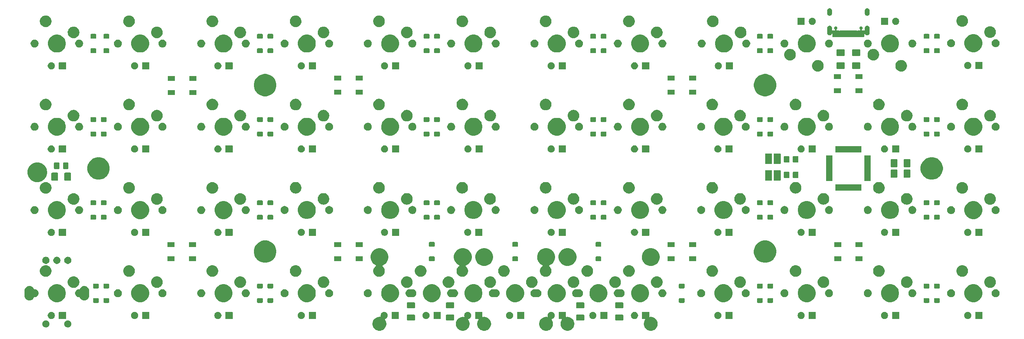
<source format=gts>
G04 #@! TF.GenerationSoftware,KiCad,Pcbnew,5.0.1*
G04 #@! TF.CreationDate,2019-02-28T13:24:33-03:00*
G04 #@! TF.ProjectId,shark,736861726B2E6B696361645F70636200,V3.1.1*
G04 #@! TF.SameCoordinates,Original*
G04 #@! TF.FileFunction,Soldermask,Top*
G04 #@! TF.FilePolarity,Negative*
%FSLAX46Y46*%
G04 Gerber Fmt 4.6, Leading zero omitted, Abs format (unit mm)*
G04 Created by KiCad (PCBNEW 5.0.1) date Thu 28 Feb 2019 01:24:33 PM -03*
%MOMM*%
%LPD*%
G01*
G04 APERTURE LIST*
%ADD10C,0.100000*%
G04 APERTURE END LIST*
D10*
G36*
X178995495Y-135511796D02*
X179007123Y-135515323D01*
X179017843Y-135521054D01*
X179027237Y-135528763D01*
X179034946Y-135538157D01*
X179040677Y-135548877D01*
X179044204Y-135560505D01*
X179046000Y-135578741D01*
X179046000Y-136540445D01*
X179048402Y-136564831D01*
X179055515Y-136588280D01*
X179067066Y-136609891D01*
X179082612Y-136628833D01*
X179101554Y-136644379D01*
X179123165Y-136655930D01*
X179146614Y-136663043D01*
X179171000Y-136665445D01*
X179195386Y-136663043D01*
X179245875Y-136653000D01*
X179556125Y-136653000D01*
X179632515Y-136668195D01*
X179860411Y-136713526D01*
X179979137Y-136762704D01*
X180147041Y-136832252D01*
X180405007Y-137004619D01*
X180624381Y-137223993D01*
X180796748Y-137481959D01*
X180813553Y-137522530D01*
X180915474Y-137768589D01*
X180933239Y-137857900D01*
X180962670Y-138005858D01*
X180976000Y-138072876D01*
X180976000Y-138383124D01*
X180927272Y-138628100D01*
X180915474Y-138687410D01*
X180796748Y-138974041D01*
X180624381Y-139232007D01*
X180405007Y-139451381D01*
X180147041Y-139623748D01*
X179979137Y-139693296D01*
X179860411Y-139742474D01*
X179556125Y-139803000D01*
X179245875Y-139803000D01*
X178941589Y-139742474D01*
X178822863Y-139693296D01*
X178654959Y-139623748D01*
X178396993Y-139451381D01*
X178177619Y-139232007D01*
X178005252Y-138974041D01*
X177886526Y-138687410D01*
X177874729Y-138628100D01*
X177826000Y-138383124D01*
X177826000Y-138072876D01*
X177839331Y-138005858D01*
X177868761Y-137857900D01*
X177886526Y-137768589D01*
X177988447Y-137522530D01*
X178005252Y-137481958D01*
X178106489Y-137330446D01*
X178118040Y-137308835D01*
X178125153Y-137285386D01*
X178127555Y-137261000D01*
X178125153Y-137236613D01*
X178118040Y-137213164D01*
X178106489Y-137191553D01*
X178090943Y-137172611D01*
X178072001Y-137157066D01*
X178050390Y-137145515D01*
X178026941Y-137138402D01*
X178002555Y-137136000D01*
X177488741Y-137136000D01*
X177470505Y-137134204D01*
X177458877Y-137130677D01*
X177448157Y-137124946D01*
X177438763Y-137117237D01*
X177431054Y-137107843D01*
X177425323Y-137097123D01*
X177421796Y-137085495D01*
X177420000Y-137067259D01*
X177420000Y-135578741D01*
X177421796Y-135560505D01*
X177425323Y-135548877D01*
X177431054Y-135538157D01*
X177438763Y-135528763D01*
X177448157Y-135521054D01*
X177458877Y-135515323D01*
X177470505Y-135511796D01*
X177488741Y-135510000D01*
X178977259Y-135510000D01*
X178995495Y-135511796D01*
X178995495Y-135511796D01*
G37*
G36*
X156930142Y-135541242D02*
X157078102Y-135602530D01*
X157211258Y-135691502D01*
X157324498Y-135804742D01*
X157413470Y-135937898D01*
X157474758Y-136085858D01*
X157506000Y-136242925D01*
X157506000Y-136403075D01*
X157474758Y-136560142D01*
X157413470Y-136708102D01*
X157324498Y-136841258D01*
X157211258Y-136954498D01*
X157078102Y-137043470D01*
X156930141Y-137104758D01*
X156882863Y-137114162D01*
X156859414Y-137121274D01*
X156837803Y-137132825D01*
X156818861Y-137148370D01*
X156803315Y-137167312D01*
X156791764Y-137188923D01*
X156784650Y-137212372D01*
X156782248Y-137236758D01*
X156784650Y-137261145D01*
X156791762Y-137284594D01*
X156803314Y-137306206D01*
X156920748Y-137481959D01*
X156937553Y-137522530D01*
X157039474Y-137768589D01*
X157057239Y-137857900D01*
X157086670Y-138005858D01*
X157100000Y-138072876D01*
X157100000Y-138383124D01*
X157051272Y-138628100D01*
X157039474Y-138687410D01*
X156920748Y-138974041D01*
X156748381Y-139232007D01*
X156529007Y-139451381D01*
X156271041Y-139623748D01*
X156103137Y-139693296D01*
X155984411Y-139742474D01*
X155680125Y-139803000D01*
X155369875Y-139803000D01*
X155065589Y-139742474D01*
X154946863Y-139693296D01*
X154778959Y-139623748D01*
X154520993Y-139451381D01*
X154301619Y-139232007D01*
X154129252Y-138974041D01*
X154010526Y-138687410D01*
X153998729Y-138628100D01*
X153950000Y-138383124D01*
X153950000Y-138072876D01*
X153963331Y-138005858D01*
X153992761Y-137857900D01*
X154010526Y-137768589D01*
X154112447Y-137522530D01*
X154129252Y-137481959D01*
X154301619Y-137223993D01*
X154520993Y-137004619D01*
X154778959Y-136832252D01*
X154946863Y-136762704D01*
X155065589Y-136713526D01*
X155293485Y-136668195D01*
X155369875Y-136653000D01*
X155680124Y-136653000D01*
X155756517Y-136668195D01*
X155780900Y-136670597D01*
X155805286Y-136668195D01*
X155828735Y-136661082D01*
X155850346Y-136649531D01*
X155869288Y-136633986D01*
X155884834Y-136615044D01*
X155896385Y-136593433D01*
X155903498Y-136569984D01*
X155905900Y-136545597D01*
X155903498Y-136521211D01*
X155880000Y-136403075D01*
X155880000Y-136242925D01*
X155911242Y-136085858D01*
X155972530Y-135937898D01*
X156061502Y-135804742D01*
X156174742Y-135691502D01*
X156307898Y-135602530D01*
X156455858Y-135541242D01*
X156612925Y-135510000D01*
X156773075Y-135510000D01*
X156930142Y-135541242D01*
X156930142Y-135541242D01*
G37*
G36*
X118855142Y-135541242D02*
X119003102Y-135602530D01*
X119136258Y-135691502D01*
X119249498Y-135804742D01*
X119338470Y-135937898D01*
X119399758Y-136085858D01*
X119431000Y-136242925D01*
X119431000Y-136403075D01*
X119399758Y-136560142D01*
X119338470Y-136708102D01*
X119249498Y-136841258D01*
X119136258Y-136954498D01*
X119003102Y-137043470D01*
X118849843Y-137106953D01*
X118828232Y-137118505D01*
X118809290Y-137134050D01*
X118793745Y-137152992D01*
X118782194Y-137174603D01*
X118775081Y-137198052D01*
X118772679Y-137222438D01*
X118775081Y-137246825D01*
X118782194Y-137270274D01*
X118793745Y-137291884D01*
X118920748Y-137481958D01*
X118937553Y-137522530D01*
X119039474Y-137768589D01*
X119057239Y-137857900D01*
X119086670Y-138005858D01*
X119100000Y-138072876D01*
X119100000Y-138383124D01*
X119051272Y-138628100D01*
X119039474Y-138687410D01*
X118920748Y-138974041D01*
X118748381Y-139232007D01*
X118529007Y-139451381D01*
X118271041Y-139623748D01*
X118103137Y-139693296D01*
X117984411Y-139742474D01*
X117680125Y-139803000D01*
X117369875Y-139803000D01*
X117065589Y-139742474D01*
X116946863Y-139693296D01*
X116778959Y-139623748D01*
X116520993Y-139451381D01*
X116301619Y-139232007D01*
X116129252Y-138974041D01*
X116010526Y-138687410D01*
X115998729Y-138628100D01*
X115950000Y-138383124D01*
X115950000Y-138072876D01*
X115963331Y-138005858D01*
X115992761Y-137857900D01*
X116010526Y-137768589D01*
X116112447Y-137522530D01*
X116129252Y-137481959D01*
X116301619Y-137223993D01*
X116520993Y-137004619D01*
X116778959Y-136832252D01*
X116946863Y-136762704D01*
X117065589Y-136713526D01*
X117293485Y-136668195D01*
X117369875Y-136653000D01*
X117681852Y-136653000D01*
X117702807Y-136655064D01*
X117727193Y-136652663D01*
X117750642Y-136645550D01*
X117772254Y-136634000D01*
X117791196Y-136618455D01*
X117806742Y-136599513D01*
X117818294Y-136577902D01*
X117825408Y-136554454D01*
X117827810Y-136530067D01*
X117825408Y-136505679D01*
X117805000Y-136403076D01*
X117805000Y-136242925D01*
X117836242Y-136085858D01*
X117897530Y-135937898D01*
X117986502Y-135804742D01*
X118099742Y-135691502D01*
X118232898Y-135602530D01*
X118380858Y-135541242D01*
X118537925Y-135510000D01*
X118698075Y-135510000D01*
X118855142Y-135541242D01*
X118855142Y-135541242D01*
G37*
G36*
X159995495Y-135511796D02*
X160007123Y-135515323D01*
X160017843Y-135521054D01*
X160027237Y-135528763D01*
X160034946Y-135538157D01*
X160040677Y-135548877D01*
X160044204Y-135560505D01*
X160046000Y-135578741D01*
X160046000Y-136540445D01*
X160048402Y-136564831D01*
X160055515Y-136588280D01*
X160067066Y-136609891D01*
X160082612Y-136628833D01*
X160101554Y-136644379D01*
X160123165Y-136655930D01*
X160146614Y-136663043D01*
X160171000Y-136665445D01*
X160195386Y-136663043D01*
X160245875Y-136653000D01*
X160556125Y-136653000D01*
X160632515Y-136668195D01*
X160860411Y-136713526D01*
X160979137Y-136762704D01*
X161147041Y-136832252D01*
X161405007Y-137004619D01*
X161624381Y-137223993D01*
X161796748Y-137481959D01*
X161813553Y-137522530D01*
X161915474Y-137768589D01*
X161933239Y-137857900D01*
X161962670Y-138005858D01*
X161976000Y-138072876D01*
X161976000Y-138383124D01*
X161927272Y-138628100D01*
X161915474Y-138687410D01*
X161796748Y-138974041D01*
X161624381Y-139232007D01*
X161405007Y-139451381D01*
X161147041Y-139623748D01*
X160979137Y-139693296D01*
X160860411Y-139742474D01*
X160556125Y-139803000D01*
X160245875Y-139803000D01*
X159941589Y-139742474D01*
X159822863Y-139693296D01*
X159654959Y-139623748D01*
X159396993Y-139451381D01*
X159177619Y-139232007D01*
X159005252Y-138974041D01*
X158886526Y-138687410D01*
X158874729Y-138628100D01*
X158826000Y-138383124D01*
X158826000Y-138072876D01*
X158839331Y-138005858D01*
X158868761Y-137857900D01*
X158886526Y-137768589D01*
X158988447Y-137522530D01*
X159005252Y-137481958D01*
X159106489Y-137330446D01*
X159118040Y-137308835D01*
X159125153Y-137285386D01*
X159127555Y-137261000D01*
X159125153Y-137236613D01*
X159118040Y-137213164D01*
X159106489Y-137191553D01*
X159090943Y-137172611D01*
X159072001Y-137157066D01*
X159050390Y-137145515D01*
X159026941Y-137138402D01*
X159002555Y-137136000D01*
X158488741Y-137136000D01*
X158470505Y-137134204D01*
X158458877Y-137130677D01*
X158448157Y-137124946D01*
X158438763Y-137117237D01*
X158431054Y-137107843D01*
X158425323Y-137097123D01*
X158421796Y-137085495D01*
X158420000Y-137067259D01*
X158420000Y-135578741D01*
X158421796Y-135560505D01*
X158425323Y-135548877D01*
X158431054Y-135538157D01*
X158438763Y-135528763D01*
X158448157Y-135521054D01*
X158458877Y-135515323D01*
X158470505Y-135511796D01*
X158488741Y-135510000D01*
X159977259Y-135510000D01*
X159995495Y-135511796D01*
X159995495Y-135511796D01*
G37*
G36*
X140970495Y-135511796D02*
X140982123Y-135515323D01*
X140992843Y-135521054D01*
X141002237Y-135528763D01*
X141009946Y-135538157D01*
X141015677Y-135548877D01*
X141019204Y-135560505D01*
X141021000Y-135578741D01*
X141021000Y-136545418D01*
X141023402Y-136569804D01*
X141030515Y-136593253D01*
X141042066Y-136614864D01*
X141057612Y-136633806D01*
X141076554Y-136649352D01*
X141098165Y-136660903D01*
X141121614Y-136668016D01*
X141146000Y-136670418D01*
X141170383Y-136668016D01*
X141245876Y-136653000D01*
X141556125Y-136653000D01*
X141632515Y-136668195D01*
X141860411Y-136713526D01*
X141979137Y-136762704D01*
X142147041Y-136832252D01*
X142405007Y-137004619D01*
X142624381Y-137223993D01*
X142796748Y-137481959D01*
X142813553Y-137522530D01*
X142915474Y-137768589D01*
X142933239Y-137857900D01*
X142962670Y-138005858D01*
X142976000Y-138072876D01*
X142976000Y-138383124D01*
X142927272Y-138628100D01*
X142915474Y-138687410D01*
X142796748Y-138974041D01*
X142624381Y-139232007D01*
X142405007Y-139451381D01*
X142147041Y-139623748D01*
X141979137Y-139693296D01*
X141860411Y-139742474D01*
X141556125Y-139803000D01*
X141245875Y-139803000D01*
X140941589Y-139742474D01*
X140822863Y-139693296D01*
X140654959Y-139623748D01*
X140396993Y-139451381D01*
X140177619Y-139232007D01*
X140005252Y-138974041D01*
X139886526Y-138687410D01*
X139874729Y-138628100D01*
X139826000Y-138383124D01*
X139826000Y-138072876D01*
X139839331Y-138005858D01*
X139868761Y-137857900D01*
X139886526Y-137768589D01*
X139988447Y-137522530D01*
X140005252Y-137481958D01*
X140106489Y-137330446D01*
X140118040Y-137308835D01*
X140125153Y-137285386D01*
X140127555Y-137261000D01*
X140125153Y-137236613D01*
X140118040Y-137213164D01*
X140106489Y-137191553D01*
X140090943Y-137172611D01*
X140072001Y-137157066D01*
X140050390Y-137145515D01*
X140026941Y-137138402D01*
X140002555Y-137136000D01*
X139463741Y-137136000D01*
X139445505Y-137134204D01*
X139433877Y-137130677D01*
X139423157Y-137124946D01*
X139413763Y-137117237D01*
X139406054Y-137107843D01*
X139400323Y-137097123D01*
X139396796Y-137085495D01*
X139395000Y-137067259D01*
X139395000Y-135578741D01*
X139396796Y-135560505D01*
X139400323Y-135548877D01*
X139406054Y-135538157D01*
X139413763Y-135528763D01*
X139423157Y-135521054D01*
X139433877Y-135515323D01*
X139445505Y-135511796D01*
X139463741Y-135510000D01*
X140952259Y-135510000D01*
X140970495Y-135511796D01*
X140970495Y-135511796D01*
G37*
G36*
X137905142Y-135541242D02*
X138053102Y-135602530D01*
X138186258Y-135691502D01*
X138299498Y-135804742D01*
X138388470Y-135937898D01*
X138449758Y-136085858D01*
X138481000Y-136242925D01*
X138481000Y-136403075D01*
X138449758Y-136560142D01*
X138388470Y-136708102D01*
X138299498Y-136841258D01*
X138186258Y-136954498D01*
X138053102Y-137043470D01*
X137905141Y-137104759D01*
X137879930Y-137109773D01*
X137856481Y-137116886D01*
X137834870Y-137128437D01*
X137815928Y-137143982D01*
X137800382Y-137162924D01*
X137788831Y-137184534D01*
X137781717Y-137207983D01*
X137779315Y-137232370D01*
X137781717Y-137256756D01*
X137788830Y-137280205D01*
X137800381Y-137301817D01*
X137920748Y-137481959D01*
X137937553Y-137522530D01*
X138039474Y-137768589D01*
X138057239Y-137857900D01*
X138086670Y-138005858D01*
X138100000Y-138072876D01*
X138100000Y-138383124D01*
X138051272Y-138628100D01*
X138039474Y-138687410D01*
X137920748Y-138974041D01*
X137748381Y-139232007D01*
X137529007Y-139451381D01*
X137271041Y-139623748D01*
X137103137Y-139693296D01*
X136984411Y-139742474D01*
X136680125Y-139803000D01*
X136369875Y-139803000D01*
X136065589Y-139742474D01*
X135946863Y-139693296D01*
X135778959Y-139623748D01*
X135520993Y-139451381D01*
X135301619Y-139232007D01*
X135129252Y-138974041D01*
X135010526Y-138687410D01*
X134998729Y-138628100D01*
X134950000Y-138383124D01*
X134950000Y-138072876D01*
X134963331Y-138005858D01*
X134992761Y-137857900D01*
X135010526Y-137768589D01*
X135112447Y-137522530D01*
X135129252Y-137481959D01*
X135301619Y-137223993D01*
X135520993Y-137004619D01*
X135778959Y-136832252D01*
X135946863Y-136762704D01*
X136065589Y-136713526D01*
X136293485Y-136668195D01*
X136369875Y-136653000D01*
X136680125Y-136653000D01*
X136730484Y-136663017D01*
X136754870Y-136665419D01*
X136779256Y-136663017D01*
X136802706Y-136655904D01*
X136824316Y-136644353D01*
X136843258Y-136628807D01*
X136858804Y-136609865D01*
X136870355Y-136588254D01*
X136877468Y-136564805D01*
X136879870Y-136540419D01*
X136877468Y-136516033D01*
X136855000Y-136403075D01*
X136855000Y-136242925D01*
X136886242Y-136085858D01*
X136947530Y-135937898D01*
X137036502Y-135804742D01*
X137149742Y-135691502D01*
X137282898Y-135602530D01*
X137430858Y-135541242D01*
X137587925Y-135510000D01*
X137748075Y-135510000D01*
X137905142Y-135541242D01*
X137905142Y-135541242D01*
G37*
G36*
X46700142Y-137461242D02*
X46848102Y-137522530D01*
X46981258Y-137611502D01*
X47094498Y-137724742D01*
X47183470Y-137857898D01*
X47244758Y-138005858D01*
X47276000Y-138162925D01*
X47276000Y-138323075D01*
X47244758Y-138480142D01*
X47183470Y-138628102D01*
X47094498Y-138761258D01*
X46981258Y-138874498D01*
X46848102Y-138963470D01*
X46700142Y-139024758D01*
X46543075Y-139056000D01*
X46382925Y-139056000D01*
X46225858Y-139024758D01*
X46077898Y-138963470D01*
X45944742Y-138874498D01*
X45831502Y-138761258D01*
X45742530Y-138628102D01*
X45681242Y-138480142D01*
X45650000Y-138323075D01*
X45650000Y-138162925D01*
X45681242Y-138005858D01*
X45742530Y-137857898D01*
X45831502Y-137724742D01*
X45944742Y-137611502D01*
X46077898Y-137522530D01*
X46225858Y-137461242D01*
X46382925Y-137430000D01*
X46543075Y-137430000D01*
X46700142Y-137461242D01*
X46700142Y-137461242D01*
G37*
G36*
X41700142Y-137461242D02*
X41848102Y-137522530D01*
X41981258Y-137611502D01*
X42094498Y-137724742D01*
X42183470Y-137857898D01*
X42244758Y-138005858D01*
X42276000Y-138162925D01*
X42276000Y-138323075D01*
X42244758Y-138480142D01*
X42183470Y-138628102D01*
X42094498Y-138761258D01*
X41981258Y-138874498D01*
X41848102Y-138963470D01*
X41700142Y-139024758D01*
X41543075Y-139056000D01*
X41382925Y-139056000D01*
X41225858Y-139024758D01*
X41077898Y-138963470D01*
X40944742Y-138874498D01*
X40831502Y-138761258D01*
X40742530Y-138628102D01*
X40681242Y-138480142D01*
X40650000Y-138323075D01*
X40650000Y-138162925D01*
X40681242Y-138005858D01*
X40742530Y-137857898D01*
X40831502Y-137724742D01*
X40944742Y-137611502D01*
X41077898Y-137522530D01*
X41225858Y-137461242D01*
X41382925Y-137430000D01*
X41543075Y-137430000D01*
X41700142Y-137461242D01*
X41700142Y-137461242D01*
G37*
G36*
X164075354Y-136127597D02*
X164111895Y-136138682D01*
X164145570Y-136156681D01*
X164175091Y-136180909D01*
X164199319Y-136210430D01*
X164217318Y-136244105D01*
X164228403Y-136280646D01*
X164232750Y-136324788D01*
X164232750Y-137273712D01*
X164228403Y-137317854D01*
X164217318Y-137354395D01*
X164199319Y-137388070D01*
X164175091Y-137417591D01*
X164145570Y-137441819D01*
X164111895Y-137459818D01*
X164075354Y-137470903D01*
X164031212Y-137475250D01*
X162582288Y-137475250D01*
X162538146Y-137470903D01*
X162501605Y-137459818D01*
X162467930Y-137441819D01*
X162438409Y-137417591D01*
X162414181Y-137388070D01*
X162396182Y-137354395D01*
X162385097Y-137317854D01*
X162380750Y-137273712D01*
X162380750Y-136324788D01*
X162385097Y-136280646D01*
X162396182Y-136244105D01*
X162414181Y-136210430D01*
X162438409Y-136180909D01*
X162467930Y-136156681D01*
X162501605Y-136138682D01*
X162538146Y-136127597D01*
X162582288Y-136123250D01*
X164031212Y-136123250D01*
X164075354Y-136127597D01*
X164075354Y-136127597D01*
G37*
G36*
X172981604Y-136127597D02*
X173018145Y-136138682D01*
X173051820Y-136156681D01*
X173081341Y-136180909D01*
X173105569Y-136210430D01*
X173123568Y-136244105D01*
X173134653Y-136280646D01*
X173139000Y-136324788D01*
X173139000Y-137273712D01*
X173134653Y-137317854D01*
X173123568Y-137354395D01*
X173105569Y-137388070D01*
X173081341Y-137417591D01*
X173051820Y-137441819D01*
X173018145Y-137459818D01*
X172981604Y-137470903D01*
X172937462Y-137475250D01*
X171488538Y-137475250D01*
X171444396Y-137470903D01*
X171407855Y-137459818D01*
X171374180Y-137441819D01*
X171344659Y-137417591D01*
X171320431Y-137388070D01*
X171302432Y-137354395D01*
X171291347Y-137317854D01*
X171287000Y-137273712D01*
X171287000Y-136324788D01*
X171291347Y-136280646D01*
X171302432Y-136244105D01*
X171320431Y-136210430D01*
X171344659Y-136180909D01*
X171374180Y-136156681D01*
X171407855Y-136138682D01*
X171444396Y-136127597D01*
X171488538Y-136123250D01*
X172937462Y-136123250D01*
X172981604Y-136127597D01*
X172981604Y-136127597D01*
G37*
G36*
X134387854Y-136127597D02*
X134424395Y-136138682D01*
X134458070Y-136156681D01*
X134487591Y-136180909D01*
X134511819Y-136210430D01*
X134529818Y-136244105D01*
X134540903Y-136280646D01*
X134545250Y-136324788D01*
X134545250Y-137273712D01*
X134540903Y-137317854D01*
X134529818Y-137354395D01*
X134511819Y-137388070D01*
X134487591Y-137417591D01*
X134458070Y-137441819D01*
X134424395Y-137459818D01*
X134387854Y-137470903D01*
X134343712Y-137475250D01*
X132894788Y-137475250D01*
X132850646Y-137470903D01*
X132814105Y-137459818D01*
X132780430Y-137441819D01*
X132750909Y-137417591D01*
X132726681Y-137388070D01*
X132708682Y-137354395D01*
X132697597Y-137317854D01*
X132693250Y-137273712D01*
X132693250Y-136324788D01*
X132697597Y-136280646D01*
X132708682Y-136244105D01*
X132726681Y-136210430D01*
X132750909Y-136180909D01*
X132780430Y-136156681D01*
X132814105Y-136138682D01*
X132850646Y-136127597D01*
X132894788Y-136123250D01*
X134343712Y-136123250D01*
X134387854Y-136127597D01*
X134387854Y-136127597D01*
G37*
G36*
X125481604Y-136127597D02*
X125518145Y-136138682D01*
X125551820Y-136156681D01*
X125581341Y-136180909D01*
X125605569Y-136210430D01*
X125623568Y-136244105D01*
X125634653Y-136280646D01*
X125639000Y-136324788D01*
X125639000Y-137273712D01*
X125634653Y-137317854D01*
X125623568Y-137354395D01*
X125605569Y-137388070D01*
X125581341Y-137417591D01*
X125551820Y-137441819D01*
X125518145Y-137459818D01*
X125481604Y-137470903D01*
X125437462Y-137475250D01*
X123988538Y-137475250D01*
X123944396Y-137470903D01*
X123907855Y-137459818D01*
X123874180Y-137441819D01*
X123844659Y-137417591D01*
X123820431Y-137388070D01*
X123802432Y-137354395D01*
X123791347Y-137317854D01*
X123787000Y-137273712D01*
X123787000Y-136324788D01*
X123791347Y-136280646D01*
X123802432Y-136244105D01*
X123820431Y-136210430D01*
X123844659Y-136180909D01*
X123874180Y-136156681D01*
X123907855Y-136138682D01*
X123944396Y-136127597D01*
X123988538Y-136123250D01*
X125437462Y-136123250D01*
X125481604Y-136127597D01*
X125481604Y-136127597D01*
G37*
G36*
X64995495Y-135511796D02*
X65007123Y-135515323D01*
X65017843Y-135521054D01*
X65027237Y-135528763D01*
X65034946Y-135538157D01*
X65040677Y-135548877D01*
X65044204Y-135560505D01*
X65046000Y-135578741D01*
X65046000Y-137067259D01*
X65044204Y-137085495D01*
X65040677Y-137097123D01*
X65034946Y-137107843D01*
X65027237Y-137117237D01*
X65017843Y-137124946D01*
X65007123Y-137130677D01*
X64995495Y-137134204D01*
X64977259Y-137136000D01*
X63488741Y-137136000D01*
X63470505Y-137134204D01*
X63458877Y-137130677D01*
X63448157Y-137124946D01*
X63438763Y-137117237D01*
X63431054Y-137107843D01*
X63425323Y-137097123D01*
X63421796Y-137085495D01*
X63420000Y-137067259D01*
X63420000Y-135578741D01*
X63421796Y-135560505D01*
X63425323Y-135548877D01*
X63431054Y-135538157D01*
X63438763Y-135528763D01*
X63448157Y-135521054D01*
X63458877Y-135515323D01*
X63470505Y-135511796D01*
X63488741Y-135510000D01*
X64977259Y-135510000D01*
X64995495Y-135511796D01*
X64995495Y-135511796D01*
G37*
G36*
X128380142Y-135541242D02*
X128528102Y-135602530D01*
X128661258Y-135691502D01*
X128774498Y-135804742D01*
X128863470Y-135937898D01*
X128924758Y-136085858D01*
X128956000Y-136242925D01*
X128956000Y-136403075D01*
X128924758Y-136560142D01*
X128863470Y-136708102D01*
X128774498Y-136841258D01*
X128661258Y-136954498D01*
X128528102Y-137043470D01*
X128380142Y-137104758D01*
X128223075Y-137136000D01*
X128062925Y-137136000D01*
X127905858Y-137104758D01*
X127757898Y-137043470D01*
X127624742Y-136954498D01*
X127511502Y-136841258D01*
X127422530Y-136708102D01*
X127361242Y-136560142D01*
X127330000Y-136403075D01*
X127330000Y-136242925D01*
X127361242Y-136085858D01*
X127422530Y-135937898D01*
X127511502Y-135804742D01*
X127624742Y-135691502D01*
X127757898Y-135602530D01*
X127905858Y-135541242D01*
X128062925Y-135510000D01*
X128223075Y-135510000D01*
X128380142Y-135541242D01*
X128380142Y-135541242D01*
G37*
G36*
X42930142Y-135541242D02*
X43078102Y-135602530D01*
X43211258Y-135691502D01*
X43324498Y-135804742D01*
X43413470Y-135937898D01*
X43474758Y-136085858D01*
X43506000Y-136242925D01*
X43506000Y-136403075D01*
X43474758Y-136560142D01*
X43413470Y-136708102D01*
X43324498Y-136841258D01*
X43211258Y-136954498D01*
X43078102Y-137043470D01*
X42930142Y-137104758D01*
X42773075Y-137136000D01*
X42612925Y-137136000D01*
X42455858Y-137104758D01*
X42307898Y-137043470D01*
X42174742Y-136954498D01*
X42061502Y-136841258D01*
X41972530Y-136708102D01*
X41911242Y-136560142D01*
X41880000Y-136403075D01*
X41880000Y-136242925D01*
X41911242Y-136085858D01*
X41972530Y-135937898D01*
X42061502Y-135804742D01*
X42174742Y-135691502D01*
X42307898Y-135602530D01*
X42455858Y-135541242D01*
X42612925Y-135510000D01*
X42773075Y-135510000D01*
X42930142Y-135541242D01*
X42930142Y-135541242D01*
G37*
G36*
X194930142Y-135541242D02*
X195078102Y-135602530D01*
X195211258Y-135691502D01*
X195324498Y-135804742D01*
X195413470Y-135937898D01*
X195474758Y-136085858D01*
X195506000Y-136242925D01*
X195506000Y-136403075D01*
X195474758Y-136560142D01*
X195413470Y-136708102D01*
X195324498Y-136841258D01*
X195211258Y-136954498D01*
X195078102Y-137043470D01*
X194930142Y-137104758D01*
X194773075Y-137136000D01*
X194612925Y-137136000D01*
X194455858Y-137104758D01*
X194307898Y-137043470D01*
X194174742Y-136954498D01*
X194061502Y-136841258D01*
X193972530Y-136708102D01*
X193911242Y-136560142D01*
X193880000Y-136403075D01*
X193880000Y-136242925D01*
X193911242Y-136085858D01*
X193972530Y-135937898D01*
X194061502Y-135804742D01*
X194174742Y-135691502D01*
X194307898Y-135602530D01*
X194455858Y-135541242D01*
X194612925Y-135510000D01*
X194773075Y-135510000D01*
X194930142Y-135541242D01*
X194930142Y-135541242D01*
G37*
G36*
X216995495Y-135511796D02*
X217007123Y-135515323D01*
X217017843Y-135521054D01*
X217027237Y-135528763D01*
X217034946Y-135538157D01*
X217040677Y-135548877D01*
X217044204Y-135560505D01*
X217046000Y-135578741D01*
X217046000Y-137067259D01*
X217044204Y-137085495D01*
X217040677Y-137097123D01*
X217034946Y-137107843D01*
X217027237Y-137117237D01*
X217017843Y-137124946D01*
X217007123Y-137130677D01*
X216995495Y-137134204D01*
X216977259Y-137136000D01*
X215488741Y-137136000D01*
X215470505Y-137134204D01*
X215458877Y-137130677D01*
X215448157Y-137124946D01*
X215438763Y-137117237D01*
X215431054Y-137107843D01*
X215425323Y-137097123D01*
X215421796Y-137085495D01*
X215420000Y-137067259D01*
X215420000Y-135578741D01*
X215421796Y-135560505D01*
X215425323Y-135548877D01*
X215431054Y-135538157D01*
X215438763Y-135528763D01*
X215448157Y-135521054D01*
X215458877Y-135515323D01*
X215470505Y-135511796D01*
X215488741Y-135510000D01*
X216977259Y-135510000D01*
X216995495Y-135511796D01*
X216995495Y-135511796D01*
G37*
G36*
X213930142Y-135541242D02*
X214078102Y-135602530D01*
X214211258Y-135691502D01*
X214324498Y-135804742D01*
X214413470Y-135937898D01*
X214474758Y-136085858D01*
X214506000Y-136242925D01*
X214506000Y-136403075D01*
X214474758Y-136560142D01*
X214413470Y-136708102D01*
X214324498Y-136841258D01*
X214211258Y-136954498D01*
X214078102Y-137043470D01*
X213930142Y-137104758D01*
X213773075Y-137136000D01*
X213612925Y-137136000D01*
X213455858Y-137104758D01*
X213307898Y-137043470D01*
X213174742Y-136954498D01*
X213061502Y-136841258D01*
X212972530Y-136708102D01*
X212911242Y-136560142D01*
X212880000Y-136403075D01*
X212880000Y-136242925D01*
X212911242Y-136085858D01*
X212972530Y-135937898D01*
X213061502Y-135804742D01*
X213174742Y-135691502D01*
X213307898Y-135602530D01*
X213455858Y-135541242D01*
X213612925Y-135510000D01*
X213773075Y-135510000D01*
X213930142Y-135541242D01*
X213930142Y-135541242D01*
G37*
G36*
X235995495Y-135511796D02*
X236007123Y-135515323D01*
X236017843Y-135521054D01*
X236027237Y-135528763D01*
X236034946Y-135538157D01*
X236040677Y-135548877D01*
X236044204Y-135560505D01*
X236046000Y-135578741D01*
X236046000Y-137067259D01*
X236044204Y-137085495D01*
X236040677Y-137097123D01*
X236034946Y-137107843D01*
X236027237Y-137117237D01*
X236017843Y-137124946D01*
X236007123Y-137130677D01*
X235995495Y-137134204D01*
X235977259Y-137136000D01*
X234488741Y-137136000D01*
X234470505Y-137134204D01*
X234458877Y-137130677D01*
X234448157Y-137124946D01*
X234438763Y-137117237D01*
X234431054Y-137107843D01*
X234425323Y-137097123D01*
X234421796Y-137085495D01*
X234420000Y-137067259D01*
X234420000Y-135578741D01*
X234421796Y-135560505D01*
X234425323Y-135548877D01*
X234431054Y-135538157D01*
X234438763Y-135528763D01*
X234448157Y-135521054D01*
X234458877Y-135515323D01*
X234470505Y-135511796D01*
X234488741Y-135510000D01*
X235977259Y-135510000D01*
X235995495Y-135511796D01*
X235995495Y-135511796D01*
G37*
G36*
X254995495Y-135511796D02*
X255007123Y-135515323D01*
X255017843Y-135521054D01*
X255027237Y-135528763D01*
X255034946Y-135538157D01*
X255040677Y-135548877D01*
X255044204Y-135560505D01*
X255046000Y-135578741D01*
X255046000Y-137067259D01*
X255044204Y-137085495D01*
X255040677Y-137097123D01*
X255034946Y-137107843D01*
X255027237Y-137117237D01*
X255017843Y-137124946D01*
X255007123Y-137130677D01*
X254995495Y-137134204D01*
X254977259Y-137136000D01*
X253488741Y-137136000D01*
X253470505Y-137134204D01*
X253458877Y-137130677D01*
X253448157Y-137124946D01*
X253438763Y-137117237D01*
X253431054Y-137107843D01*
X253425323Y-137097123D01*
X253421796Y-137085495D01*
X253420000Y-137067259D01*
X253420000Y-135578741D01*
X253421796Y-135560505D01*
X253425323Y-135548877D01*
X253431054Y-135538157D01*
X253438763Y-135528763D01*
X253448157Y-135521054D01*
X253458877Y-135515323D01*
X253470505Y-135511796D01*
X253488741Y-135510000D01*
X254977259Y-135510000D01*
X254995495Y-135511796D01*
X254995495Y-135511796D01*
G37*
G36*
X147430142Y-135541242D02*
X147578102Y-135602530D01*
X147711258Y-135691502D01*
X147824498Y-135804742D01*
X147913470Y-135937898D01*
X147974758Y-136085858D01*
X148006000Y-136242925D01*
X148006000Y-136403075D01*
X147974758Y-136560142D01*
X147913470Y-136708102D01*
X147824498Y-136841258D01*
X147711258Y-136954498D01*
X147578102Y-137043470D01*
X147430142Y-137104758D01*
X147273075Y-137136000D01*
X147112925Y-137136000D01*
X146955858Y-137104758D01*
X146807898Y-137043470D01*
X146674742Y-136954498D01*
X146561502Y-136841258D01*
X146472530Y-136708102D01*
X146411242Y-136560142D01*
X146380000Y-136403075D01*
X146380000Y-136242925D01*
X146411242Y-136085858D01*
X146472530Y-135937898D01*
X146561502Y-135804742D01*
X146674742Y-135691502D01*
X146807898Y-135602530D01*
X146955858Y-135541242D01*
X147112925Y-135510000D01*
X147273075Y-135510000D01*
X147430142Y-135541242D01*
X147430142Y-135541242D01*
G37*
G36*
X169495495Y-135511796D02*
X169507123Y-135515323D01*
X169517843Y-135521054D01*
X169527237Y-135528763D01*
X169534946Y-135538157D01*
X169540677Y-135548877D01*
X169544204Y-135560505D01*
X169546000Y-135578741D01*
X169546000Y-137067259D01*
X169544204Y-137085495D01*
X169540677Y-137097123D01*
X169534946Y-137107843D01*
X169527237Y-137117237D01*
X169517843Y-137124946D01*
X169507123Y-137130677D01*
X169495495Y-137134204D01*
X169477259Y-137136000D01*
X167988741Y-137136000D01*
X167970505Y-137134204D01*
X167958877Y-137130677D01*
X167948157Y-137124946D01*
X167938763Y-137117237D01*
X167931054Y-137107843D01*
X167925323Y-137097123D01*
X167921796Y-137085495D01*
X167920000Y-137067259D01*
X167920000Y-135578741D01*
X167921796Y-135560505D01*
X167925323Y-135548877D01*
X167931054Y-135538157D01*
X167938763Y-135528763D01*
X167948157Y-135521054D01*
X167958877Y-135515323D01*
X167970505Y-135511796D01*
X167988741Y-135510000D01*
X169477259Y-135510000D01*
X169495495Y-135511796D01*
X169495495Y-135511796D01*
G37*
G36*
X150495495Y-135511796D02*
X150507123Y-135515323D01*
X150517843Y-135521054D01*
X150527237Y-135528763D01*
X150534946Y-135538157D01*
X150540677Y-135548877D01*
X150544204Y-135560505D01*
X150546000Y-135578741D01*
X150546000Y-137067259D01*
X150544204Y-137085495D01*
X150540677Y-137097123D01*
X150534946Y-137107843D01*
X150527237Y-137117237D01*
X150517843Y-137124946D01*
X150507123Y-137130677D01*
X150495495Y-137134204D01*
X150477259Y-137136000D01*
X148988741Y-137136000D01*
X148970505Y-137134204D01*
X148958877Y-137130677D01*
X148948157Y-137124946D01*
X148938763Y-137117237D01*
X148931054Y-137107843D01*
X148925323Y-137097123D01*
X148921796Y-137085495D01*
X148920000Y-137067259D01*
X148920000Y-135578741D01*
X148921796Y-135560505D01*
X148925323Y-135548877D01*
X148931054Y-135538157D01*
X148938763Y-135528763D01*
X148948157Y-135521054D01*
X148958877Y-135515323D01*
X148970505Y-135511796D01*
X148988741Y-135510000D01*
X150477259Y-135510000D01*
X150495495Y-135511796D01*
X150495495Y-135511796D01*
G37*
G36*
X251930142Y-135541242D02*
X252078102Y-135602530D01*
X252211258Y-135691502D01*
X252324498Y-135804742D01*
X252413470Y-135937898D01*
X252474758Y-136085858D01*
X252506000Y-136242925D01*
X252506000Y-136403075D01*
X252474758Y-136560142D01*
X252413470Y-136708102D01*
X252324498Y-136841258D01*
X252211258Y-136954498D01*
X252078102Y-137043470D01*
X251930142Y-137104758D01*
X251773075Y-137136000D01*
X251612925Y-137136000D01*
X251455858Y-137104758D01*
X251307898Y-137043470D01*
X251174742Y-136954498D01*
X251061502Y-136841258D01*
X250972530Y-136708102D01*
X250911242Y-136560142D01*
X250880000Y-136403075D01*
X250880000Y-136242925D01*
X250911242Y-136085858D01*
X250972530Y-135937898D01*
X251061502Y-135804742D01*
X251174742Y-135691502D01*
X251307898Y-135602530D01*
X251455858Y-135541242D01*
X251612925Y-135510000D01*
X251773075Y-135510000D01*
X251930142Y-135541242D01*
X251930142Y-135541242D01*
G37*
G36*
X131445495Y-135511796D02*
X131457123Y-135515323D01*
X131467843Y-135521054D01*
X131477237Y-135528763D01*
X131484946Y-135538157D01*
X131490677Y-135548877D01*
X131494204Y-135560505D01*
X131496000Y-135578741D01*
X131496000Y-137067259D01*
X131494204Y-137085495D01*
X131490677Y-137097123D01*
X131484946Y-137107843D01*
X131477237Y-137117237D01*
X131467843Y-137124946D01*
X131457123Y-137130677D01*
X131445495Y-137134204D01*
X131427259Y-137136000D01*
X129938741Y-137136000D01*
X129920505Y-137134204D01*
X129908877Y-137130677D01*
X129898157Y-137124946D01*
X129888763Y-137117237D01*
X129881054Y-137107843D01*
X129875323Y-137097123D01*
X129871796Y-137085495D01*
X129870000Y-137067259D01*
X129870000Y-135578741D01*
X129871796Y-135560505D01*
X129875323Y-135548877D01*
X129881054Y-135538157D01*
X129888763Y-135528763D01*
X129898157Y-135521054D01*
X129908877Y-135515323D01*
X129920505Y-135511796D01*
X129938741Y-135510000D01*
X131427259Y-135510000D01*
X131445495Y-135511796D01*
X131445495Y-135511796D01*
G37*
G36*
X61930142Y-135541242D02*
X62078102Y-135602530D01*
X62211258Y-135691502D01*
X62324498Y-135804742D01*
X62413470Y-135937898D01*
X62474758Y-136085858D01*
X62506000Y-136242925D01*
X62506000Y-136403075D01*
X62474758Y-136560142D01*
X62413470Y-136708102D01*
X62324498Y-136841258D01*
X62211258Y-136954498D01*
X62078102Y-137043470D01*
X61930142Y-137104758D01*
X61773075Y-137136000D01*
X61612925Y-137136000D01*
X61455858Y-137104758D01*
X61307898Y-137043470D01*
X61174742Y-136954498D01*
X61061502Y-136841258D01*
X60972530Y-136708102D01*
X60911242Y-136560142D01*
X60880000Y-136403075D01*
X60880000Y-136242925D01*
X60911242Y-136085858D01*
X60972530Y-135937898D01*
X61061502Y-135804742D01*
X61174742Y-135691502D01*
X61307898Y-135602530D01*
X61455858Y-135541242D01*
X61612925Y-135510000D01*
X61773075Y-135510000D01*
X61930142Y-135541242D01*
X61930142Y-135541242D01*
G37*
G36*
X83995495Y-135511796D02*
X84007123Y-135515323D01*
X84017843Y-135521054D01*
X84027237Y-135528763D01*
X84034946Y-135538157D01*
X84040677Y-135548877D01*
X84044204Y-135560505D01*
X84046000Y-135578741D01*
X84046000Y-137067259D01*
X84044204Y-137085495D01*
X84040677Y-137097123D01*
X84034946Y-137107843D01*
X84027237Y-137117237D01*
X84017843Y-137124946D01*
X84007123Y-137130677D01*
X83995495Y-137134204D01*
X83977259Y-137136000D01*
X82488741Y-137136000D01*
X82470505Y-137134204D01*
X82458877Y-137130677D01*
X82448157Y-137124946D01*
X82438763Y-137117237D01*
X82431054Y-137107843D01*
X82425323Y-137097123D01*
X82421796Y-137085495D01*
X82420000Y-137067259D01*
X82420000Y-135578741D01*
X82421796Y-135560505D01*
X82425323Y-135548877D01*
X82431054Y-135538157D01*
X82438763Y-135528763D01*
X82448157Y-135521054D01*
X82458877Y-135515323D01*
X82470505Y-135511796D01*
X82488741Y-135510000D01*
X83977259Y-135510000D01*
X83995495Y-135511796D01*
X83995495Y-135511796D01*
G37*
G36*
X80930142Y-135541242D02*
X81078102Y-135602530D01*
X81211258Y-135691502D01*
X81324498Y-135804742D01*
X81413470Y-135937898D01*
X81474758Y-136085858D01*
X81506000Y-136242925D01*
X81506000Y-136403075D01*
X81474758Y-136560142D01*
X81413470Y-136708102D01*
X81324498Y-136841258D01*
X81211258Y-136954498D01*
X81078102Y-137043470D01*
X80930142Y-137104758D01*
X80773075Y-137136000D01*
X80612925Y-137136000D01*
X80455858Y-137104758D01*
X80307898Y-137043470D01*
X80174742Y-136954498D01*
X80061502Y-136841258D01*
X79972530Y-136708102D01*
X79911242Y-136560142D01*
X79880000Y-136403075D01*
X79880000Y-136242925D01*
X79911242Y-136085858D01*
X79972530Y-135937898D01*
X80061502Y-135804742D01*
X80174742Y-135691502D01*
X80307898Y-135602530D01*
X80455858Y-135541242D01*
X80612925Y-135510000D01*
X80773075Y-135510000D01*
X80930142Y-135541242D01*
X80930142Y-135541242D01*
G37*
G36*
X102995495Y-135511796D02*
X103007123Y-135515323D01*
X103017843Y-135521054D01*
X103027237Y-135528763D01*
X103034946Y-135538157D01*
X103040677Y-135548877D01*
X103044204Y-135560505D01*
X103046000Y-135578741D01*
X103046000Y-137067259D01*
X103044204Y-137085495D01*
X103040677Y-137097123D01*
X103034946Y-137107843D01*
X103027237Y-137117237D01*
X103017843Y-137124946D01*
X103007123Y-137130677D01*
X102995495Y-137134204D01*
X102977259Y-137136000D01*
X101488741Y-137136000D01*
X101470505Y-137134204D01*
X101458877Y-137130677D01*
X101448157Y-137124946D01*
X101438763Y-137117237D01*
X101431054Y-137107843D01*
X101425323Y-137097123D01*
X101421796Y-137085495D01*
X101420000Y-137067259D01*
X101420000Y-135578741D01*
X101421796Y-135560505D01*
X101425323Y-135548877D01*
X101431054Y-135538157D01*
X101438763Y-135528763D01*
X101448157Y-135521054D01*
X101458877Y-135515323D01*
X101470505Y-135511796D01*
X101488741Y-135510000D01*
X102977259Y-135510000D01*
X102995495Y-135511796D01*
X102995495Y-135511796D01*
G37*
G36*
X99930142Y-135541242D02*
X100078102Y-135602530D01*
X100211258Y-135691502D01*
X100324498Y-135804742D01*
X100413470Y-135937898D01*
X100474758Y-136085858D01*
X100506000Y-136242925D01*
X100506000Y-136403075D01*
X100474758Y-136560142D01*
X100413470Y-136708102D01*
X100324498Y-136841258D01*
X100211258Y-136954498D01*
X100078102Y-137043470D01*
X99930142Y-137104758D01*
X99773075Y-137136000D01*
X99612925Y-137136000D01*
X99455858Y-137104758D01*
X99307898Y-137043470D01*
X99174742Y-136954498D01*
X99061502Y-136841258D01*
X98972530Y-136708102D01*
X98911242Y-136560142D01*
X98880000Y-136403075D01*
X98880000Y-136242925D01*
X98911242Y-136085858D01*
X98972530Y-135937898D01*
X99061502Y-135804742D01*
X99174742Y-135691502D01*
X99307898Y-135602530D01*
X99455858Y-135541242D01*
X99612925Y-135510000D01*
X99773075Y-135510000D01*
X99930142Y-135541242D01*
X99930142Y-135541242D01*
G37*
G36*
X121920495Y-135511796D02*
X121932123Y-135515323D01*
X121942843Y-135521054D01*
X121952237Y-135528763D01*
X121959946Y-135538157D01*
X121965677Y-135548877D01*
X121969204Y-135560505D01*
X121971000Y-135578741D01*
X121971000Y-137067259D01*
X121969204Y-137085495D01*
X121965677Y-137097123D01*
X121959946Y-137107843D01*
X121952237Y-137117237D01*
X121942843Y-137124946D01*
X121932123Y-137130677D01*
X121920495Y-137134204D01*
X121902259Y-137136000D01*
X120413741Y-137136000D01*
X120395505Y-137134204D01*
X120383877Y-137130677D01*
X120373157Y-137124946D01*
X120363763Y-137117237D01*
X120356054Y-137107843D01*
X120350323Y-137097123D01*
X120346796Y-137085495D01*
X120345000Y-137067259D01*
X120345000Y-135578741D01*
X120346796Y-135560505D01*
X120350323Y-135548877D01*
X120356054Y-135538157D01*
X120363763Y-135528763D01*
X120373157Y-135521054D01*
X120383877Y-135515323D01*
X120395505Y-135511796D01*
X120413741Y-135510000D01*
X121902259Y-135510000D01*
X121920495Y-135511796D01*
X121920495Y-135511796D01*
G37*
G36*
X232930142Y-135541242D02*
X233078102Y-135602530D01*
X233211258Y-135691502D01*
X233324498Y-135804742D01*
X233413470Y-135937898D01*
X233474758Y-136085858D01*
X233506000Y-136242925D01*
X233506000Y-136403075D01*
X233474758Y-136560142D01*
X233413470Y-136708102D01*
X233324498Y-136841258D01*
X233211258Y-136954498D01*
X233078102Y-137043470D01*
X232930142Y-137104758D01*
X232773075Y-137136000D01*
X232612925Y-137136000D01*
X232455858Y-137104758D01*
X232307898Y-137043470D01*
X232174742Y-136954498D01*
X232061502Y-136841258D01*
X231972530Y-136708102D01*
X231911242Y-136560142D01*
X231880000Y-136403075D01*
X231880000Y-136242925D01*
X231911242Y-136085858D01*
X231972530Y-135937898D01*
X232061502Y-135804742D01*
X232174742Y-135691502D01*
X232307898Y-135602530D01*
X232455858Y-135541242D01*
X232612925Y-135510000D01*
X232773075Y-135510000D01*
X232930142Y-135541242D01*
X232930142Y-135541242D01*
G37*
G36*
X197995495Y-135511796D02*
X198007123Y-135515323D01*
X198017843Y-135521054D01*
X198027237Y-135528763D01*
X198034946Y-135538157D01*
X198040677Y-135548877D01*
X198044204Y-135560505D01*
X198046000Y-135578741D01*
X198046000Y-137067259D01*
X198044204Y-137085495D01*
X198040677Y-137097123D01*
X198034946Y-137107843D01*
X198027237Y-137117237D01*
X198017843Y-137124946D01*
X198007123Y-137130677D01*
X197995495Y-137134204D01*
X197977259Y-137136000D01*
X196488741Y-137136000D01*
X196470505Y-137134204D01*
X196458877Y-137130677D01*
X196448157Y-137124946D01*
X196438763Y-137117237D01*
X196431054Y-137107843D01*
X196425323Y-137097123D01*
X196421796Y-137085495D01*
X196420000Y-137067259D01*
X196420000Y-135578741D01*
X196421796Y-135560505D01*
X196425323Y-135548877D01*
X196431054Y-135538157D01*
X196438763Y-135528763D01*
X196448157Y-135521054D01*
X196458877Y-135515323D01*
X196470505Y-135511796D01*
X196488741Y-135510000D01*
X197977259Y-135510000D01*
X197995495Y-135511796D01*
X197995495Y-135511796D01*
G37*
G36*
X166430142Y-135541242D02*
X166578102Y-135602530D01*
X166711258Y-135691502D01*
X166824498Y-135804742D01*
X166913470Y-135937898D01*
X166974758Y-136085858D01*
X167006000Y-136242925D01*
X167006000Y-136403075D01*
X166974758Y-136560142D01*
X166913470Y-136708102D01*
X166824498Y-136841258D01*
X166711258Y-136954498D01*
X166578102Y-137043470D01*
X166430142Y-137104758D01*
X166273075Y-137136000D01*
X166112925Y-137136000D01*
X165955858Y-137104758D01*
X165807898Y-137043470D01*
X165674742Y-136954498D01*
X165561502Y-136841258D01*
X165472530Y-136708102D01*
X165411242Y-136560142D01*
X165380000Y-136403075D01*
X165380000Y-136242925D01*
X165411242Y-136085858D01*
X165472530Y-135937898D01*
X165561502Y-135804742D01*
X165674742Y-135691502D01*
X165807898Y-135602530D01*
X165955858Y-135541242D01*
X166112925Y-135510000D01*
X166273075Y-135510000D01*
X166430142Y-135541242D01*
X166430142Y-135541242D01*
G37*
G36*
X175930142Y-135541242D02*
X176078102Y-135602530D01*
X176211258Y-135691502D01*
X176324498Y-135804742D01*
X176413470Y-135937898D01*
X176474758Y-136085858D01*
X176506000Y-136242925D01*
X176506000Y-136403075D01*
X176474758Y-136560142D01*
X176413470Y-136708102D01*
X176324498Y-136841258D01*
X176211258Y-136954498D01*
X176078102Y-137043470D01*
X175930142Y-137104758D01*
X175773075Y-137136000D01*
X175612925Y-137136000D01*
X175455858Y-137104758D01*
X175307898Y-137043470D01*
X175174742Y-136954498D01*
X175061502Y-136841258D01*
X174972530Y-136708102D01*
X174911242Y-136560142D01*
X174880000Y-136403075D01*
X174880000Y-136242925D01*
X174911242Y-136085858D01*
X174972530Y-135937898D01*
X175061502Y-135804742D01*
X175174742Y-135691502D01*
X175307898Y-135602530D01*
X175455858Y-135541242D01*
X175612925Y-135510000D01*
X175773075Y-135510000D01*
X175930142Y-135541242D01*
X175930142Y-135541242D01*
G37*
G36*
X45995495Y-135511796D02*
X46007123Y-135515323D01*
X46017843Y-135521054D01*
X46027237Y-135528763D01*
X46034946Y-135538157D01*
X46040677Y-135548877D01*
X46044204Y-135560505D01*
X46046000Y-135578741D01*
X46046000Y-137067259D01*
X46044204Y-137085495D01*
X46040677Y-137097123D01*
X46034946Y-137107843D01*
X46027237Y-137117237D01*
X46017843Y-137124946D01*
X46007123Y-137130677D01*
X45995495Y-137134204D01*
X45977259Y-137136000D01*
X44488741Y-137136000D01*
X44470505Y-137134204D01*
X44458877Y-137130677D01*
X44448157Y-137124946D01*
X44438763Y-137117237D01*
X44431054Y-137107843D01*
X44425323Y-137097123D01*
X44421796Y-137085495D01*
X44420000Y-137067259D01*
X44420000Y-135578741D01*
X44421796Y-135560505D01*
X44425323Y-135548877D01*
X44431054Y-135538157D01*
X44438763Y-135528763D01*
X44448157Y-135521054D01*
X44458877Y-135515323D01*
X44470505Y-135511796D01*
X44488741Y-135510000D01*
X45977259Y-135510000D01*
X45995495Y-135511796D01*
X45995495Y-135511796D01*
G37*
G36*
X164075354Y-133327597D02*
X164111895Y-133338682D01*
X164145570Y-133356681D01*
X164175091Y-133380909D01*
X164199319Y-133410430D01*
X164217318Y-133444105D01*
X164228403Y-133480646D01*
X164232750Y-133524788D01*
X164232750Y-134473712D01*
X164228403Y-134517854D01*
X164217318Y-134554395D01*
X164199319Y-134588070D01*
X164175091Y-134617591D01*
X164145570Y-134641819D01*
X164111895Y-134659818D01*
X164075354Y-134670903D01*
X164031212Y-134675250D01*
X162582288Y-134675250D01*
X162538146Y-134670903D01*
X162501605Y-134659818D01*
X162467930Y-134641819D01*
X162438409Y-134617591D01*
X162414181Y-134588070D01*
X162396182Y-134554395D01*
X162385097Y-134517854D01*
X162380750Y-134473712D01*
X162380750Y-133524788D01*
X162385097Y-133480646D01*
X162396182Y-133444105D01*
X162414181Y-133410430D01*
X162438409Y-133380909D01*
X162467930Y-133356681D01*
X162501605Y-133338682D01*
X162538146Y-133327597D01*
X162582288Y-133323250D01*
X164031212Y-133323250D01*
X164075354Y-133327597D01*
X164075354Y-133327597D01*
G37*
G36*
X125481604Y-133327597D02*
X125518145Y-133338682D01*
X125551820Y-133356681D01*
X125581341Y-133380909D01*
X125605569Y-133410430D01*
X125623568Y-133444105D01*
X125634653Y-133480646D01*
X125639000Y-133524788D01*
X125639000Y-134473712D01*
X125634653Y-134517854D01*
X125623568Y-134554395D01*
X125605569Y-134588070D01*
X125581341Y-134617591D01*
X125551820Y-134641819D01*
X125518145Y-134659818D01*
X125481604Y-134670903D01*
X125437462Y-134675250D01*
X123988538Y-134675250D01*
X123944396Y-134670903D01*
X123907855Y-134659818D01*
X123874180Y-134641819D01*
X123844659Y-134617591D01*
X123820431Y-134588070D01*
X123802432Y-134554395D01*
X123791347Y-134517854D01*
X123787000Y-134473712D01*
X123787000Y-133524788D01*
X123791347Y-133480646D01*
X123802432Y-133444105D01*
X123820431Y-133410430D01*
X123844659Y-133380909D01*
X123874180Y-133356681D01*
X123907855Y-133338682D01*
X123944396Y-133327597D01*
X123988538Y-133323250D01*
X125437462Y-133323250D01*
X125481604Y-133327597D01*
X125481604Y-133327597D01*
G37*
G36*
X134387854Y-133327597D02*
X134424395Y-133338682D01*
X134458070Y-133356681D01*
X134487591Y-133380909D01*
X134511819Y-133410430D01*
X134529818Y-133444105D01*
X134540903Y-133480646D01*
X134545250Y-133524788D01*
X134545250Y-134473712D01*
X134540903Y-134517854D01*
X134529818Y-134554395D01*
X134511819Y-134588070D01*
X134487591Y-134617591D01*
X134458070Y-134641819D01*
X134424395Y-134659818D01*
X134387854Y-134670903D01*
X134343712Y-134675250D01*
X132894788Y-134675250D01*
X132850646Y-134670903D01*
X132814105Y-134659818D01*
X132780430Y-134641819D01*
X132750909Y-134617591D01*
X132726681Y-134588070D01*
X132708682Y-134554395D01*
X132697597Y-134517854D01*
X132693250Y-134473712D01*
X132693250Y-133524788D01*
X132697597Y-133480646D01*
X132708682Y-133444105D01*
X132726681Y-133410430D01*
X132750909Y-133380909D01*
X132780430Y-133356681D01*
X132814105Y-133338682D01*
X132850646Y-133327597D01*
X132894788Y-133323250D01*
X134343712Y-133323250D01*
X134387854Y-133327597D01*
X134387854Y-133327597D01*
G37*
G36*
X172981604Y-133327597D02*
X173018145Y-133338682D01*
X173051820Y-133356681D01*
X173081341Y-133380909D01*
X173105569Y-133410430D01*
X173123568Y-133444105D01*
X173134653Y-133480646D01*
X173139000Y-133524788D01*
X173139000Y-134473712D01*
X173134653Y-134517854D01*
X173123568Y-134554395D01*
X173105569Y-134588070D01*
X173081341Y-134617591D01*
X173051820Y-134641819D01*
X173018145Y-134659818D01*
X172981604Y-134670903D01*
X172937462Y-134675250D01*
X171488538Y-134675250D01*
X171444396Y-134670903D01*
X171407855Y-134659818D01*
X171374180Y-134641819D01*
X171344659Y-134617591D01*
X171320431Y-134588070D01*
X171302432Y-134554395D01*
X171291347Y-134517854D01*
X171287000Y-134473712D01*
X171287000Y-133524788D01*
X171291347Y-133480646D01*
X171302432Y-133444105D01*
X171320431Y-133410430D01*
X171344659Y-133380909D01*
X171374180Y-133356681D01*
X171407855Y-133338682D01*
X171444396Y-133327597D01*
X171488538Y-133323250D01*
X172937462Y-133323250D01*
X172981604Y-133327597D01*
X172981604Y-133327597D01*
G37*
G36*
X207129933Y-132346686D02*
X207169781Y-132358774D01*
X207206501Y-132378401D01*
X207238686Y-132404814D01*
X207265099Y-132436999D01*
X207284726Y-132473719D01*
X207296814Y-132513567D01*
X207301500Y-132561141D01*
X207301500Y-133224859D01*
X207296814Y-133272433D01*
X207284726Y-133312281D01*
X207265099Y-133349001D01*
X207238686Y-133381186D01*
X207206501Y-133407599D01*
X207169781Y-133427226D01*
X207129933Y-133439314D01*
X207082359Y-133444000D01*
X206218641Y-133444000D01*
X206171067Y-133439314D01*
X206131219Y-133427226D01*
X206094499Y-133407599D01*
X206062314Y-133381186D01*
X206035901Y-133349001D01*
X206016274Y-133312281D01*
X206004186Y-133272433D01*
X205999500Y-133224859D01*
X205999500Y-132561141D01*
X206004186Y-132513567D01*
X206016274Y-132473719D01*
X206035901Y-132436999D01*
X206062314Y-132404814D01*
X206094499Y-132378401D01*
X206131219Y-132358774D01*
X206171067Y-132346686D01*
X206218641Y-132342000D01*
X207082359Y-132342000D01*
X207129933Y-132346686D01*
X207129933Y-132346686D01*
G37*
G36*
X90754933Y-132346686D02*
X90794781Y-132358774D01*
X90831501Y-132378401D01*
X90863686Y-132404814D01*
X90890099Y-132436999D01*
X90909726Y-132473719D01*
X90921814Y-132513567D01*
X90926500Y-132561141D01*
X90926500Y-133224859D01*
X90921814Y-133272433D01*
X90909726Y-133312281D01*
X90890099Y-133349001D01*
X90863686Y-133381186D01*
X90831501Y-133407599D01*
X90794781Y-133427226D01*
X90754933Y-133439314D01*
X90707359Y-133444000D01*
X89843641Y-133444000D01*
X89796067Y-133439314D01*
X89756219Y-133427226D01*
X89719499Y-133407599D01*
X89687314Y-133381186D01*
X89660901Y-133349001D01*
X89641274Y-133312281D01*
X89629186Y-133272433D01*
X89624500Y-133224859D01*
X89624500Y-132561141D01*
X89629186Y-132513567D01*
X89641274Y-132473719D01*
X89660901Y-132436999D01*
X89687314Y-132404814D01*
X89719499Y-132378401D01*
X89756219Y-132358774D01*
X89796067Y-132346686D01*
X89843641Y-132342000D01*
X90707359Y-132342000D01*
X90754933Y-132346686D01*
X90754933Y-132346686D01*
G37*
G36*
X55723683Y-132346686D02*
X55763531Y-132358774D01*
X55800251Y-132378401D01*
X55832436Y-132404814D01*
X55858849Y-132436999D01*
X55878476Y-132473719D01*
X55890564Y-132513567D01*
X55895250Y-132561141D01*
X55895250Y-133224859D01*
X55890564Y-133272433D01*
X55878476Y-133312281D01*
X55858849Y-133349001D01*
X55832436Y-133381186D01*
X55800251Y-133407599D01*
X55763531Y-133427226D01*
X55723683Y-133439314D01*
X55676109Y-133444000D01*
X54812391Y-133444000D01*
X54764817Y-133439314D01*
X54724969Y-133427226D01*
X54688249Y-133407599D01*
X54656064Y-133381186D01*
X54629651Y-133349001D01*
X54610024Y-133312281D01*
X54597936Y-133272433D01*
X54593250Y-133224859D01*
X54593250Y-132561141D01*
X54597936Y-132513567D01*
X54610024Y-132473719D01*
X54629651Y-132436999D01*
X54656064Y-132404814D01*
X54688249Y-132378401D01*
X54724969Y-132358774D01*
X54764817Y-132346686D01*
X54812391Y-132342000D01*
X55676109Y-132342000D01*
X55723683Y-132346686D01*
X55723683Y-132346686D01*
G37*
G36*
X93129933Y-132346686D02*
X93169781Y-132358774D01*
X93206501Y-132378401D01*
X93238686Y-132404814D01*
X93265099Y-132436999D01*
X93284726Y-132473719D01*
X93296814Y-132513567D01*
X93301500Y-132561141D01*
X93301500Y-133224859D01*
X93296814Y-133272433D01*
X93284726Y-133312281D01*
X93265099Y-133349001D01*
X93238686Y-133381186D01*
X93206501Y-133407599D01*
X93169781Y-133427226D01*
X93129933Y-133439314D01*
X93082359Y-133444000D01*
X92218641Y-133444000D01*
X92171067Y-133439314D01*
X92131219Y-133427226D01*
X92094499Y-133407599D01*
X92062314Y-133381186D01*
X92035901Y-133349001D01*
X92016274Y-133312281D01*
X92004186Y-133272433D01*
X91999500Y-133224859D01*
X91999500Y-132561141D01*
X92004186Y-132513567D01*
X92016274Y-132473719D01*
X92035901Y-132436999D01*
X92062314Y-132404814D01*
X92094499Y-132378401D01*
X92131219Y-132358774D01*
X92171067Y-132346686D01*
X92218641Y-132342000D01*
X93082359Y-132342000D01*
X93129933Y-132346686D01*
X93129933Y-132346686D01*
G37*
G36*
X242754933Y-132346686D02*
X242794781Y-132358774D01*
X242831501Y-132378401D01*
X242863686Y-132404814D01*
X242890099Y-132436999D01*
X242909726Y-132473719D01*
X242921814Y-132513567D01*
X242926500Y-132561141D01*
X242926500Y-133224859D01*
X242921814Y-133272433D01*
X242909726Y-133312281D01*
X242890099Y-133349001D01*
X242863686Y-133381186D01*
X242831501Y-133407599D01*
X242794781Y-133427226D01*
X242754933Y-133439314D01*
X242707359Y-133444000D01*
X241843641Y-133444000D01*
X241796067Y-133439314D01*
X241756219Y-133427226D01*
X241719499Y-133407599D01*
X241687314Y-133381186D01*
X241660901Y-133349001D01*
X241641274Y-133312281D01*
X241629186Y-133272433D01*
X241624500Y-133224859D01*
X241624500Y-132561141D01*
X241629186Y-132513567D01*
X241641274Y-132473719D01*
X241660901Y-132436999D01*
X241687314Y-132404814D01*
X241719499Y-132378401D01*
X241756219Y-132358774D01*
X241796067Y-132346686D01*
X241843641Y-132342000D01*
X242707359Y-132342000D01*
X242754933Y-132346686D01*
X242754933Y-132346686D01*
G37*
G36*
X245129933Y-132346686D02*
X245169781Y-132358774D01*
X245206501Y-132378401D01*
X245238686Y-132404814D01*
X245265099Y-132436999D01*
X245284726Y-132473719D01*
X245296814Y-132513567D01*
X245301500Y-132561141D01*
X245301500Y-133224859D01*
X245296814Y-133272433D01*
X245284726Y-133312281D01*
X245265099Y-133349001D01*
X245238686Y-133381186D01*
X245206501Y-133407599D01*
X245169781Y-133427226D01*
X245129933Y-133439314D01*
X245082359Y-133444000D01*
X244218641Y-133444000D01*
X244171067Y-133439314D01*
X244131219Y-133427226D01*
X244094499Y-133407599D01*
X244062314Y-133381186D01*
X244035901Y-133349001D01*
X244016274Y-133312281D01*
X244004186Y-133272433D01*
X243999500Y-133224859D01*
X243999500Y-132561141D01*
X244004186Y-132513567D01*
X244016274Y-132473719D01*
X244035901Y-132436999D01*
X244062314Y-132404814D01*
X244094499Y-132378401D01*
X244131219Y-132358774D01*
X244171067Y-132346686D01*
X244218641Y-132342000D01*
X245082359Y-132342000D01*
X245129933Y-132346686D01*
X245129933Y-132346686D01*
G37*
G36*
X53348683Y-132346686D02*
X53388531Y-132358774D01*
X53425251Y-132378401D01*
X53457436Y-132404814D01*
X53483849Y-132436999D01*
X53503476Y-132473719D01*
X53515564Y-132513567D01*
X53520250Y-132561141D01*
X53520250Y-133224859D01*
X53515564Y-133272433D01*
X53503476Y-133312281D01*
X53483849Y-133349001D01*
X53457436Y-133381186D01*
X53425251Y-133407599D01*
X53388531Y-133427226D01*
X53348683Y-133439314D01*
X53301109Y-133444000D01*
X52437391Y-133444000D01*
X52389817Y-133439314D01*
X52349969Y-133427226D01*
X52313249Y-133407599D01*
X52281064Y-133381186D01*
X52254651Y-133349001D01*
X52235024Y-133312281D01*
X52222936Y-133272433D01*
X52218250Y-133224859D01*
X52218250Y-132561141D01*
X52222936Y-132513567D01*
X52235024Y-132473719D01*
X52254651Y-132436999D01*
X52281064Y-132404814D01*
X52313249Y-132378401D01*
X52349969Y-132358774D01*
X52389817Y-132346686D01*
X52437391Y-132342000D01*
X53301109Y-132342000D01*
X53348683Y-132346686D01*
X53348683Y-132346686D01*
G37*
G36*
X204754933Y-132346686D02*
X204794781Y-132358774D01*
X204831501Y-132378401D01*
X204863686Y-132404814D01*
X204890099Y-132436999D01*
X204909726Y-132473719D01*
X204921814Y-132513567D01*
X204926500Y-132561141D01*
X204926500Y-133224859D01*
X204921814Y-133272433D01*
X204909726Y-133312281D01*
X204890099Y-133349001D01*
X204863686Y-133381186D01*
X204831501Y-133407599D01*
X204794781Y-133427226D01*
X204754933Y-133439314D01*
X204707359Y-133444000D01*
X203843641Y-133444000D01*
X203796067Y-133439314D01*
X203756219Y-133427226D01*
X203719499Y-133407599D01*
X203687314Y-133381186D01*
X203660901Y-133349001D01*
X203641274Y-133312281D01*
X203629186Y-133272433D01*
X203624500Y-133224859D01*
X203624500Y-132561141D01*
X203629186Y-132513567D01*
X203641274Y-132473719D01*
X203660901Y-132436999D01*
X203687314Y-132404814D01*
X203719499Y-132378401D01*
X203756219Y-132358774D01*
X203796067Y-132346686D01*
X203843641Y-132342000D01*
X204707359Y-132342000D01*
X204754933Y-132346686D01*
X204754933Y-132346686D01*
G37*
G36*
X186942433Y-132346653D02*
X186982281Y-132358741D01*
X187019001Y-132378368D01*
X187051186Y-132404781D01*
X187077599Y-132436966D01*
X187097226Y-132473686D01*
X187109314Y-132513534D01*
X187114000Y-132561108D01*
X187114000Y-133224826D01*
X187109314Y-133272400D01*
X187097226Y-133312248D01*
X187077599Y-133348968D01*
X187051186Y-133381153D01*
X187019001Y-133407566D01*
X186982281Y-133427193D01*
X186942433Y-133439281D01*
X186894859Y-133443967D01*
X186031141Y-133443967D01*
X185983567Y-133439281D01*
X185943719Y-133427193D01*
X185906999Y-133407566D01*
X185874814Y-133381153D01*
X185848401Y-133348968D01*
X185828774Y-133312248D01*
X185816686Y-133272400D01*
X185812000Y-133224826D01*
X185812000Y-132561108D01*
X185816686Y-132513534D01*
X185828774Y-132473686D01*
X185848401Y-132436966D01*
X185874814Y-132404781D01*
X185906999Y-132378368D01*
X185943719Y-132358741D01*
X185983567Y-132346653D01*
X186031141Y-132341967D01*
X186894859Y-132341967D01*
X186942433Y-132346653D01*
X186942433Y-132346653D01*
G37*
G36*
X63559472Y-129276684D02*
X63559474Y-129276685D01*
X63559475Y-129276685D01*
X63931623Y-129430833D01*
X64266548Y-129654623D01*
X64551377Y-129939452D01*
X64775167Y-130274377D01*
X64859166Y-130477170D01*
X64929316Y-130646528D01*
X65007900Y-131041594D01*
X65007900Y-131444406D01*
X64933601Y-131817931D01*
X64929315Y-131839475D01*
X64775167Y-132211623D01*
X64551377Y-132546548D01*
X64266548Y-132831377D01*
X63931623Y-133055167D01*
X63559475Y-133209315D01*
X63559474Y-133209315D01*
X63559472Y-133209316D01*
X63164406Y-133287900D01*
X62761594Y-133287900D01*
X62366528Y-133209316D01*
X62366526Y-133209315D01*
X62366525Y-133209315D01*
X61994377Y-133055167D01*
X61659452Y-132831377D01*
X61374623Y-132546548D01*
X61150833Y-132211623D01*
X60996685Y-131839475D01*
X60992400Y-131817931D01*
X60918100Y-131444406D01*
X60918100Y-131041594D01*
X60996684Y-130646528D01*
X61066834Y-130477170D01*
X61150833Y-130274377D01*
X61374623Y-129939452D01*
X61659452Y-129654623D01*
X61994377Y-129430833D01*
X62366525Y-129276685D01*
X62366526Y-129276685D01*
X62366528Y-129276684D01*
X62761594Y-129198100D01*
X63164406Y-129198100D01*
X63559472Y-129276684D01*
X63559472Y-129276684D01*
G37*
G36*
X234559472Y-129276684D02*
X234559474Y-129276685D01*
X234559475Y-129276685D01*
X234931623Y-129430833D01*
X235266548Y-129654623D01*
X235551377Y-129939452D01*
X235775167Y-130274377D01*
X235859166Y-130477170D01*
X235929316Y-130646528D01*
X236007900Y-131041594D01*
X236007900Y-131444406D01*
X235933601Y-131817931D01*
X235929315Y-131839475D01*
X235775167Y-132211623D01*
X235551377Y-132546548D01*
X235266548Y-132831377D01*
X234931623Y-133055167D01*
X234559475Y-133209315D01*
X234559474Y-133209315D01*
X234559472Y-133209316D01*
X234164406Y-133287900D01*
X233761594Y-133287900D01*
X233366528Y-133209316D01*
X233366526Y-133209315D01*
X233366525Y-133209315D01*
X232994377Y-133055167D01*
X232659452Y-132831377D01*
X232374623Y-132546548D01*
X232150833Y-132211623D01*
X231996685Y-131839475D01*
X231992400Y-131817931D01*
X231918100Y-131444406D01*
X231918100Y-131041594D01*
X231996684Y-130646528D01*
X232066834Y-130477170D01*
X232150833Y-130274377D01*
X232374623Y-129939452D01*
X232659452Y-129654623D01*
X232994377Y-129430833D01*
X233366525Y-129276685D01*
X233366526Y-129276685D01*
X233366528Y-129276684D01*
X233761594Y-129198100D01*
X234164406Y-129198100D01*
X234559472Y-129276684D01*
X234559472Y-129276684D01*
G37*
G36*
X215559472Y-129276684D02*
X215559474Y-129276685D01*
X215559475Y-129276685D01*
X215931623Y-129430833D01*
X216266548Y-129654623D01*
X216551377Y-129939452D01*
X216775167Y-130274377D01*
X216859166Y-130477170D01*
X216929316Y-130646528D01*
X217007900Y-131041594D01*
X217007900Y-131444406D01*
X216933601Y-131817931D01*
X216929315Y-131839475D01*
X216775167Y-132211623D01*
X216551377Y-132546548D01*
X216266548Y-132831377D01*
X215931623Y-133055167D01*
X215559475Y-133209315D01*
X215559474Y-133209315D01*
X215559472Y-133209316D01*
X215164406Y-133287900D01*
X214761594Y-133287900D01*
X214366528Y-133209316D01*
X214366526Y-133209315D01*
X214366525Y-133209315D01*
X213994377Y-133055167D01*
X213659452Y-132831377D01*
X213374623Y-132546548D01*
X213150833Y-132211623D01*
X212996685Y-131839475D01*
X212992400Y-131817931D01*
X212918100Y-131444406D01*
X212918100Y-131041594D01*
X212996684Y-130646528D01*
X213066834Y-130477170D01*
X213150833Y-130274377D01*
X213374623Y-129939452D01*
X213659452Y-129654623D01*
X213994377Y-129430833D01*
X214366525Y-129276685D01*
X214366526Y-129276685D01*
X214366528Y-129276684D01*
X214761594Y-129198100D01*
X215164406Y-129198100D01*
X215559472Y-129276684D01*
X215559472Y-129276684D01*
G37*
G36*
X177559472Y-129276684D02*
X177559474Y-129276685D01*
X177559475Y-129276685D01*
X177931623Y-129430833D01*
X178266548Y-129654623D01*
X178551377Y-129939452D01*
X178775167Y-130274377D01*
X178859166Y-130477170D01*
X178929316Y-130646528D01*
X179007900Y-131041594D01*
X179007900Y-131444406D01*
X178933601Y-131817931D01*
X178929315Y-131839475D01*
X178775167Y-132211623D01*
X178551377Y-132546548D01*
X178266548Y-132831377D01*
X177931623Y-133055167D01*
X177559475Y-133209315D01*
X177559474Y-133209315D01*
X177559472Y-133209316D01*
X177164406Y-133287900D01*
X176761594Y-133287900D01*
X176366528Y-133209316D01*
X176366526Y-133209315D01*
X176366525Y-133209315D01*
X175994377Y-133055167D01*
X175659452Y-132831377D01*
X175374623Y-132546548D01*
X175150833Y-132211623D01*
X174996685Y-131839475D01*
X174992400Y-131817931D01*
X174918100Y-131444406D01*
X174918100Y-131041594D01*
X174996684Y-130646528D01*
X175066834Y-130477170D01*
X175150833Y-130274377D01*
X175374623Y-129939452D01*
X175659452Y-129654623D01*
X175994377Y-129430833D01*
X176366525Y-129276685D01*
X176366526Y-129276685D01*
X176366528Y-129276684D01*
X176761594Y-129198100D01*
X177164406Y-129198100D01*
X177559472Y-129276684D01*
X177559472Y-129276684D01*
G37*
G36*
X158559472Y-129276684D02*
X158559474Y-129276685D01*
X158559475Y-129276685D01*
X158931623Y-129430833D01*
X159266548Y-129654623D01*
X159551377Y-129939452D01*
X159775167Y-130274377D01*
X159859166Y-130477170D01*
X159929316Y-130646528D01*
X160007900Y-131041594D01*
X160007900Y-131444406D01*
X159933601Y-131817931D01*
X159929315Y-131839475D01*
X159775167Y-132211623D01*
X159551377Y-132546548D01*
X159266548Y-132831377D01*
X158931623Y-133055167D01*
X158559475Y-133209315D01*
X158559474Y-133209315D01*
X158559472Y-133209316D01*
X158164406Y-133287900D01*
X157761594Y-133287900D01*
X157366528Y-133209316D01*
X157366526Y-133209315D01*
X157366525Y-133209315D01*
X156994377Y-133055167D01*
X156659452Y-132831377D01*
X156374623Y-132546548D01*
X156150833Y-132211623D01*
X155996685Y-131839475D01*
X155992400Y-131817931D01*
X155918100Y-131444406D01*
X155918100Y-131041594D01*
X155996684Y-130646528D01*
X156066834Y-130477170D01*
X156150833Y-130274377D01*
X156374623Y-129939452D01*
X156659452Y-129654623D01*
X156994377Y-129430833D01*
X157366525Y-129276685D01*
X157366526Y-129276685D01*
X157366528Y-129276684D01*
X157761594Y-129198100D01*
X158164406Y-129198100D01*
X158559472Y-129276684D01*
X158559472Y-129276684D01*
G37*
G36*
X139559472Y-129276684D02*
X139559474Y-129276685D01*
X139559475Y-129276685D01*
X139931623Y-129430833D01*
X140266548Y-129654623D01*
X140551377Y-129939452D01*
X140775167Y-130274377D01*
X140859166Y-130477170D01*
X140929316Y-130646528D01*
X141007900Y-131041594D01*
X141007900Y-131444406D01*
X140933601Y-131817931D01*
X140929315Y-131839475D01*
X140775167Y-132211623D01*
X140551377Y-132546548D01*
X140266548Y-132831377D01*
X139931623Y-133055167D01*
X139559475Y-133209315D01*
X139559474Y-133209315D01*
X139559472Y-133209316D01*
X139164406Y-133287900D01*
X138761594Y-133287900D01*
X138366528Y-133209316D01*
X138366526Y-133209315D01*
X138366525Y-133209315D01*
X137994377Y-133055167D01*
X137659452Y-132831377D01*
X137374623Y-132546548D01*
X137150833Y-132211623D01*
X136996685Y-131839475D01*
X136992400Y-131817931D01*
X136918100Y-131444406D01*
X136918100Y-131041594D01*
X136996684Y-130646528D01*
X137066834Y-130477170D01*
X137150833Y-130274377D01*
X137374623Y-129939452D01*
X137659452Y-129654623D01*
X137994377Y-129430833D01*
X138366525Y-129276685D01*
X138366526Y-129276685D01*
X138366528Y-129276684D01*
X138761594Y-129198100D01*
X139164406Y-129198100D01*
X139559472Y-129276684D01*
X139559472Y-129276684D01*
G37*
G36*
X120559472Y-129276684D02*
X120559474Y-129276685D01*
X120559475Y-129276685D01*
X120931623Y-129430833D01*
X121266548Y-129654623D01*
X121551377Y-129939452D01*
X121775167Y-130274377D01*
X121859166Y-130477170D01*
X121929316Y-130646528D01*
X122007900Y-131041594D01*
X122007900Y-131444406D01*
X121933601Y-131817931D01*
X121929315Y-131839475D01*
X121775167Y-132211623D01*
X121551377Y-132546548D01*
X121266548Y-132831377D01*
X120931623Y-133055167D01*
X120559475Y-133209315D01*
X120559474Y-133209315D01*
X120559472Y-133209316D01*
X120164406Y-133287900D01*
X119761594Y-133287900D01*
X119366528Y-133209316D01*
X119366526Y-133209315D01*
X119366525Y-133209315D01*
X118994377Y-133055167D01*
X118659452Y-132831377D01*
X118374623Y-132546548D01*
X118150833Y-132211623D01*
X117996685Y-131839475D01*
X117992400Y-131817931D01*
X117918100Y-131444406D01*
X117918100Y-131041594D01*
X117996684Y-130646528D01*
X118066834Y-130477170D01*
X118150833Y-130274377D01*
X118374623Y-129939452D01*
X118659452Y-129654623D01*
X118994377Y-129430833D01*
X119366525Y-129276685D01*
X119366526Y-129276685D01*
X119366528Y-129276684D01*
X119761594Y-129198100D01*
X120164406Y-129198100D01*
X120559472Y-129276684D01*
X120559472Y-129276684D01*
G37*
G36*
X82559472Y-129276684D02*
X82559474Y-129276685D01*
X82559475Y-129276685D01*
X82931623Y-129430833D01*
X83266548Y-129654623D01*
X83551377Y-129939452D01*
X83775167Y-130274377D01*
X83859166Y-130477170D01*
X83929316Y-130646528D01*
X84007900Y-131041594D01*
X84007900Y-131444406D01*
X83933601Y-131817931D01*
X83929315Y-131839475D01*
X83775167Y-132211623D01*
X83551377Y-132546548D01*
X83266548Y-132831377D01*
X82931623Y-133055167D01*
X82559475Y-133209315D01*
X82559474Y-133209315D01*
X82559472Y-133209316D01*
X82164406Y-133287900D01*
X81761594Y-133287900D01*
X81366528Y-133209316D01*
X81366526Y-133209315D01*
X81366525Y-133209315D01*
X80994377Y-133055167D01*
X80659452Y-132831377D01*
X80374623Y-132546548D01*
X80150833Y-132211623D01*
X79996685Y-131839475D01*
X79992400Y-131817931D01*
X79918100Y-131444406D01*
X79918100Y-131041594D01*
X79996684Y-130646528D01*
X80066834Y-130477170D01*
X80150833Y-130274377D01*
X80374623Y-129939452D01*
X80659452Y-129654623D01*
X80994377Y-129430833D01*
X81366525Y-129276685D01*
X81366526Y-129276685D01*
X81366528Y-129276684D01*
X81761594Y-129198100D01*
X82164406Y-129198100D01*
X82559472Y-129276684D01*
X82559472Y-129276684D01*
G37*
G36*
X149059472Y-129276684D02*
X149059474Y-129276685D01*
X149059475Y-129276685D01*
X149431623Y-129430833D01*
X149766548Y-129654623D01*
X150051377Y-129939452D01*
X150275167Y-130274377D01*
X150359166Y-130477170D01*
X150429316Y-130646528D01*
X150507900Y-131041594D01*
X150507900Y-131444406D01*
X150433601Y-131817931D01*
X150429315Y-131839475D01*
X150275167Y-132211623D01*
X150051377Y-132546548D01*
X149766548Y-132831377D01*
X149431623Y-133055167D01*
X149059475Y-133209315D01*
X149059474Y-133209315D01*
X149059472Y-133209316D01*
X148664406Y-133287900D01*
X148261594Y-133287900D01*
X147866528Y-133209316D01*
X147866526Y-133209315D01*
X147866525Y-133209315D01*
X147494377Y-133055167D01*
X147159452Y-132831377D01*
X146874623Y-132546548D01*
X146650833Y-132211623D01*
X146496685Y-131839475D01*
X146492400Y-131817931D01*
X146418100Y-131444406D01*
X146418100Y-131041594D01*
X146496684Y-130646528D01*
X146566834Y-130477170D01*
X146650833Y-130274377D01*
X146874623Y-129939452D01*
X147159452Y-129654623D01*
X147494377Y-129430833D01*
X147866525Y-129276685D01*
X147866526Y-129276685D01*
X147866528Y-129276684D01*
X148261594Y-129198100D01*
X148664406Y-129198100D01*
X149059472Y-129276684D01*
X149059472Y-129276684D01*
G37*
G36*
X253559472Y-129276684D02*
X253559474Y-129276685D01*
X253559475Y-129276685D01*
X253931623Y-129430833D01*
X254266548Y-129654623D01*
X254551377Y-129939452D01*
X254775167Y-130274377D01*
X254859166Y-130477170D01*
X254929316Y-130646528D01*
X255007900Y-131041594D01*
X255007900Y-131444406D01*
X254933601Y-131817931D01*
X254929315Y-131839475D01*
X254775167Y-132211623D01*
X254551377Y-132546548D01*
X254266548Y-132831377D01*
X253931623Y-133055167D01*
X253559475Y-133209315D01*
X253559474Y-133209315D01*
X253559472Y-133209316D01*
X253164406Y-133287900D01*
X252761594Y-133287900D01*
X252366528Y-133209316D01*
X252366526Y-133209315D01*
X252366525Y-133209315D01*
X251994377Y-133055167D01*
X251659452Y-132831377D01*
X251374623Y-132546548D01*
X251150833Y-132211623D01*
X250996685Y-131839475D01*
X250992400Y-131817931D01*
X250918100Y-131444406D01*
X250918100Y-131041594D01*
X250996684Y-130646528D01*
X251066834Y-130477170D01*
X251150833Y-130274377D01*
X251374623Y-129939452D01*
X251659452Y-129654623D01*
X251994377Y-129430833D01*
X252366525Y-129276685D01*
X252366526Y-129276685D01*
X252366528Y-129276684D01*
X252761594Y-129198100D01*
X253164406Y-129198100D01*
X253559472Y-129276684D01*
X253559472Y-129276684D01*
G37*
G36*
X44559472Y-129276684D02*
X44559474Y-129276685D01*
X44559475Y-129276685D01*
X44931623Y-129430833D01*
X45266548Y-129654623D01*
X45551377Y-129939452D01*
X45775167Y-130274377D01*
X45859166Y-130477170D01*
X45929316Y-130646528D01*
X46007900Y-131041594D01*
X46007900Y-131444406D01*
X45933601Y-131817931D01*
X45929315Y-131839475D01*
X45775167Y-132211623D01*
X45551377Y-132546548D01*
X45266548Y-132831377D01*
X44931623Y-133055167D01*
X44559475Y-133209315D01*
X44559474Y-133209315D01*
X44559472Y-133209316D01*
X44164406Y-133287900D01*
X43761594Y-133287900D01*
X43366528Y-133209316D01*
X43366526Y-133209315D01*
X43366525Y-133209315D01*
X42994377Y-133055167D01*
X42659452Y-132831377D01*
X42374623Y-132546548D01*
X42150833Y-132211623D01*
X41996685Y-131839475D01*
X41992400Y-131817931D01*
X41918100Y-131444406D01*
X41918100Y-131041594D01*
X41996684Y-130646528D01*
X42066834Y-130477170D01*
X42150833Y-130274377D01*
X42374623Y-129939452D01*
X42659452Y-129654623D01*
X42994377Y-129430833D01*
X43366525Y-129276685D01*
X43366526Y-129276685D01*
X43366528Y-129276684D01*
X43761594Y-129198100D01*
X44164406Y-129198100D01*
X44559472Y-129276684D01*
X44559472Y-129276684D01*
G37*
G36*
X168059472Y-129276684D02*
X168059474Y-129276685D01*
X168059475Y-129276685D01*
X168431623Y-129430833D01*
X168766548Y-129654623D01*
X169051377Y-129939452D01*
X169275167Y-130274377D01*
X169359166Y-130477170D01*
X169429316Y-130646528D01*
X169507900Y-131041594D01*
X169507900Y-131444406D01*
X169433601Y-131817931D01*
X169429315Y-131839475D01*
X169275167Y-132211623D01*
X169051377Y-132546548D01*
X168766548Y-132831377D01*
X168431623Y-133055167D01*
X168059475Y-133209315D01*
X168059474Y-133209315D01*
X168059472Y-133209316D01*
X167664406Y-133287900D01*
X167261594Y-133287900D01*
X166866528Y-133209316D01*
X166866526Y-133209315D01*
X166866525Y-133209315D01*
X166494377Y-133055167D01*
X166159452Y-132831377D01*
X165874623Y-132546548D01*
X165650833Y-132211623D01*
X165496685Y-131839475D01*
X165492400Y-131817931D01*
X165418100Y-131444406D01*
X165418100Y-131041594D01*
X165496684Y-130646528D01*
X165566834Y-130477170D01*
X165650833Y-130274377D01*
X165874623Y-129939452D01*
X166159452Y-129654623D01*
X166494377Y-129430833D01*
X166866525Y-129276685D01*
X166866526Y-129276685D01*
X166866528Y-129276684D01*
X167261594Y-129198100D01*
X167664406Y-129198100D01*
X168059472Y-129276684D01*
X168059472Y-129276684D01*
G37*
G36*
X130059472Y-129276684D02*
X130059474Y-129276685D01*
X130059475Y-129276685D01*
X130431623Y-129430833D01*
X130766548Y-129654623D01*
X131051377Y-129939452D01*
X131275167Y-130274377D01*
X131359166Y-130477170D01*
X131429316Y-130646528D01*
X131507900Y-131041594D01*
X131507900Y-131444406D01*
X131433601Y-131817931D01*
X131429315Y-131839475D01*
X131275167Y-132211623D01*
X131051377Y-132546548D01*
X130766548Y-132831377D01*
X130431623Y-133055167D01*
X130059475Y-133209315D01*
X130059474Y-133209315D01*
X130059472Y-133209316D01*
X129664406Y-133287900D01*
X129261594Y-133287900D01*
X128866528Y-133209316D01*
X128866526Y-133209315D01*
X128866525Y-133209315D01*
X128494377Y-133055167D01*
X128159452Y-132831377D01*
X127874623Y-132546548D01*
X127650833Y-132211623D01*
X127496685Y-131839475D01*
X127492400Y-131817931D01*
X127418100Y-131444406D01*
X127418100Y-131041594D01*
X127496684Y-130646528D01*
X127566834Y-130477170D01*
X127650833Y-130274377D01*
X127874623Y-129939452D01*
X128159452Y-129654623D01*
X128494377Y-129430833D01*
X128866525Y-129276685D01*
X128866526Y-129276685D01*
X128866528Y-129276684D01*
X129261594Y-129198100D01*
X129664406Y-129198100D01*
X130059472Y-129276684D01*
X130059472Y-129276684D01*
G37*
G36*
X196559472Y-129276684D02*
X196559474Y-129276685D01*
X196559475Y-129276685D01*
X196931623Y-129430833D01*
X197266548Y-129654623D01*
X197551377Y-129939452D01*
X197775167Y-130274377D01*
X197859166Y-130477170D01*
X197929316Y-130646528D01*
X198007900Y-131041594D01*
X198007900Y-131444406D01*
X197933601Y-131817931D01*
X197929315Y-131839475D01*
X197775167Y-132211623D01*
X197551377Y-132546548D01*
X197266548Y-132831377D01*
X196931623Y-133055167D01*
X196559475Y-133209315D01*
X196559474Y-133209315D01*
X196559472Y-133209316D01*
X196164406Y-133287900D01*
X195761594Y-133287900D01*
X195366528Y-133209316D01*
X195366526Y-133209315D01*
X195366525Y-133209315D01*
X194994377Y-133055167D01*
X194659452Y-132831377D01*
X194374623Y-132546548D01*
X194150833Y-132211623D01*
X193996685Y-131839475D01*
X193992400Y-131817931D01*
X193918100Y-131444406D01*
X193918100Y-131041594D01*
X193996684Y-130646528D01*
X194066834Y-130477170D01*
X194150833Y-130274377D01*
X194374623Y-129939452D01*
X194659452Y-129654623D01*
X194994377Y-129430833D01*
X195366525Y-129276685D01*
X195366526Y-129276685D01*
X195366528Y-129276684D01*
X195761594Y-129198100D01*
X196164406Y-129198100D01*
X196559472Y-129276684D01*
X196559472Y-129276684D01*
G37*
G36*
X101559472Y-129276684D02*
X101559474Y-129276685D01*
X101559475Y-129276685D01*
X101931623Y-129430833D01*
X102266548Y-129654623D01*
X102551377Y-129939452D01*
X102775167Y-130274377D01*
X102859166Y-130477170D01*
X102929316Y-130646528D01*
X103007900Y-131041594D01*
X103007900Y-131444406D01*
X102933601Y-131817931D01*
X102929315Y-131839475D01*
X102775167Y-132211623D01*
X102551377Y-132546548D01*
X102266548Y-132831377D01*
X101931623Y-133055167D01*
X101559475Y-133209315D01*
X101559474Y-133209315D01*
X101559472Y-133209316D01*
X101164406Y-133287900D01*
X100761594Y-133287900D01*
X100366528Y-133209316D01*
X100366526Y-133209315D01*
X100366525Y-133209315D01*
X99994377Y-133055167D01*
X99659452Y-132831377D01*
X99374623Y-132546548D01*
X99150833Y-132211623D01*
X98996685Y-131839475D01*
X98992400Y-131817931D01*
X98918100Y-131444406D01*
X98918100Y-131041594D01*
X98996684Y-130646528D01*
X99066834Y-130477170D01*
X99150833Y-130274377D01*
X99374623Y-129939452D01*
X99659452Y-129654623D01*
X99994377Y-129430833D01*
X100366525Y-129276685D01*
X100366526Y-129276685D01*
X100366528Y-129276684D01*
X100761594Y-129198100D01*
X101164406Y-129198100D01*
X101559472Y-129276684D01*
X101559472Y-129276684D01*
G37*
G36*
X37928830Y-129607930D02*
X37928833Y-129607931D01*
X37928834Y-129607931D01*
X38136373Y-129670887D01*
X38136375Y-129670888D01*
X38327644Y-129773123D01*
X38495291Y-129910709D01*
X38632877Y-130078356D01*
X38737999Y-130275025D01*
X38751613Y-130295399D01*
X38768940Y-130312726D01*
X38789315Y-130326340D01*
X38811954Y-130335718D01*
X38848239Y-130341100D01*
X38971831Y-130341100D01*
X39087993Y-130364206D01*
X39146075Y-130375759D01*
X39182338Y-130390780D01*
X39310210Y-130443746D01*
X39457931Y-130542450D01*
X39583550Y-130668069D01*
X39682254Y-130815790D01*
X39750241Y-130979926D01*
X39784900Y-131154169D01*
X39784900Y-131331831D01*
X39750241Y-131506074D01*
X39682254Y-131670210D01*
X39583550Y-131817931D01*
X39457931Y-131943550D01*
X39310210Y-132042254D01*
X39194149Y-132090328D01*
X39146075Y-132110241D01*
X39087993Y-132121794D01*
X38971831Y-132144900D01*
X38848239Y-132144900D01*
X38823853Y-132147302D01*
X38800404Y-132154415D01*
X38778793Y-132165966D01*
X38759851Y-132181512D01*
X38737999Y-132210975D01*
X38632877Y-132407644D01*
X38545974Y-132513534D01*
X38495291Y-132575291D01*
X38327642Y-132712877D01*
X38136372Y-132815113D01*
X37928833Y-132878069D01*
X37928832Y-132878069D01*
X37928829Y-132878070D01*
X37713000Y-132899327D01*
X37497170Y-132878070D01*
X37497167Y-132878069D01*
X37497166Y-132878069D01*
X37289627Y-132815113D01*
X37289625Y-132815112D01*
X37098356Y-132712877D01*
X36930709Y-132575291D01*
X36793124Y-132407643D01*
X36791612Y-132404814D01*
X36690887Y-132216372D01*
X36627931Y-132008833D01*
X36627931Y-132008832D01*
X36627930Y-132008829D01*
X36612000Y-131847088D01*
X36612000Y-130638911D01*
X36627930Y-130477170D01*
X36690888Y-130269625D01*
X36793124Y-130078356D01*
X36930710Y-129910709D01*
X37098357Y-129773123D01*
X37289626Y-129670888D01*
X37289628Y-129670887D01*
X37497167Y-129607931D01*
X37497168Y-129607931D01*
X37497171Y-129607930D01*
X37713000Y-129586673D01*
X37928830Y-129607930D01*
X37928830Y-129607930D01*
G37*
G36*
X50428830Y-129607930D02*
X50428833Y-129607931D01*
X50428834Y-129607931D01*
X50636373Y-129670887D01*
X50636375Y-129670888D01*
X50827644Y-129773123D01*
X50995291Y-129910709D01*
X51132877Y-130078356D01*
X51235112Y-130269625D01*
X51235113Y-130269627D01*
X51298069Y-130477166D01*
X51298070Y-130477170D01*
X51314000Y-130638911D01*
X51314000Y-131847089D01*
X51298070Y-132008830D01*
X51298069Y-132008833D01*
X51298069Y-132008834D01*
X51236554Y-132211624D01*
X51235112Y-132216375D01*
X51132877Y-132407644D01*
X51045974Y-132513534D01*
X50995291Y-132575291D01*
X50827642Y-132712877D01*
X50636372Y-132815113D01*
X50428833Y-132878069D01*
X50428832Y-132878069D01*
X50428829Y-132878070D01*
X50213000Y-132899327D01*
X49997170Y-132878070D01*
X49997167Y-132878069D01*
X49997166Y-132878069D01*
X49789627Y-132815113D01*
X49789625Y-132815112D01*
X49598356Y-132712877D01*
X49430709Y-132575291D01*
X49293124Y-132407643D01*
X49291612Y-132404814D01*
X49223945Y-132278218D01*
X49188002Y-132210975D01*
X49174388Y-132190601D01*
X49157061Y-132173274D01*
X49136687Y-132159660D01*
X49114048Y-132150282D01*
X49077762Y-132144900D01*
X48954169Y-132144900D01*
X48838007Y-132121794D01*
X48779925Y-132110241D01*
X48731851Y-132090328D01*
X48615790Y-132042254D01*
X48468069Y-131943550D01*
X48342450Y-131817931D01*
X48243746Y-131670210D01*
X48175759Y-131506074D01*
X48141100Y-131331831D01*
X48141100Y-131154169D01*
X48175759Y-130979926D01*
X48243746Y-130815790D01*
X48342450Y-130668069D01*
X48468069Y-130542450D01*
X48615790Y-130443746D01*
X48743662Y-130390780D01*
X48779925Y-130375759D01*
X48838007Y-130364206D01*
X48954169Y-130341100D01*
X49077761Y-130341100D01*
X49102147Y-130338698D01*
X49125596Y-130331585D01*
X49147207Y-130320034D01*
X49166149Y-130304488D01*
X49188001Y-130275025D01*
X49293124Y-130078356D01*
X49430710Y-129910709D01*
X49598357Y-129773123D01*
X49789626Y-129670888D01*
X49789628Y-129670887D01*
X49997167Y-129607931D01*
X49997168Y-129607931D01*
X49997171Y-129607930D01*
X50213000Y-129586673D01*
X50428830Y-129607930D01*
X50428830Y-129607930D01*
G37*
G36*
X106247993Y-130364206D02*
X106306075Y-130375759D01*
X106342338Y-130390780D01*
X106470210Y-130443746D01*
X106617931Y-130542450D01*
X106743550Y-130668069D01*
X106842254Y-130815790D01*
X106910241Y-130979926D01*
X106944900Y-131154169D01*
X106944900Y-131331831D01*
X106910241Y-131506074D01*
X106842254Y-131670210D01*
X106743550Y-131817931D01*
X106617931Y-131943550D01*
X106470210Y-132042254D01*
X106354149Y-132090328D01*
X106306075Y-132110241D01*
X106247993Y-132121794D01*
X106131831Y-132144900D01*
X105954169Y-132144900D01*
X105838007Y-132121794D01*
X105779925Y-132110241D01*
X105731851Y-132090328D01*
X105615790Y-132042254D01*
X105468069Y-131943550D01*
X105342450Y-131817931D01*
X105243746Y-131670210D01*
X105175759Y-131506074D01*
X105141100Y-131331831D01*
X105141100Y-131154169D01*
X105175759Y-130979926D01*
X105243746Y-130815790D01*
X105342450Y-130668069D01*
X105468069Y-130542450D01*
X105615790Y-130443746D01*
X105743662Y-130390780D01*
X105779925Y-130375759D01*
X105838007Y-130364206D01*
X105954169Y-130341100D01*
X106131831Y-130341100D01*
X106247993Y-130364206D01*
X106247993Y-130364206D01*
G37*
G36*
X58087993Y-130364206D02*
X58146075Y-130375759D01*
X58182338Y-130390780D01*
X58310210Y-130443746D01*
X58457931Y-130542450D01*
X58583550Y-130668069D01*
X58682254Y-130815790D01*
X58750241Y-130979926D01*
X58784900Y-131154169D01*
X58784900Y-131331831D01*
X58750241Y-131506074D01*
X58682254Y-131670210D01*
X58583550Y-131817931D01*
X58457931Y-131943550D01*
X58310210Y-132042254D01*
X58194149Y-132090328D01*
X58146075Y-132110241D01*
X58087993Y-132121794D01*
X57971831Y-132144900D01*
X57794169Y-132144900D01*
X57678007Y-132121794D01*
X57619925Y-132110241D01*
X57571851Y-132090328D01*
X57455790Y-132042254D01*
X57308069Y-131943550D01*
X57182450Y-131817931D01*
X57083746Y-131670210D01*
X57015759Y-131506074D01*
X56981100Y-131331831D01*
X56981100Y-131154169D01*
X57015759Y-130979926D01*
X57083746Y-130815790D01*
X57182450Y-130668069D01*
X57308069Y-130542450D01*
X57455790Y-130443746D01*
X57583662Y-130390780D01*
X57619925Y-130375759D01*
X57678007Y-130364206D01*
X57794169Y-130341100D01*
X57971831Y-130341100D01*
X58087993Y-130364206D01*
X58087993Y-130364206D01*
G37*
G36*
X115087993Y-130364206D02*
X115146075Y-130375759D01*
X115182338Y-130390780D01*
X115310210Y-130443746D01*
X115457931Y-130542450D01*
X115583550Y-130668069D01*
X115682254Y-130815790D01*
X115750241Y-130979926D01*
X115784900Y-131154169D01*
X115784900Y-131331831D01*
X115750241Y-131506074D01*
X115682254Y-131670210D01*
X115583550Y-131817931D01*
X115457931Y-131943550D01*
X115310210Y-132042254D01*
X115194149Y-132090328D01*
X115146075Y-132110241D01*
X115087993Y-132121794D01*
X114971831Y-132144900D01*
X114794169Y-132144900D01*
X114678007Y-132121794D01*
X114619925Y-132110241D01*
X114571851Y-132090328D01*
X114455790Y-132042254D01*
X114308069Y-131943550D01*
X114182450Y-131817931D01*
X114083746Y-131670210D01*
X114015759Y-131506074D01*
X113981100Y-131331831D01*
X113981100Y-131154169D01*
X114015759Y-130979926D01*
X114083746Y-130815790D01*
X114182450Y-130668069D01*
X114308069Y-130542450D01*
X114455790Y-130443746D01*
X114583662Y-130390780D01*
X114619925Y-130375759D01*
X114678007Y-130364206D01*
X114794169Y-130341100D01*
X114971831Y-130341100D01*
X115087993Y-130364206D01*
X115087993Y-130364206D01*
G37*
G36*
X124646075Y-130375759D02*
X124665166Y-130383667D01*
X124688612Y-130390780D01*
X124712999Y-130393182D01*
X124737385Y-130390780D01*
X124760834Y-130383667D01*
X124779925Y-130375759D01*
X124954169Y-130341100D01*
X125131831Y-130341100D01*
X125247993Y-130364206D01*
X125306075Y-130375759D01*
X125342338Y-130390780D01*
X125470210Y-130443746D01*
X125617931Y-130542450D01*
X125743550Y-130668069D01*
X125842254Y-130815790D01*
X125910241Y-130979926D01*
X125944900Y-131154169D01*
X125944900Y-131331831D01*
X125910241Y-131506074D01*
X125842254Y-131670210D01*
X125743550Y-131817931D01*
X125617931Y-131943550D01*
X125470210Y-132042254D01*
X125354149Y-132090328D01*
X125306075Y-132110241D01*
X125247993Y-132121794D01*
X125131831Y-132144900D01*
X124954169Y-132144900D01*
X124779925Y-132110241D01*
X124760834Y-132102333D01*
X124737388Y-132095220D01*
X124713001Y-132092818D01*
X124688615Y-132095220D01*
X124665166Y-132102333D01*
X124646075Y-132110241D01*
X124471831Y-132144900D01*
X124294169Y-132144900D01*
X124178007Y-132121794D01*
X124119925Y-132110241D01*
X124071851Y-132090328D01*
X123955790Y-132042254D01*
X123808069Y-131943550D01*
X123682450Y-131817931D01*
X123583746Y-131670210D01*
X123515759Y-131506074D01*
X123481100Y-131331831D01*
X123481100Y-131154169D01*
X123515759Y-130979926D01*
X123583746Y-130815790D01*
X123682450Y-130668069D01*
X123808069Y-130542450D01*
X123955790Y-130443746D01*
X124083662Y-130390780D01*
X124119925Y-130375759D01*
X124178007Y-130364206D01*
X124294169Y-130341100D01*
X124471831Y-130341100D01*
X124646075Y-130375759D01*
X124646075Y-130375759D01*
G37*
G36*
X229087993Y-130364206D02*
X229146075Y-130375759D01*
X229182338Y-130390780D01*
X229310210Y-130443746D01*
X229457931Y-130542450D01*
X229583550Y-130668069D01*
X229682254Y-130815790D01*
X229750241Y-130979926D01*
X229784900Y-131154169D01*
X229784900Y-131331831D01*
X229750241Y-131506074D01*
X229682254Y-131670210D01*
X229583550Y-131817931D01*
X229457931Y-131943550D01*
X229310210Y-132042254D01*
X229194149Y-132090328D01*
X229146075Y-132110241D01*
X229087993Y-132121794D01*
X228971831Y-132144900D01*
X228794169Y-132144900D01*
X228678007Y-132121794D01*
X228619925Y-132110241D01*
X228571851Y-132090328D01*
X228455790Y-132042254D01*
X228308069Y-131943550D01*
X228182450Y-131817931D01*
X228083746Y-131670210D01*
X228015759Y-131506074D01*
X227981100Y-131331831D01*
X227981100Y-131154169D01*
X228015759Y-130979926D01*
X228083746Y-130815790D01*
X228182450Y-130668069D01*
X228308069Y-130542450D01*
X228455790Y-130443746D01*
X228583662Y-130390780D01*
X228619925Y-130375759D01*
X228678007Y-130364206D01*
X228794169Y-130341100D01*
X228971831Y-130341100D01*
X229087993Y-130364206D01*
X229087993Y-130364206D01*
G37*
G36*
X134146075Y-130375759D02*
X134165166Y-130383667D01*
X134188612Y-130390780D01*
X134212999Y-130393182D01*
X134237385Y-130390780D01*
X134260834Y-130383667D01*
X134279925Y-130375759D01*
X134454169Y-130341100D01*
X134631831Y-130341100D01*
X134747993Y-130364206D01*
X134806075Y-130375759D01*
X134842338Y-130390780D01*
X134970210Y-130443746D01*
X135117931Y-130542450D01*
X135243550Y-130668069D01*
X135342254Y-130815790D01*
X135410241Y-130979926D01*
X135444900Y-131154169D01*
X135444900Y-131331831D01*
X135410241Y-131506074D01*
X135342254Y-131670210D01*
X135243550Y-131817931D01*
X135117931Y-131943550D01*
X134970210Y-132042254D01*
X134854149Y-132090328D01*
X134806075Y-132110241D01*
X134747993Y-132121794D01*
X134631831Y-132144900D01*
X134454169Y-132144900D01*
X134279925Y-132110241D01*
X134260834Y-132102333D01*
X134237388Y-132095220D01*
X134213001Y-132092818D01*
X134188615Y-132095220D01*
X134165166Y-132102333D01*
X134146075Y-132110241D01*
X133971831Y-132144900D01*
X133794169Y-132144900D01*
X133678007Y-132121794D01*
X133619925Y-132110241D01*
X133571851Y-132090328D01*
X133455790Y-132042254D01*
X133308069Y-131943550D01*
X133182450Y-131817931D01*
X133083746Y-131670210D01*
X133015759Y-131506074D01*
X132981100Y-131331831D01*
X132981100Y-131154169D01*
X133015759Y-130979926D01*
X133083746Y-130815790D01*
X133182450Y-130668069D01*
X133308069Y-130542450D01*
X133455790Y-130443746D01*
X133583662Y-130390780D01*
X133619925Y-130375759D01*
X133678007Y-130364206D01*
X133794169Y-130341100D01*
X133971831Y-130341100D01*
X134146075Y-130375759D01*
X134146075Y-130375759D01*
G37*
G36*
X96087993Y-130364206D02*
X96146075Y-130375759D01*
X96182338Y-130390780D01*
X96310210Y-130443746D01*
X96457931Y-130542450D01*
X96583550Y-130668069D01*
X96682254Y-130815790D01*
X96750241Y-130979926D01*
X96784900Y-131154169D01*
X96784900Y-131331831D01*
X96750241Y-131506074D01*
X96682254Y-131670210D01*
X96583550Y-131817931D01*
X96457931Y-131943550D01*
X96310210Y-132042254D01*
X96194149Y-132090328D01*
X96146075Y-132110241D01*
X96087993Y-132121794D01*
X95971831Y-132144900D01*
X95794169Y-132144900D01*
X95678007Y-132121794D01*
X95619925Y-132110241D01*
X95571851Y-132090328D01*
X95455790Y-132042254D01*
X95308069Y-131943550D01*
X95182450Y-131817931D01*
X95083746Y-131670210D01*
X95015759Y-131506074D01*
X94981100Y-131331831D01*
X94981100Y-131154169D01*
X95015759Y-130979926D01*
X95083746Y-130815790D01*
X95182450Y-130668069D01*
X95308069Y-130542450D01*
X95455790Y-130443746D01*
X95583662Y-130390780D01*
X95619925Y-130375759D01*
X95678007Y-130364206D01*
X95794169Y-130341100D01*
X95971831Y-130341100D01*
X96087993Y-130364206D01*
X96087993Y-130364206D01*
G37*
G36*
X220247993Y-130364206D02*
X220306075Y-130375759D01*
X220342338Y-130390780D01*
X220470210Y-130443746D01*
X220617931Y-130542450D01*
X220743550Y-130668069D01*
X220842254Y-130815790D01*
X220910241Y-130979926D01*
X220944900Y-131154169D01*
X220944900Y-131331831D01*
X220910241Y-131506074D01*
X220842254Y-131670210D01*
X220743550Y-131817931D01*
X220617931Y-131943550D01*
X220470210Y-132042254D01*
X220354149Y-132090328D01*
X220306075Y-132110241D01*
X220247993Y-132121794D01*
X220131831Y-132144900D01*
X219954169Y-132144900D01*
X219838007Y-132121794D01*
X219779925Y-132110241D01*
X219731851Y-132090328D01*
X219615790Y-132042254D01*
X219468069Y-131943550D01*
X219342450Y-131817931D01*
X219243746Y-131670210D01*
X219175759Y-131506074D01*
X219141100Y-131331831D01*
X219141100Y-131154169D01*
X219175759Y-130979926D01*
X219243746Y-130815790D01*
X219342450Y-130668069D01*
X219468069Y-130542450D01*
X219615790Y-130443746D01*
X219743662Y-130390780D01*
X219779925Y-130375759D01*
X219838007Y-130364206D01*
X219954169Y-130341100D01*
X220131831Y-130341100D01*
X220247993Y-130364206D01*
X220247993Y-130364206D01*
G37*
G36*
X68247993Y-130364206D02*
X68306075Y-130375759D01*
X68342338Y-130390780D01*
X68470210Y-130443746D01*
X68617931Y-130542450D01*
X68743550Y-130668069D01*
X68842254Y-130815790D01*
X68910241Y-130979926D01*
X68944900Y-131154169D01*
X68944900Y-131331831D01*
X68910241Y-131506074D01*
X68842254Y-131670210D01*
X68743550Y-131817931D01*
X68617931Y-131943550D01*
X68470210Y-132042254D01*
X68354149Y-132090328D01*
X68306075Y-132110241D01*
X68247993Y-132121794D01*
X68131831Y-132144900D01*
X67954169Y-132144900D01*
X67838007Y-132121794D01*
X67779925Y-132110241D01*
X67731851Y-132090328D01*
X67615790Y-132042254D01*
X67468069Y-131943550D01*
X67342450Y-131817931D01*
X67243746Y-131670210D01*
X67175759Y-131506074D01*
X67141100Y-131331831D01*
X67141100Y-131154169D01*
X67175759Y-130979926D01*
X67243746Y-130815790D01*
X67342450Y-130668069D01*
X67468069Y-130542450D01*
X67615790Y-130443746D01*
X67743662Y-130390780D01*
X67779925Y-130375759D01*
X67838007Y-130364206D01*
X67954169Y-130341100D01*
X68131831Y-130341100D01*
X68247993Y-130364206D01*
X68247993Y-130364206D01*
G37*
G36*
X248087993Y-130364206D02*
X248146075Y-130375759D01*
X248182338Y-130390780D01*
X248310210Y-130443746D01*
X248457931Y-130542450D01*
X248583550Y-130668069D01*
X248682254Y-130815790D01*
X248750241Y-130979926D01*
X248784900Y-131154169D01*
X248784900Y-131331831D01*
X248750241Y-131506074D01*
X248682254Y-131670210D01*
X248583550Y-131817931D01*
X248457931Y-131943550D01*
X248310210Y-132042254D01*
X248194149Y-132090328D01*
X248146075Y-132110241D01*
X248087993Y-132121794D01*
X247971831Y-132144900D01*
X247794169Y-132144900D01*
X247678007Y-132121794D01*
X247619925Y-132110241D01*
X247571851Y-132090328D01*
X247455790Y-132042254D01*
X247308069Y-131943550D01*
X247182450Y-131817931D01*
X247083746Y-131670210D01*
X247015759Y-131506074D01*
X246981100Y-131331831D01*
X246981100Y-131154169D01*
X247015759Y-130979926D01*
X247083746Y-130815790D01*
X247182450Y-130668069D01*
X247308069Y-130542450D01*
X247455790Y-130443746D01*
X247583662Y-130390780D01*
X247619925Y-130375759D01*
X247678007Y-130364206D01*
X247794169Y-130341100D01*
X247971831Y-130341100D01*
X248087993Y-130364206D01*
X248087993Y-130364206D01*
G37*
G36*
X258247993Y-130364206D02*
X258306075Y-130375759D01*
X258342338Y-130390780D01*
X258470210Y-130443746D01*
X258617931Y-130542450D01*
X258743550Y-130668069D01*
X258842254Y-130815790D01*
X258910241Y-130979926D01*
X258944900Y-131154169D01*
X258944900Y-131331831D01*
X258910241Y-131506074D01*
X258842254Y-131670210D01*
X258743550Y-131817931D01*
X258617931Y-131943550D01*
X258470210Y-132042254D01*
X258354149Y-132090328D01*
X258306075Y-132110241D01*
X258247993Y-132121794D01*
X258131831Y-132144900D01*
X257954169Y-132144900D01*
X257838007Y-132121794D01*
X257779925Y-132110241D01*
X257731851Y-132090328D01*
X257615790Y-132042254D01*
X257468069Y-131943550D01*
X257342450Y-131817931D01*
X257243746Y-131670210D01*
X257175759Y-131506074D01*
X257141100Y-131331831D01*
X257141100Y-131154169D01*
X257175759Y-130979926D01*
X257243746Y-130815790D01*
X257342450Y-130668069D01*
X257468069Y-130542450D01*
X257615790Y-130443746D01*
X257743662Y-130390780D01*
X257779925Y-130375759D01*
X257838007Y-130364206D01*
X257954169Y-130341100D01*
X258131831Y-130341100D01*
X258247993Y-130364206D01*
X258247993Y-130364206D01*
G37*
G36*
X191087993Y-130364206D02*
X191146075Y-130375759D01*
X191182338Y-130390780D01*
X191310210Y-130443746D01*
X191457931Y-130542450D01*
X191583550Y-130668069D01*
X191682254Y-130815790D01*
X191750241Y-130979926D01*
X191784900Y-131154169D01*
X191784900Y-131331831D01*
X191750241Y-131506074D01*
X191682254Y-131670210D01*
X191583550Y-131817931D01*
X191457931Y-131943550D01*
X191310210Y-132042254D01*
X191194149Y-132090328D01*
X191146075Y-132110241D01*
X191087993Y-132121794D01*
X190971831Y-132144900D01*
X190794169Y-132144900D01*
X190678007Y-132121794D01*
X190619925Y-132110241D01*
X190571851Y-132090328D01*
X190455790Y-132042254D01*
X190308069Y-131943550D01*
X190182450Y-131817931D01*
X190083746Y-131670210D01*
X190015759Y-131506074D01*
X189981100Y-131331831D01*
X189981100Y-131154169D01*
X190015759Y-130979926D01*
X190083746Y-130815790D01*
X190182450Y-130668069D01*
X190308069Y-130542450D01*
X190455790Y-130443746D01*
X190583662Y-130390780D01*
X190619925Y-130375759D01*
X190678007Y-130364206D01*
X190794169Y-130341100D01*
X190971831Y-130341100D01*
X191087993Y-130364206D01*
X191087993Y-130364206D01*
G37*
G36*
X201247993Y-130364206D02*
X201306075Y-130375759D01*
X201342338Y-130390780D01*
X201470210Y-130443746D01*
X201617931Y-130542450D01*
X201743550Y-130668069D01*
X201842254Y-130815790D01*
X201910241Y-130979926D01*
X201944900Y-131154169D01*
X201944900Y-131331831D01*
X201910241Y-131506074D01*
X201842254Y-131670210D01*
X201743550Y-131817931D01*
X201617931Y-131943550D01*
X201470210Y-132042254D01*
X201354149Y-132090328D01*
X201306075Y-132110241D01*
X201247993Y-132121794D01*
X201131831Y-132144900D01*
X200954169Y-132144900D01*
X200838007Y-132121794D01*
X200779925Y-132110241D01*
X200731851Y-132090328D01*
X200615790Y-132042254D01*
X200468069Y-131943550D01*
X200342450Y-131817931D01*
X200243746Y-131670210D01*
X200175759Y-131506074D01*
X200141100Y-131331831D01*
X200141100Y-131154169D01*
X200175759Y-130979926D01*
X200243746Y-130815790D01*
X200342450Y-130668069D01*
X200468069Y-130542450D01*
X200615790Y-130443746D01*
X200743662Y-130390780D01*
X200779925Y-130375759D01*
X200838007Y-130364206D01*
X200954169Y-130341100D01*
X201131831Y-130341100D01*
X201247993Y-130364206D01*
X201247993Y-130364206D01*
G37*
G36*
X239247993Y-130364206D02*
X239306075Y-130375759D01*
X239342338Y-130390780D01*
X239470210Y-130443746D01*
X239617931Y-130542450D01*
X239743550Y-130668069D01*
X239842254Y-130815790D01*
X239910241Y-130979926D01*
X239944900Y-131154169D01*
X239944900Y-131331831D01*
X239910241Y-131506074D01*
X239842254Y-131670210D01*
X239743550Y-131817931D01*
X239617931Y-131943550D01*
X239470210Y-132042254D01*
X239354149Y-132090328D01*
X239306075Y-132110241D01*
X239247993Y-132121794D01*
X239131831Y-132144900D01*
X238954169Y-132144900D01*
X238838007Y-132121794D01*
X238779925Y-132110241D01*
X238731851Y-132090328D01*
X238615790Y-132042254D01*
X238468069Y-131943550D01*
X238342450Y-131817931D01*
X238243746Y-131670210D01*
X238175759Y-131506074D01*
X238141100Y-131331831D01*
X238141100Y-131154169D01*
X238175759Y-130979926D01*
X238243746Y-130815790D01*
X238342450Y-130668069D01*
X238468069Y-130542450D01*
X238615790Y-130443746D01*
X238743662Y-130390780D01*
X238779925Y-130375759D01*
X238838007Y-130364206D01*
X238954169Y-130341100D01*
X239131831Y-130341100D01*
X239247993Y-130364206D01*
X239247993Y-130364206D01*
G37*
G36*
X143646075Y-130375759D02*
X143665166Y-130383667D01*
X143688612Y-130390780D01*
X143712999Y-130393182D01*
X143737385Y-130390780D01*
X143760834Y-130383667D01*
X143779925Y-130375759D01*
X143954169Y-130341100D01*
X144131831Y-130341100D01*
X144247993Y-130364206D01*
X144306075Y-130375759D01*
X144342338Y-130390780D01*
X144470210Y-130443746D01*
X144617931Y-130542450D01*
X144743550Y-130668069D01*
X144842254Y-130815790D01*
X144910241Y-130979926D01*
X144944900Y-131154169D01*
X144944900Y-131331831D01*
X144910241Y-131506074D01*
X144842254Y-131670210D01*
X144743550Y-131817931D01*
X144617931Y-131943550D01*
X144470210Y-132042254D01*
X144354149Y-132090328D01*
X144306075Y-132110241D01*
X144247993Y-132121794D01*
X144131831Y-132144900D01*
X143954169Y-132144900D01*
X143779925Y-132110241D01*
X143760834Y-132102333D01*
X143737388Y-132095220D01*
X143713001Y-132092818D01*
X143688615Y-132095220D01*
X143665166Y-132102333D01*
X143646075Y-132110241D01*
X143471831Y-132144900D01*
X143294169Y-132144900D01*
X143178007Y-132121794D01*
X143119925Y-132110241D01*
X143071851Y-132090328D01*
X142955790Y-132042254D01*
X142808069Y-131943550D01*
X142682450Y-131817931D01*
X142583746Y-131670210D01*
X142515759Y-131506074D01*
X142481100Y-131331831D01*
X142481100Y-131154169D01*
X142515759Y-130979926D01*
X142583746Y-130815790D01*
X142682450Y-130668069D01*
X142808069Y-130542450D01*
X142955790Y-130443746D01*
X143083662Y-130390780D01*
X143119925Y-130375759D01*
X143178007Y-130364206D01*
X143294169Y-130341100D01*
X143471831Y-130341100D01*
X143646075Y-130375759D01*
X143646075Y-130375759D01*
G37*
G36*
X210087993Y-130364206D02*
X210146075Y-130375759D01*
X210182338Y-130390780D01*
X210310210Y-130443746D01*
X210457931Y-130542450D01*
X210583550Y-130668069D01*
X210682254Y-130815790D01*
X210750241Y-130979926D01*
X210784900Y-131154169D01*
X210784900Y-131331831D01*
X210750241Y-131506074D01*
X210682254Y-131670210D01*
X210583550Y-131817931D01*
X210457931Y-131943550D01*
X210310210Y-132042254D01*
X210194149Y-132090328D01*
X210146075Y-132110241D01*
X210087993Y-132121794D01*
X209971831Y-132144900D01*
X209794169Y-132144900D01*
X209678007Y-132121794D01*
X209619925Y-132110241D01*
X209571851Y-132090328D01*
X209455790Y-132042254D01*
X209308069Y-131943550D01*
X209182450Y-131817931D01*
X209083746Y-131670210D01*
X209015759Y-131506074D01*
X208981100Y-131331831D01*
X208981100Y-131154169D01*
X209015759Y-130979926D01*
X209083746Y-130815790D01*
X209182450Y-130668069D01*
X209308069Y-130542450D01*
X209455790Y-130443746D01*
X209583662Y-130390780D01*
X209619925Y-130375759D01*
X209678007Y-130364206D01*
X209794169Y-130341100D01*
X209971831Y-130341100D01*
X210087993Y-130364206D01*
X210087993Y-130364206D01*
G37*
G36*
X77087993Y-130364206D02*
X77146075Y-130375759D01*
X77182338Y-130390780D01*
X77310210Y-130443746D01*
X77457931Y-130542450D01*
X77583550Y-130668069D01*
X77682254Y-130815790D01*
X77750241Y-130979926D01*
X77784900Y-131154169D01*
X77784900Y-131331831D01*
X77750241Y-131506074D01*
X77682254Y-131670210D01*
X77583550Y-131817931D01*
X77457931Y-131943550D01*
X77310210Y-132042254D01*
X77194149Y-132090328D01*
X77146075Y-132110241D01*
X77087993Y-132121794D01*
X76971831Y-132144900D01*
X76794169Y-132144900D01*
X76678007Y-132121794D01*
X76619925Y-132110241D01*
X76571851Y-132090328D01*
X76455790Y-132042254D01*
X76308069Y-131943550D01*
X76182450Y-131817931D01*
X76083746Y-131670210D01*
X76015759Y-131506074D01*
X75981100Y-131331831D01*
X75981100Y-131154169D01*
X76015759Y-130979926D01*
X76083746Y-130815790D01*
X76182450Y-130668069D01*
X76308069Y-130542450D01*
X76455790Y-130443746D01*
X76583662Y-130390780D01*
X76619925Y-130375759D01*
X76678007Y-130364206D01*
X76794169Y-130341100D01*
X76971831Y-130341100D01*
X77087993Y-130364206D01*
X77087993Y-130364206D01*
G37*
G36*
X182247993Y-130364206D02*
X182306075Y-130375759D01*
X182342338Y-130390780D01*
X182470210Y-130443746D01*
X182617931Y-130542450D01*
X182743550Y-130668069D01*
X182842254Y-130815790D01*
X182910241Y-130979926D01*
X182944900Y-131154169D01*
X182944900Y-131331831D01*
X182910241Y-131506074D01*
X182842254Y-131670210D01*
X182743550Y-131817931D01*
X182617931Y-131943550D01*
X182470210Y-132042254D01*
X182354149Y-132090328D01*
X182306075Y-132110241D01*
X182247993Y-132121794D01*
X182131831Y-132144900D01*
X181954169Y-132144900D01*
X181838007Y-132121794D01*
X181779925Y-132110241D01*
X181731851Y-132090328D01*
X181615790Y-132042254D01*
X181468069Y-131943550D01*
X181342450Y-131817931D01*
X181243746Y-131670210D01*
X181175759Y-131506074D01*
X181141100Y-131331831D01*
X181141100Y-131154169D01*
X181175759Y-130979926D01*
X181243746Y-130815790D01*
X181342450Y-130668069D01*
X181468069Y-130542450D01*
X181615790Y-130443746D01*
X181743662Y-130390780D01*
X181779925Y-130375759D01*
X181838007Y-130364206D01*
X181954169Y-130341100D01*
X182131831Y-130341100D01*
X182247993Y-130364206D01*
X182247993Y-130364206D01*
G37*
G36*
X153146075Y-130375759D02*
X153165166Y-130383667D01*
X153188612Y-130390780D01*
X153212999Y-130393182D01*
X153237385Y-130390780D01*
X153260834Y-130383667D01*
X153279925Y-130375759D01*
X153454169Y-130341100D01*
X153631831Y-130341100D01*
X153747993Y-130364206D01*
X153806075Y-130375759D01*
X153842338Y-130390780D01*
X153970210Y-130443746D01*
X154117931Y-130542450D01*
X154243550Y-130668069D01*
X154342254Y-130815790D01*
X154410241Y-130979926D01*
X154444900Y-131154169D01*
X154444900Y-131331831D01*
X154410241Y-131506074D01*
X154342254Y-131670210D01*
X154243550Y-131817931D01*
X154117931Y-131943550D01*
X153970210Y-132042254D01*
X153854149Y-132090328D01*
X153806075Y-132110241D01*
X153747993Y-132121794D01*
X153631831Y-132144900D01*
X153454169Y-132144900D01*
X153279925Y-132110241D01*
X153260834Y-132102333D01*
X153237388Y-132095220D01*
X153213001Y-132092818D01*
X153188615Y-132095220D01*
X153165166Y-132102333D01*
X153146075Y-132110241D01*
X152971831Y-132144900D01*
X152794169Y-132144900D01*
X152678007Y-132121794D01*
X152619925Y-132110241D01*
X152571851Y-132090328D01*
X152455790Y-132042254D01*
X152308069Y-131943550D01*
X152182450Y-131817931D01*
X152083746Y-131670210D01*
X152015759Y-131506074D01*
X151981100Y-131331831D01*
X151981100Y-131154169D01*
X152015759Y-130979926D01*
X152083746Y-130815790D01*
X152182450Y-130668069D01*
X152308069Y-130542450D01*
X152455790Y-130443746D01*
X152583662Y-130390780D01*
X152619925Y-130375759D01*
X152678007Y-130364206D01*
X152794169Y-130341100D01*
X152971831Y-130341100D01*
X153146075Y-130375759D01*
X153146075Y-130375759D01*
G37*
G36*
X172146075Y-130375759D02*
X172165166Y-130383667D01*
X172188612Y-130390780D01*
X172212999Y-130393182D01*
X172237385Y-130390780D01*
X172260834Y-130383667D01*
X172279925Y-130375759D01*
X172454169Y-130341100D01*
X172631831Y-130341100D01*
X172747993Y-130364206D01*
X172806075Y-130375759D01*
X172842338Y-130390780D01*
X172970210Y-130443746D01*
X173117931Y-130542450D01*
X173243550Y-130668069D01*
X173342254Y-130815790D01*
X173410241Y-130979926D01*
X173444900Y-131154169D01*
X173444900Y-131331831D01*
X173410241Y-131506074D01*
X173342254Y-131670210D01*
X173243550Y-131817931D01*
X173117931Y-131943550D01*
X172970210Y-132042254D01*
X172854149Y-132090328D01*
X172806075Y-132110241D01*
X172747993Y-132121794D01*
X172631831Y-132144900D01*
X172454169Y-132144900D01*
X172279925Y-132110241D01*
X172260834Y-132102333D01*
X172237388Y-132095220D01*
X172213001Y-132092818D01*
X172188615Y-132095220D01*
X172165166Y-132102333D01*
X172146075Y-132110241D01*
X171971831Y-132144900D01*
X171794169Y-132144900D01*
X171678007Y-132121794D01*
X171619925Y-132110241D01*
X171571851Y-132090328D01*
X171455790Y-132042254D01*
X171308069Y-131943550D01*
X171182450Y-131817931D01*
X171083746Y-131670210D01*
X171015759Y-131506074D01*
X170981100Y-131331831D01*
X170981100Y-131154169D01*
X171015759Y-130979926D01*
X171083746Y-130815790D01*
X171182450Y-130668069D01*
X171308069Y-130542450D01*
X171455790Y-130443746D01*
X171583662Y-130390780D01*
X171619925Y-130375759D01*
X171678007Y-130364206D01*
X171794169Y-130341100D01*
X171971831Y-130341100D01*
X172146075Y-130375759D01*
X172146075Y-130375759D01*
G37*
G36*
X162646075Y-130375759D02*
X162665166Y-130383667D01*
X162688612Y-130390780D01*
X162712999Y-130393182D01*
X162737385Y-130390780D01*
X162760834Y-130383667D01*
X162779925Y-130375759D01*
X162954169Y-130341100D01*
X163131831Y-130341100D01*
X163247993Y-130364206D01*
X163306075Y-130375759D01*
X163342338Y-130390780D01*
X163470210Y-130443746D01*
X163617931Y-130542450D01*
X163743550Y-130668069D01*
X163842254Y-130815790D01*
X163910241Y-130979926D01*
X163944900Y-131154169D01*
X163944900Y-131331831D01*
X163910241Y-131506074D01*
X163842254Y-131670210D01*
X163743550Y-131817931D01*
X163617931Y-131943550D01*
X163470210Y-132042254D01*
X163354149Y-132090328D01*
X163306075Y-132110241D01*
X163247993Y-132121794D01*
X163131831Y-132144900D01*
X162954169Y-132144900D01*
X162779925Y-132110241D01*
X162760834Y-132102333D01*
X162737388Y-132095220D01*
X162713001Y-132092818D01*
X162688615Y-132095220D01*
X162665166Y-132102333D01*
X162646075Y-132110241D01*
X162471831Y-132144900D01*
X162294169Y-132144900D01*
X162178007Y-132121794D01*
X162119925Y-132110241D01*
X162071851Y-132090328D01*
X161955790Y-132042254D01*
X161808069Y-131943550D01*
X161682450Y-131817931D01*
X161583746Y-131670210D01*
X161515759Y-131506074D01*
X161481100Y-131331831D01*
X161481100Y-131154169D01*
X161515759Y-130979926D01*
X161583746Y-130815790D01*
X161682450Y-130668069D01*
X161808069Y-130542450D01*
X161955790Y-130443746D01*
X162083662Y-130390780D01*
X162119925Y-130375759D01*
X162178007Y-130364206D01*
X162294169Y-130341100D01*
X162471831Y-130341100D01*
X162646075Y-130375759D01*
X162646075Y-130375759D01*
G37*
G36*
X87247993Y-130364206D02*
X87306075Y-130375759D01*
X87342338Y-130390780D01*
X87470210Y-130443746D01*
X87617931Y-130542450D01*
X87743550Y-130668069D01*
X87842254Y-130815790D01*
X87910241Y-130979926D01*
X87944900Y-131154169D01*
X87944900Y-131331831D01*
X87910241Y-131506074D01*
X87842254Y-131670210D01*
X87743550Y-131817931D01*
X87617931Y-131943550D01*
X87470210Y-132042254D01*
X87354149Y-132090328D01*
X87306075Y-132110241D01*
X87247993Y-132121794D01*
X87131831Y-132144900D01*
X86954169Y-132144900D01*
X86838007Y-132121794D01*
X86779925Y-132110241D01*
X86731851Y-132090328D01*
X86615790Y-132042254D01*
X86468069Y-131943550D01*
X86342450Y-131817931D01*
X86243746Y-131670210D01*
X86175759Y-131506074D01*
X86141100Y-131331831D01*
X86141100Y-131154169D01*
X86175759Y-130979926D01*
X86243746Y-130815790D01*
X86342450Y-130668069D01*
X86468069Y-130542450D01*
X86615790Y-130443746D01*
X86743662Y-130390780D01*
X86779925Y-130375759D01*
X86838007Y-130364206D01*
X86954169Y-130341100D01*
X87131831Y-130341100D01*
X87247993Y-130364206D01*
X87247993Y-130364206D01*
G37*
G36*
X207129933Y-129046719D02*
X207169781Y-129058807D01*
X207206501Y-129078434D01*
X207238686Y-129104847D01*
X207265099Y-129137032D01*
X207284726Y-129173752D01*
X207296814Y-129213600D01*
X207301500Y-129261174D01*
X207301500Y-129924892D01*
X207296814Y-129972466D01*
X207284726Y-130012314D01*
X207265099Y-130049034D01*
X207238686Y-130081219D01*
X207206501Y-130107632D01*
X207169781Y-130127259D01*
X207129933Y-130139347D01*
X207082359Y-130144033D01*
X206218641Y-130144033D01*
X206171067Y-130139347D01*
X206131219Y-130127259D01*
X206094499Y-130107632D01*
X206062314Y-130081219D01*
X206035901Y-130049034D01*
X206016274Y-130012314D01*
X206004186Y-129972466D01*
X205999500Y-129924892D01*
X205999500Y-129261174D01*
X206004186Y-129213600D01*
X206016274Y-129173752D01*
X206035901Y-129137032D01*
X206062314Y-129104847D01*
X206094499Y-129078434D01*
X206131219Y-129058807D01*
X206171067Y-129046719D01*
X206218641Y-129042033D01*
X207082359Y-129042033D01*
X207129933Y-129046719D01*
X207129933Y-129046719D01*
G37*
G36*
X204754933Y-129046719D02*
X204794781Y-129058807D01*
X204831501Y-129078434D01*
X204863686Y-129104847D01*
X204890099Y-129137032D01*
X204909726Y-129173752D01*
X204921814Y-129213600D01*
X204926500Y-129261174D01*
X204926500Y-129924892D01*
X204921814Y-129972466D01*
X204909726Y-130012314D01*
X204890099Y-130049034D01*
X204863686Y-130081219D01*
X204831501Y-130107632D01*
X204794781Y-130127259D01*
X204754933Y-130139347D01*
X204707359Y-130144033D01*
X203843641Y-130144033D01*
X203796067Y-130139347D01*
X203756219Y-130127259D01*
X203719499Y-130107632D01*
X203687314Y-130081219D01*
X203660901Y-130049034D01*
X203641274Y-130012314D01*
X203629186Y-129972466D01*
X203624500Y-129924892D01*
X203624500Y-129261174D01*
X203629186Y-129213600D01*
X203641274Y-129173752D01*
X203660901Y-129137032D01*
X203687314Y-129104847D01*
X203719499Y-129078434D01*
X203756219Y-129058807D01*
X203796067Y-129046719D01*
X203843641Y-129042033D01*
X204707359Y-129042033D01*
X204754933Y-129046719D01*
X204754933Y-129046719D01*
G37*
G36*
X242754933Y-129046719D02*
X242794781Y-129058807D01*
X242831501Y-129078434D01*
X242863686Y-129104847D01*
X242890099Y-129137032D01*
X242909726Y-129173752D01*
X242921814Y-129213600D01*
X242926500Y-129261174D01*
X242926500Y-129924892D01*
X242921814Y-129972466D01*
X242909726Y-130012314D01*
X242890099Y-130049034D01*
X242863686Y-130081219D01*
X242831501Y-130107632D01*
X242794781Y-130127259D01*
X242754933Y-130139347D01*
X242707359Y-130144033D01*
X241843641Y-130144033D01*
X241796067Y-130139347D01*
X241756219Y-130127259D01*
X241719499Y-130107632D01*
X241687314Y-130081219D01*
X241660901Y-130049034D01*
X241641274Y-130012314D01*
X241629186Y-129972466D01*
X241624500Y-129924892D01*
X241624500Y-129261174D01*
X241629186Y-129213600D01*
X241641274Y-129173752D01*
X241660901Y-129137032D01*
X241687314Y-129104847D01*
X241719499Y-129078434D01*
X241756219Y-129058807D01*
X241796067Y-129046719D01*
X241843641Y-129042033D01*
X242707359Y-129042033D01*
X242754933Y-129046719D01*
X242754933Y-129046719D01*
G37*
G36*
X93129933Y-129046719D02*
X93169781Y-129058807D01*
X93206501Y-129078434D01*
X93238686Y-129104847D01*
X93265099Y-129137032D01*
X93284726Y-129173752D01*
X93296814Y-129213600D01*
X93301500Y-129261174D01*
X93301500Y-129924892D01*
X93296814Y-129972466D01*
X93284726Y-130012314D01*
X93265099Y-130049034D01*
X93238686Y-130081219D01*
X93206501Y-130107632D01*
X93169781Y-130127259D01*
X93129933Y-130139347D01*
X93082359Y-130144033D01*
X92218641Y-130144033D01*
X92171067Y-130139347D01*
X92131219Y-130127259D01*
X92094499Y-130107632D01*
X92062314Y-130081219D01*
X92035901Y-130049034D01*
X92016274Y-130012314D01*
X92004186Y-129972466D01*
X91999500Y-129924892D01*
X91999500Y-129261174D01*
X92004186Y-129213600D01*
X92016274Y-129173752D01*
X92035901Y-129137032D01*
X92062314Y-129104847D01*
X92094499Y-129078434D01*
X92131219Y-129058807D01*
X92171067Y-129046719D01*
X92218641Y-129042033D01*
X93082359Y-129042033D01*
X93129933Y-129046719D01*
X93129933Y-129046719D01*
G37*
G36*
X90754933Y-129046719D02*
X90794781Y-129058807D01*
X90831501Y-129078434D01*
X90863686Y-129104847D01*
X90890099Y-129137032D01*
X90909726Y-129173752D01*
X90921814Y-129213600D01*
X90926500Y-129261174D01*
X90926500Y-129924892D01*
X90921814Y-129972466D01*
X90909726Y-130012314D01*
X90890099Y-130049034D01*
X90863686Y-130081219D01*
X90831501Y-130107632D01*
X90794781Y-130127259D01*
X90754933Y-130139347D01*
X90707359Y-130144033D01*
X89843641Y-130144033D01*
X89796067Y-130139347D01*
X89756219Y-130127259D01*
X89719499Y-130107632D01*
X89687314Y-130081219D01*
X89660901Y-130049034D01*
X89641274Y-130012314D01*
X89629186Y-129972466D01*
X89624500Y-129924892D01*
X89624500Y-129261174D01*
X89629186Y-129213600D01*
X89641274Y-129173752D01*
X89660901Y-129137032D01*
X89687314Y-129104847D01*
X89719499Y-129078434D01*
X89756219Y-129058807D01*
X89796067Y-129046719D01*
X89843641Y-129042033D01*
X90707359Y-129042033D01*
X90754933Y-129046719D01*
X90754933Y-129046719D01*
G37*
G36*
X55723683Y-129046719D02*
X55763531Y-129058807D01*
X55800251Y-129078434D01*
X55832436Y-129104847D01*
X55858849Y-129137032D01*
X55878476Y-129173752D01*
X55890564Y-129213600D01*
X55895250Y-129261174D01*
X55895250Y-129924892D01*
X55890564Y-129972466D01*
X55878476Y-130012314D01*
X55858849Y-130049034D01*
X55832436Y-130081219D01*
X55800251Y-130107632D01*
X55763531Y-130127259D01*
X55723683Y-130139347D01*
X55676109Y-130144033D01*
X54812391Y-130144033D01*
X54764817Y-130139347D01*
X54724969Y-130127259D01*
X54688249Y-130107632D01*
X54656064Y-130081219D01*
X54629651Y-130049034D01*
X54610024Y-130012314D01*
X54597936Y-129972466D01*
X54593250Y-129924892D01*
X54593250Y-129261174D01*
X54597936Y-129213600D01*
X54610024Y-129173752D01*
X54629651Y-129137032D01*
X54656064Y-129104847D01*
X54688249Y-129078434D01*
X54724969Y-129058807D01*
X54764817Y-129046719D01*
X54812391Y-129042033D01*
X55676109Y-129042033D01*
X55723683Y-129046719D01*
X55723683Y-129046719D01*
G37*
G36*
X53348683Y-129046719D02*
X53388531Y-129058807D01*
X53425251Y-129078434D01*
X53457436Y-129104847D01*
X53483849Y-129137032D01*
X53503476Y-129173752D01*
X53515564Y-129213600D01*
X53520250Y-129261174D01*
X53520250Y-129924892D01*
X53515564Y-129972466D01*
X53503476Y-130012314D01*
X53483849Y-130049034D01*
X53457436Y-130081219D01*
X53425251Y-130107632D01*
X53388531Y-130127259D01*
X53348683Y-130139347D01*
X53301109Y-130144033D01*
X52437391Y-130144033D01*
X52389817Y-130139347D01*
X52349969Y-130127259D01*
X52313249Y-130107632D01*
X52281064Y-130081219D01*
X52254651Y-130049034D01*
X52235024Y-130012314D01*
X52222936Y-129972466D01*
X52218250Y-129924892D01*
X52218250Y-129261174D01*
X52222936Y-129213600D01*
X52235024Y-129173752D01*
X52254651Y-129137032D01*
X52281064Y-129104847D01*
X52313249Y-129078434D01*
X52349969Y-129058807D01*
X52389817Y-129046719D01*
X52437391Y-129042033D01*
X53301109Y-129042033D01*
X53348683Y-129046719D01*
X53348683Y-129046719D01*
G37*
G36*
X245129933Y-129046719D02*
X245169781Y-129058807D01*
X245206501Y-129078434D01*
X245238686Y-129104847D01*
X245265099Y-129137032D01*
X245284726Y-129173752D01*
X245296814Y-129213600D01*
X245301500Y-129261174D01*
X245301500Y-129924892D01*
X245296814Y-129972466D01*
X245284726Y-130012314D01*
X245265099Y-130049034D01*
X245238686Y-130081219D01*
X245206501Y-130107632D01*
X245169781Y-130127259D01*
X245129933Y-130139347D01*
X245082359Y-130144033D01*
X244218641Y-130144033D01*
X244171067Y-130139347D01*
X244131219Y-130127259D01*
X244094499Y-130107632D01*
X244062314Y-130081219D01*
X244035901Y-130049034D01*
X244016274Y-130012314D01*
X244004186Y-129972466D01*
X243999500Y-129924892D01*
X243999500Y-129261174D01*
X244004186Y-129213600D01*
X244016274Y-129173752D01*
X244035901Y-129137032D01*
X244062314Y-129104847D01*
X244094499Y-129078434D01*
X244131219Y-129058807D01*
X244171067Y-129046719D01*
X244218641Y-129042033D01*
X245082359Y-129042033D01*
X245129933Y-129046719D01*
X245129933Y-129046719D01*
G37*
G36*
X186942433Y-129046686D02*
X186982281Y-129058774D01*
X187019001Y-129078401D01*
X187051186Y-129104814D01*
X187077599Y-129136999D01*
X187097226Y-129173719D01*
X187109314Y-129213567D01*
X187114000Y-129261141D01*
X187114000Y-129924859D01*
X187109314Y-129972433D01*
X187097226Y-130012281D01*
X187077599Y-130049001D01*
X187051186Y-130081186D01*
X187019001Y-130107599D01*
X186982281Y-130127226D01*
X186942433Y-130139314D01*
X186894859Y-130144000D01*
X186031141Y-130144000D01*
X185983567Y-130139314D01*
X185943719Y-130127226D01*
X185906999Y-130107599D01*
X185874814Y-130081186D01*
X185848401Y-130049001D01*
X185828774Y-130012281D01*
X185816686Y-129972433D01*
X185812000Y-129924859D01*
X185812000Y-129261141D01*
X185816686Y-129213567D01*
X185828774Y-129173719D01*
X185848401Y-129136999D01*
X185874814Y-129104814D01*
X185906999Y-129078401D01*
X185943719Y-129058774D01*
X185983567Y-129046686D01*
X186031141Y-129042000D01*
X186894859Y-129042000D01*
X186942433Y-129046686D01*
X186942433Y-129046686D01*
G37*
G36*
X238073250Y-127415843D02*
X238158322Y-127432765D01*
X238228735Y-127461931D01*
X238398728Y-127532344D01*
X238615092Y-127676914D01*
X238799086Y-127860908D01*
X238943656Y-128077272D01*
X239014069Y-128247265D01*
X239043235Y-128317678D01*
X239094000Y-128572893D01*
X239094000Y-128833107D01*
X239043235Y-129088322D01*
X239014069Y-129158735D01*
X238943656Y-129328728D01*
X238799086Y-129545092D01*
X238615092Y-129729086D01*
X238398728Y-129873656D01*
X238275032Y-129924892D01*
X238158322Y-129973235D01*
X238073250Y-129990157D01*
X237903109Y-130024000D01*
X237642891Y-130024000D01*
X237472750Y-129990157D01*
X237387678Y-129973235D01*
X237270968Y-129924892D01*
X237147272Y-129873656D01*
X236930908Y-129729086D01*
X236746914Y-129545092D01*
X236602344Y-129328728D01*
X236531931Y-129158735D01*
X236502765Y-129088322D01*
X236452000Y-128833107D01*
X236452000Y-128572893D01*
X236502765Y-128317678D01*
X236531931Y-128247265D01*
X236602344Y-128077272D01*
X236746914Y-127860908D01*
X236930908Y-127676914D01*
X237147272Y-127532344D01*
X237317265Y-127461931D01*
X237387678Y-127432765D01*
X237472750Y-127415843D01*
X237642891Y-127382000D01*
X237903109Y-127382000D01*
X238073250Y-127415843D01*
X238073250Y-127415843D01*
G37*
G36*
X257073250Y-127415843D02*
X257158322Y-127432765D01*
X257228735Y-127461931D01*
X257398728Y-127532344D01*
X257615092Y-127676914D01*
X257799086Y-127860908D01*
X257943656Y-128077272D01*
X258014069Y-128247265D01*
X258043235Y-128317678D01*
X258094000Y-128572893D01*
X258094000Y-128833107D01*
X258043235Y-129088322D01*
X258014069Y-129158735D01*
X257943656Y-129328728D01*
X257799086Y-129545092D01*
X257615092Y-129729086D01*
X257398728Y-129873656D01*
X257275032Y-129924892D01*
X257158322Y-129973235D01*
X257073250Y-129990157D01*
X256903109Y-130024000D01*
X256642891Y-130024000D01*
X256472750Y-129990157D01*
X256387678Y-129973235D01*
X256270968Y-129924892D01*
X256147272Y-129873656D01*
X255930908Y-129729086D01*
X255746914Y-129545092D01*
X255602344Y-129328728D01*
X255531931Y-129158735D01*
X255502765Y-129088322D01*
X255452000Y-128833107D01*
X255452000Y-128572893D01*
X255502765Y-128317678D01*
X255531931Y-128247265D01*
X255602344Y-128077272D01*
X255746914Y-127860908D01*
X255930908Y-127676914D01*
X256147272Y-127532344D01*
X256317265Y-127461931D01*
X256387678Y-127432765D01*
X256472750Y-127415843D01*
X256642891Y-127382000D01*
X256903109Y-127382000D01*
X257073250Y-127415843D01*
X257073250Y-127415843D01*
G37*
G36*
X133573250Y-127415843D02*
X133658322Y-127432765D01*
X133728735Y-127461931D01*
X133898728Y-127532344D01*
X134115092Y-127676914D01*
X134299086Y-127860908D01*
X134443656Y-128077272D01*
X134514069Y-128247265D01*
X134543235Y-128317678D01*
X134594000Y-128572893D01*
X134594000Y-128833107D01*
X134543235Y-129088322D01*
X134514069Y-129158735D01*
X134443656Y-129328728D01*
X134299086Y-129545092D01*
X134115092Y-129729086D01*
X133898728Y-129873656D01*
X133775032Y-129924892D01*
X133658322Y-129973235D01*
X133573250Y-129990157D01*
X133403109Y-130024000D01*
X133142891Y-130024000D01*
X132972750Y-129990157D01*
X132887678Y-129973235D01*
X132770968Y-129924892D01*
X132647272Y-129873656D01*
X132430908Y-129729086D01*
X132246914Y-129545092D01*
X132102344Y-129328728D01*
X132031931Y-129158735D01*
X132002765Y-129088322D01*
X131952000Y-128833107D01*
X131952000Y-128572893D01*
X132002765Y-128317678D01*
X132031931Y-128247265D01*
X132102344Y-128077272D01*
X132246914Y-127860908D01*
X132430908Y-127676914D01*
X132647272Y-127532344D01*
X132817265Y-127461931D01*
X132887678Y-127432765D01*
X132972750Y-127415843D01*
X133142891Y-127382000D01*
X133403109Y-127382000D01*
X133573250Y-127415843D01*
X133573250Y-127415843D01*
G37*
G36*
X48073250Y-127415843D02*
X48158322Y-127432765D01*
X48228735Y-127461931D01*
X48398728Y-127532344D01*
X48615092Y-127676914D01*
X48799086Y-127860908D01*
X48943656Y-128077272D01*
X49014069Y-128247265D01*
X49043235Y-128317678D01*
X49094000Y-128572893D01*
X49094000Y-128833107D01*
X49043235Y-129088322D01*
X49014069Y-129158735D01*
X48943656Y-129328728D01*
X48799086Y-129545092D01*
X48615092Y-129729086D01*
X48398728Y-129873656D01*
X48275032Y-129924892D01*
X48158322Y-129973235D01*
X48073250Y-129990157D01*
X47903109Y-130024000D01*
X47642891Y-130024000D01*
X47472750Y-129990157D01*
X47387678Y-129973235D01*
X47270968Y-129924892D01*
X47147272Y-129873656D01*
X46930908Y-129729086D01*
X46746914Y-129545092D01*
X46602344Y-129328728D01*
X46531931Y-129158735D01*
X46502765Y-129088322D01*
X46452000Y-128833107D01*
X46452000Y-128572893D01*
X46502765Y-128317678D01*
X46531931Y-128247265D01*
X46602344Y-128077272D01*
X46746914Y-127860908D01*
X46930908Y-127676914D01*
X47147272Y-127532344D01*
X47317265Y-127461931D01*
X47387678Y-127432765D01*
X47472750Y-127415843D01*
X47642891Y-127382000D01*
X47903109Y-127382000D01*
X48073250Y-127415843D01*
X48073250Y-127415843D01*
G37*
G36*
X152573250Y-127415843D02*
X152658322Y-127432765D01*
X152728735Y-127461931D01*
X152898728Y-127532344D01*
X153115092Y-127676914D01*
X153299086Y-127860908D01*
X153443656Y-128077272D01*
X153514069Y-128247265D01*
X153543235Y-128317678D01*
X153594000Y-128572893D01*
X153594000Y-128833107D01*
X153543235Y-129088322D01*
X153514069Y-129158735D01*
X153443656Y-129328728D01*
X153299086Y-129545092D01*
X153115092Y-129729086D01*
X152898728Y-129873656D01*
X152775032Y-129924892D01*
X152658322Y-129973235D01*
X152573250Y-129990157D01*
X152403109Y-130024000D01*
X152142891Y-130024000D01*
X151972750Y-129990157D01*
X151887678Y-129973235D01*
X151770968Y-129924892D01*
X151647272Y-129873656D01*
X151430908Y-129729086D01*
X151246914Y-129545092D01*
X151102344Y-129328728D01*
X151031931Y-129158735D01*
X151002765Y-129088322D01*
X150952000Y-128833107D01*
X150952000Y-128572893D01*
X151002765Y-128317678D01*
X151031931Y-128247265D01*
X151102344Y-128077272D01*
X151246914Y-127860908D01*
X151430908Y-127676914D01*
X151647272Y-127532344D01*
X151817265Y-127461931D01*
X151887678Y-127432765D01*
X151972750Y-127415843D01*
X152142891Y-127382000D01*
X152403109Y-127382000D01*
X152573250Y-127415843D01*
X152573250Y-127415843D01*
G37*
G36*
X200073250Y-127415843D02*
X200158322Y-127432765D01*
X200228735Y-127461931D01*
X200398728Y-127532344D01*
X200615092Y-127676914D01*
X200799086Y-127860908D01*
X200943656Y-128077272D01*
X201014069Y-128247265D01*
X201043235Y-128317678D01*
X201094000Y-128572893D01*
X201094000Y-128833107D01*
X201043235Y-129088322D01*
X201014069Y-129158735D01*
X200943656Y-129328728D01*
X200799086Y-129545092D01*
X200615092Y-129729086D01*
X200398728Y-129873656D01*
X200275032Y-129924892D01*
X200158322Y-129973235D01*
X200073250Y-129990157D01*
X199903109Y-130024000D01*
X199642891Y-130024000D01*
X199472750Y-129990157D01*
X199387678Y-129973235D01*
X199270968Y-129924892D01*
X199147272Y-129873656D01*
X198930908Y-129729086D01*
X198746914Y-129545092D01*
X198602344Y-129328728D01*
X198531931Y-129158735D01*
X198502765Y-129088322D01*
X198452000Y-128833107D01*
X198452000Y-128572893D01*
X198502765Y-128317678D01*
X198531931Y-128247265D01*
X198602344Y-128077272D01*
X198746914Y-127860908D01*
X198930908Y-127676914D01*
X199147272Y-127532344D01*
X199317265Y-127461931D01*
X199387678Y-127432765D01*
X199472750Y-127415843D01*
X199642891Y-127382000D01*
X199903109Y-127382000D01*
X200073250Y-127415843D01*
X200073250Y-127415843D01*
G37*
G36*
X171573250Y-127415843D02*
X171658322Y-127432765D01*
X171728735Y-127461931D01*
X171898728Y-127532344D01*
X172115092Y-127676914D01*
X172299086Y-127860908D01*
X172443656Y-128077272D01*
X172514069Y-128247265D01*
X172543235Y-128317678D01*
X172594000Y-128572893D01*
X172594000Y-128833107D01*
X172543235Y-129088322D01*
X172514069Y-129158735D01*
X172443656Y-129328728D01*
X172299086Y-129545092D01*
X172115092Y-129729086D01*
X171898728Y-129873656D01*
X171775032Y-129924892D01*
X171658322Y-129973235D01*
X171573250Y-129990157D01*
X171403109Y-130024000D01*
X171142891Y-130024000D01*
X170972750Y-129990157D01*
X170887678Y-129973235D01*
X170770968Y-129924892D01*
X170647272Y-129873656D01*
X170430908Y-129729086D01*
X170246914Y-129545092D01*
X170102344Y-129328728D01*
X170031931Y-129158735D01*
X170002765Y-129088322D01*
X169952000Y-128833107D01*
X169952000Y-128572893D01*
X170002765Y-128317678D01*
X170031931Y-128247265D01*
X170102344Y-128077272D01*
X170246914Y-127860908D01*
X170430908Y-127676914D01*
X170647272Y-127532344D01*
X170817265Y-127461931D01*
X170887678Y-127432765D01*
X170972750Y-127415843D01*
X171142891Y-127382000D01*
X171403109Y-127382000D01*
X171573250Y-127415843D01*
X171573250Y-127415843D01*
G37*
G36*
X124073250Y-127415843D02*
X124158322Y-127432765D01*
X124228735Y-127461931D01*
X124398728Y-127532344D01*
X124615092Y-127676914D01*
X124799086Y-127860908D01*
X124943656Y-128077272D01*
X125014069Y-128247265D01*
X125043235Y-128317678D01*
X125094000Y-128572893D01*
X125094000Y-128833107D01*
X125043235Y-129088322D01*
X125014069Y-129158735D01*
X124943656Y-129328728D01*
X124799086Y-129545092D01*
X124615092Y-129729086D01*
X124398728Y-129873656D01*
X124275032Y-129924892D01*
X124158322Y-129973235D01*
X124073250Y-129990157D01*
X123903109Y-130024000D01*
X123642891Y-130024000D01*
X123472750Y-129990157D01*
X123387678Y-129973235D01*
X123270968Y-129924892D01*
X123147272Y-129873656D01*
X122930908Y-129729086D01*
X122746914Y-129545092D01*
X122602344Y-129328728D01*
X122531931Y-129158735D01*
X122502765Y-129088322D01*
X122452000Y-128833107D01*
X122452000Y-128572893D01*
X122502765Y-128317678D01*
X122531931Y-128247265D01*
X122602344Y-128077272D01*
X122746914Y-127860908D01*
X122930908Y-127676914D01*
X123147272Y-127532344D01*
X123317265Y-127461931D01*
X123387678Y-127432765D01*
X123472750Y-127415843D01*
X123642891Y-127382000D01*
X123903109Y-127382000D01*
X124073250Y-127415843D01*
X124073250Y-127415843D01*
G37*
G36*
X162073250Y-127415843D02*
X162158322Y-127432765D01*
X162228735Y-127461931D01*
X162398728Y-127532344D01*
X162615092Y-127676914D01*
X162799086Y-127860908D01*
X162943656Y-128077272D01*
X163014069Y-128247265D01*
X163043235Y-128317678D01*
X163094000Y-128572893D01*
X163094000Y-128833107D01*
X163043235Y-129088322D01*
X163014069Y-129158735D01*
X162943656Y-129328728D01*
X162799086Y-129545092D01*
X162615092Y-129729086D01*
X162398728Y-129873656D01*
X162275032Y-129924892D01*
X162158322Y-129973235D01*
X162073250Y-129990157D01*
X161903109Y-130024000D01*
X161642891Y-130024000D01*
X161472750Y-129990157D01*
X161387678Y-129973235D01*
X161270968Y-129924892D01*
X161147272Y-129873656D01*
X160930908Y-129729086D01*
X160746914Y-129545092D01*
X160602344Y-129328728D01*
X160531931Y-129158735D01*
X160502765Y-129088322D01*
X160452000Y-128833107D01*
X160452000Y-128572893D01*
X160502765Y-128317678D01*
X160531931Y-128247265D01*
X160602344Y-128077272D01*
X160746914Y-127860908D01*
X160930908Y-127676914D01*
X161147272Y-127532344D01*
X161317265Y-127461931D01*
X161387678Y-127432765D01*
X161472750Y-127415843D01*
X161642891Y-127382000D01*
X161903109Y-127382000D01*
X162073250Y-127415843D01*
X162073250Y-127415843D01*
G37*
G36*
X105073250Y-127415843D02*
X105158322Y-127432765D01*
X105228735Y-127461931D01*
X105398728Y-127532344D01*
X105615092Y-127676914D01*
X105799086Y-127860908D01*
X105943656Y-128077272D01*
X106014069Y-128247265D01*
X106043235Y-128317678D01*
X106094000Y-128572893D01*
X106094000Y-128833107D01*
X106043235Y-129088322D01*
X106014069Y-129158735D01*
X105943656Y-129328728D01*
X105799086Y-129545092D01*
X105615092Y-129729086D01*
X105398728Y-129873656D01*
X105275032Y-129924892D01*
X105158322Y-129973235D01*
X105073250Y-129990157D01*
X104903109Y-130024000D01*
X104642891Y-130024000D01*
X104472750Y-129990157D01*
X104387678Y-129973235D01*
X104270968Y-129924892D01*
X104147272Y-129873656D01*
X103930908Y-129729086D01*
X103746914Y-129545092D01*
X103602344Y-129328728D01*
X103531931Y-129158735D01*
X103502765Y-129088322D01*
X103452000Y-128833107D01*
X103452000Y-128572893D01*
X103502765Y-128317678D01*
X103531931Y-128247265D01*
X103602344Y-128077272D01*
X103746914Y-127860908D01*
X103930908Y-127676914D01*
X104147272Y-127532344D01*
X104317265Y-127461931D01*
X104387678Y-127432765D01*
X104472750Y-127415843D01*
X104642891Y-127382000D01*
X104903109Y-127382000D01*
X105073250Y-127415843D01*
X105073250Y-127415843D01*
G37*
G36*
X67073250Y-127415843D02*
X67158322Y-127432765D01*
X67228735Y-127461931D01*
X67398728Y-127532344D01*
X67615092Y-127676914D01*
X67799086Y-127860908D01*
X67943656Y-128077272D01*
X68014069Y-128247265D01*
X68043235Y-128317678D01*
X68094000Y-128572893D01*
X68094000Y-128833107D01*
X68043235Y-129088322D01*
X68014069Y-129158735D01*
X67943656Y-129328728D01*
X67799086Y-129545092D01*
X67615092Y-129729086D01*
X67398728Y-129873656D01*
X67275032Y-129924892D01*
X67158322Y-129973235D01*
X67073250Y-129990157D01*
X66903109Y-130024000D01*
X66642891Y-130024000D01*
X66472750Y-129990157D01*
X66387678Y-129973235D01*
X66270968Y-129924892D01*
X66147272Y-129873656D01*
X65930908Y-129729086D01*
X65746914Y-129545092D01*
X65602344Y-129328728D01*
X65531931Y-129158735D01*
X65502765Y-129088322D01*
X65452000Y-128833107D01*
X65452000Y-128572893D01*
X65502765Y-128317678D01*
X65531931Y-128247265D01*
X65602344Y-128077272D01*
X65746914Y-127860908D01*
X65930908Y-127676914D01*
X66147272Y-127532344D01*
X66317265Y-127461931D01*
X66387678Y-127432765D01*
X66472750Y-127415843D01*
X66642891Y-127382000D01*
X66903109Y-127382000D01*
X67073250Y-127415843D01*
X67073250Y-127415843D01*
G37*
G36*
X181073250Y-127415843D02*
X181158322Y-127432765D01*
X181228735Y-127461931D01*
X181398728Y-127532344D01*
X181615092Y-127676914D01*
X181799086Y-127860908D01*
X181943656Y-128077272D01*
X182014069Y-128247265D01*
X182043235Y-128317678D01*
X182094000Y-128572893D01*
X182094000Y-128833107D01*
X182043235Y-129088322D01*
X182014069Y-129158735D01*
X181943656Y-129328728D01*
X181799086Y-129545092D01*
X181615092Y-129729086D01*
X181398728Y-129873656D01*
X181275032Y-129924892D01*
X181158322Y-129973235D01*
X181073250Y-129990157D01*
X180903109Y-130024000D01*
X180642891Y-130024000D01*
X180472750Y-129990157D01*
X180387678Y-129973235D01*
X180270968Y-129924892D01*
X180147272Y-129873656D01*
X179930908Y-129729086D01*
X179746914Y-129545092D01*
X179602344Y-129328728D01*
X179531931Y-129158735D01*
X179502765Y-129088322D01*
X179452000Y-128833107D01*
X179452000Y-128572893D01*
X179502765Y-128317678D01*
X179531931Y-128247265D01*
X179602344Y-128077272D01*
X179746914Y-127860908D01*
X179930908Y-127676914D01*
X180147272Y-127532344D01*
X180317265Y-127461931D01*
X180387678Y-127432765D01*
X180472750Y-127415843D01*
X180642891Y-127382000D01*
X180903109Y-127382000D01*
X181073250Y-127415843D01*
X181073250Y-127415843D01*
G37*
G36*
X143073250Y-127415843D02*
X143158322Y-127432765D01*
X143228735Y-127461931D01*
X143398728Y-127532344D01*
X143615092Y-127676914D01*
X143799086Y-127860908D01*
X143943656Y-128077272D01*
X144014069Y-128247265D01*
X144043235Y-128317678D01*
X144094000Y-128572893D01*
X144094000Y-128833107D01*
X144043235Y-129088322D01*
X144014069Y-129158735D01*
X143943656Y-129328728D01*
X143799086Y-129545092D01*
X143615092Y-129729086D01*
X143398728Y-129873656D01*
X143275032Y-129924892D01*
X143158322Y-129973235D01*
X143073250Y-129990157D01*
X142903109Y-130024000D01*
X142642891Y-130024000D01*
X142472750Y-129990157D01*
X142387678Y-129973235D01*
X142270968Y-129924892D01*
X142147272Y-129873656D01*
X141930908Y-129729086D01*
X141746914Y-129545092D01*
X141602344Y-129328728D01*
X141531931Y-129158735D01*
X141502765Y-129088322D01*
X141452000Y-128833107D01*
X141452000Y-128572893D01*
X141502765Y-128317678D01*
X141531931Y-128247265D01*
X141602344Y-128077272D01*
X141746914Y-127860908D01*
X141930908Y-127676914D01*
X142147272Y-127532344D01*
X142317265Y-127461931D01*
X142387678Y-127432765D01*
X142472750Y-127415843D01*
X142642891Y-127382000D01*
X142903109Y-127382000D01*
X143073250Y-127415843D01*
X143073250Y-127415843D01*
G37*
G36*
X86073250Y-127415843D02*
X86158322Y-127432765D01*
X86228735Y-127461931D01*
X86398728Y-127532344D01*
X86615092Y-127676914D01*
X86799086Y-127860908D01*
X86943656Y-128077272D01*
X87014069Y-128247265D01*
X87043235Y-128317678D01*
X87094000Y-128572893D01*
X87094000Y-128833107D01*
X87043235Y-129088322D01*
X87014069Y-129158735D01*
X86943656Y-129328728D01*
X86799086Y-129545092D01*
X86615092Y-129729086D01*
X86398728Y-129873656D01*
X86275032Y-129924892D01*
X86158322Y-129973235D01*
X86073250Y-129990157D01*
X85903109Y-130024000D01*
X85642891Y-130024000D01*
X85472750Y-129990157D01*
X85387678Y-129973235D01*
X85270968Y-129924892D01*
X85147272Y-129873656D01*
X84930908Y-129729086D01*
X84746914Y-129545092D01*
X84602344Y-129328728D01*
X84531931Y-129158735D01*
X84502765Y-129088322D01*
X84452000Y-128833107D01*
X84452000Y-128572893D01*
X84502765Y-128317678D01*
X84531931Y-128247265D01*
X84602344Y-128077272D01*
X84746914Y-127860908D01*
X84930908Y-127676914D01*
X85147272Y-127532344D01*
X85317265Y-127461931D01*
X85387678Y-127432765D01*
X85472750Y-127415843D01*
X85642891Y-127382000D01*
X85903109Y-127382000D01*
X86073250Y-127415843D01*
X86073250Y-127415843D01*
G37*
G36*
X219073250Y-127415843D02*
X219158322Y-127432765D01*
X219228735Y-127461931D01*
X219398728Y-127532344D01*
X219615092Y-127676914D01*
X219799086Y-127860908D01*
X219943656Y-128077272D01*
X220014069Y-128247265D01*
X220043235Y-128317678D01*
X220094000Y-128572893D01*
X220094000Y-128833107D01*
X220043235Y-129088322D01*
X220014069Y-129158735D01*
X219943656Y-129328728D01*
X219799086Y-129545092D01*
X219615092Y-129729086D01*
X219398728Y-129873656D01*
X219275032Y-129924892D01*
X219158322Y-129973235D01*
X219073250Y-129990157D01*
X218903109Y-130024000D01*
X218642891Y-130024000D01*
X218472750Y-129990157D01*
X218387678Y-129973235D01*
X218270968Y-129924892D01*
X218147272Y-129873656D01*
X217930908Y-129729086D01*
X217746914Y-129545092D01*
X217602344Y-129328728D01*
X217531931Y-129158735D01*
X217502765Y-129088322D01*
X217452000Y-128833107D01*
X217452000Y-128572893D01*
X217502765Y-128317678D01*
X217531931Y-128247265D01*
X217602344Y-128077272D01*
X217746914Y-127860908D01*
X217930908Y-127676914D01*
X218147272Y-127532344D01*
X218317265Y-127461931D01*
X218387678Y-127432765D01*
X218472750Y-127415843D01*
X218642891Y-127382000D01*
X218903109Y-127382000D01*
X219073250Y-127415843D01*
X219073250Y-127415843D01*
G37*
G36*
X174723250Y-124875843D02*
X174808322Y-124892765D01*
X174858291Y-124913463D01*
X175048728Y-124992344D01*
X175265092Y-125136914D01*
X175449086Y-125320908D01*
X175593656Y-125537272D01*
X175693235Y-125777679D01*
X175744000Y-126032891D01*
X175744000Y-126293109D01*
X175693235Y-126548321D01*
X175593656Y-126788728D01*
X175449086Y-127005092D01*
X175265092Y-127189086D01*
X175048728Y-127333656D01*
X174932014Y-127382000D01*
X174808322Y-127433235D01*
X174723250Y-127450157D01*
X174553109Y-127484000D01*
X174292891Y-127484000D01*
X174122750Y-127450157D01*
X174037678Y-127433235D01*
X173913986Y-127382000D01*
X173797272Y-127333656D01*
X173580908Y-127189086D01*
X173396914Y-127005092D01*
X173252344Y-126788728D01*
X173152765Y-126548321D01*
X173102000Y-126293109D01*
X173102000Y-126032891D01*
X173152765Y-125777679D01*
X173252344Y-125537272D01*
X173396914Y-125320908D01*
X173580908Y-125136914D01*
X173797272Y-124992344D01*
X173987709Y-124913463D01*
X174037678Y-124892765D01*
X174122750Y-124875843D01*
X174292891Y-124842000D01*
X174553109Y-124842000D01*
X174723250Y-124875843D01*
X174723250Y-124875843D01*
G37*
G36*
X250723250Y-124875843D02*
X250808322Y-124892765D01*
X250858291Y-124913463D01*
X251048728Y-124992344D01*
X251265092Y-125136914D01*
X251449086Y-125320908D01*
X251593656Y-125537272D01*
X251693235Y-125777679D01*
X251744000Y-126032891D01*
X251744000Y-126293109D01*
X251693235Y-126548321D01*
X251593656Y-126788728D01*
X251449086Y-127005092D01*
X251265092Y-127189086D01*
X251048728Y-127333656D01*
X250932014Y-127382000D01*
X250808322Y-127433235D01*
X250723250Y-127450157D01*
X250553109Y-127484000D01*
X250292891Y-127484000D01*
X250122750Y-127450157D01*
X250037678Y-127433235D01*
X249913986Y-127382000D01*
X249797272Y-127333656D01*
X249580908Y-127189086D01*
X249396914Y-127005092D01*
X249252344Y-126788728D01*
X249152765Y-126548321D01*
X249102000Y-126293109D01*
X249102000Y-126032891D01*
X249152765Y-125777679D01*
X249252344Y-125537272D01*
X249396914Y-125320908D01*
X249580908Y-125136914D01*
X249797272Y-124992344D01*
X249987709Y-124913463D01*
X250037678Y-124892765D01*
X250122750Y-124875843D01*
X250292891Y-124842000D01*
X250553109Y-124842000D01*
X250723250Y-124875843D01*
X250723250Y-124875843D01*
G37*
G36*
X231723250Y-124875843D02*
X231808322Y-124892765D01*
X231858291Y-124913463D01*
X232048728Y-124992344D01*
X232265092Y-125136914D01*
X232449086Y-125320908D01*
X232593656Y-125537272D01*
X232693235Y-125777679D01*
X232744000Y-126032891D01*
X232744000Y-126293109D01*
X232693235Y-126548321D01*
X232593656Y-126788728D01*
X232449086Y-127005092D01*
X232265092Y-127189086D01*
X232048728Y-127333656D01*
X231932014Y-127382000D01*
X231808322Y-127433235D01*
X231723250Y-127450157D01*
X231553109Y-127484000D01*
X231292891Y-127484000D01*
X231122750Y-127450157D01*
X231037678Y-127433235D01*
X230913986Y-127382000D01*
X230797272Y-127333656D01*
X230580908Y-127189086D01*
X230396914Y-127005092D01*
X230252344Y-126788728D01*
X230152765Y-126548321D01*
X230102000Y-126293109D01*
X230102000Y-126032891D01*
X230152765Y-125777679D01*
X230252344Y-125537272D01*
X230396914Y-125320908D01*
X230580908Y-125136914D01*
X230797272Y-124992344D01*
X230987709Y-124913463D01*
X231037678Y-124892765D01*
X231122750Y-124875843D01*
X231292891Y-124842000D01*
X231553109Y-124842000D01*
X231723250Y-124875843D01*
X231723250Y-124875843D01*
G37*
G36*
X212723250Y-124875843D02*
X212808322Y-124892765D01*
X212858291Y-124913463D01*
X213048728Y-124992344D01*
X213265092Y-125136914D01*
X213449086Y-125320908D01*
X213593656Y-125537272D01*
X213693235Y-125777679D01*
X213744000Y-126032891D01*
X213744000Y-126293109D01*
X213693235Y-126548321D01*
X213593656Y-126788728D01*
X213449086Y-127005092D01*
X213265092Y-127189086D01*
X213048728Y-127333656D01*
X212932014Y-127382000D01*
X212808322Y-127433235D01*
X212723250Y-127450157D01*
X212553109Y-127484000D01*
X212292891Y-127484000D01*
X212122750Y-127450157D01*
X212037678Y-127433235D01*
X211913986Y-127382000D01*
X211797272Y-127333656D01*
X211580908Y-127189086D01*
X211396914Y-127005092D01*
X211252344Y-126788728D01*
X211152765Y-126548321D01*
X211102000Y-126293109D01*
X211102000Y-126032891D01*
X211152765Y-125777679D01*
X211252344Y-125537272D01*
X211396914Y-125320908D01*
X211580908Y-125136914D01*
X211797272Y-124992344D01*
X211987709Y-124913463D01*
X212037678Y-124892765D01*
X212122750Y-124875843D01*
X212292891Y-124842000D01*
X212553109Y-124842000D01*
X212723250Y-124875843D01*
X212723250Y-124875843D01*
G37*
G36*
X156121472Y-121021684D02*
X156121474Y-121021685D01*
X156121475Y-121021685D01*
X156493623Y-121175833D01*
X156828548Y-121399623D01*
X157113377Y-121684452D01*
X157337167Y-122019377D01*
X157491315Y-122391525D01*
X157491316Y-122391528D01*
X157569900Y-122786594D01*
X157569900Y-123189406D01*
X157506954Y-123505857D01*
X157491315Y-123584475D01*
X157337167Y-123956623D01*
X157113377Y-124291548D01*
X156828548Y-124576377D01*
X156493623Y-124800167D01*
X156257490Y-124897976D01*
X156235880Y-124909527D01*
X156216938Y-124925073D01*
X156201392Y-124944015D01*
X156189841Y-124965626D01*
X156182728Y-124989075D01*
X156180326Y-125013461D01*
X156182728Y-125037847D01*
X156189841Y-125061297D01*
X156201392Y-125082907D01*
X156216938Y-125101849D01*
X156235880Y-125117395D01*
X156265092Y-125136914D01*
X156449086Y-125320908D01*
X156593656Y-125537272D01*
X156693235Y-125777679D01*
X156744000Y-126032891D01*
X156744000Y-126293109D01*
X156693235Y-126548321D01*
X156593656Y-126788728D01*
X156449086Y-127005092D01*
X156265092Y-127189086D01*
X156048728Y-127333656D01*
X155932014Y-127382000D01*
X155808322Y-127433235D01*
X155723250Y-127450157D01*
X155553109Y-127484000D01*
X155292891Y-127484000D01*
X155122750Y-127450157D01*
X155037678Y-127433235D01*
X154913986Y-127382000D01*
X154797272Y-127333656D01*
X154580908Y-127189086D01*
X154396914Y-127005092D01*
X154252344Y-126788728D01*
X154152765Y-126548321D01*
X154102000Y-126293109D01*
X154102000Y-126032891D01*
X154152765Y-125777679D01*
X154252344Y-125537272D01*
X154396914Y-125320908D01*
X154580908Y-125136914D01*
X154688188Y-125065232D01*
X154707130Y-125049687D01*
X154722676Y-125030744D01*
X154734227Y-125009134D01*
X154741340Y-124985685D01*
X154743742Y-124961298D01*
X154741340Y-124936912D01*
X154734227Y-124913463D01*
X154722676Y-124891852D01*
X154707131Y-124872910D01*
X154688188Y-124857364D01*
X154666577Y-124845813D01*
X154556377Y-124800167D01*
X154221452Y-124576377D01*
X153936623Y-124291548D01*
X153712833Y-123956623D01*
X153558685Y-123584475D01*
X153543047Y-123505857D01*
X153480100Y-123189406D01*
X153480100Y-122786594D01*
X153558684Y-122391528D01*
X153558685Y-122391525D01*
X153712833Y-122019377D01*
X153936623Y-121684452D01*
X154221452Y-121399623D01*
X154556377Y-121175833D01*
X154928525Y-121021685D01*
X154928526Y-121021685D01*
X154928528Y-121021684D01*
X155323594Y-120943100D01*
X155726406Y-120943100D01*
X156121472Y-121021684D01*
X156121472Y-121021684D01*
G37*
G36*
X165223250Y-124875843D02*
X165308322Y-124892765D01*
X165358291Y-124913463D01*
X165548728Y-124992344D01*
X165765092Y-125136914D01*
X165949086Y-125320908D01*
X166093656Y-125537272D01*
X166193235Y-125777679D01*
X166244000Y-126032891D01*
X166244000Y-126293109D01*
X166193235Y-126548321D01*
X166093656Y-126788728D01*
X165949086Y-127005092D01*
X165765092Y-127189086D01*
X165548728Y-127333656D01*
X165432014Y-127382000D01*
X165308322Y-127433235D01*
X165223250Y-127450157D01*
X165053109Y-127484000D01*
X164792891Y-127484000D01*
X164622750Y-127450157D01*
X164537678Y-127433235D01*
X164413986Y-127382000D01*
X164297272Y-127333656D01*
X164080908Y-127189086D01*
X163896914Y-127005092D01*
X163752344Y-126788728D01*
X163652765Y-126548321D01*
X163602000Y-126293109D01*
X163602000Y-126032891D01*
X163652765Y-125777679D01*
X163752344Y-125537272D01*
X163896914Y-125320908D01*
X164080908Y-125136914D01*
X164297272Y-124992344D01*
X164487709Y-124913463D01*
X164537678Y-124892765D01*
X164622750Y-124875843D01*
X164792891Y-124842000D01*
X165053109Y-124842000D01*
X165223250Y-124875843D01*
X165223250Y-124875843D01*
G37*
G36*
X137121472Y-121021684D02*
X137121474Y-121021685D01*
X137121475Y-121021685D01*
X137493623Y-121175833D01*
X137828548Y-121399623D01*
X138113377Y-121684452D01*
X138337167Y-122019377D01*
X138491315Y-122391525D01*
X138491316Y-122391528D01*
X138569900Y-122786594D01*
X138569900Y-123189406D01*
X138506954Y-123505857D01*
X138491315Y-123584475D01*
X138337167Y-123956623D01*
X138113377Y-124291548D01*
X137828548Y-124576377D01*
X137493623Y-124800167D01*
X137257490Y-124897976D01*
X137235880Y-124909527D01*
X137216938Y-124925073D01*
X137201392Y-124944015D01*
X137189841Y-124965626D01*
X137182728Y-124989075D01*
X137180326Y-125013461D01*
X137182728Y-125037847D01*
X137189841Y-125061297D01*
X137201392Y-125082907D01*
X137216938Y-125101849D01*
X137235880Y-125117395D01*
X137265092Y-125136914D01*
X137449086Y-125320908D01*
X137593656Y-125537272D01*
X137693235Y-125777679D01*
X137744000Y-126032891D01*
X137744000Y-126293109D01*
X137693235Y-126548321D01*
X137593656Y-126788728D01*
X137449086Y-127005092D01*
X137265092Y-127189086D01*
X137048728Y-127333656D01*
X136932014Y-127382000D01*
X136808322Y-127433235D01*
X136723250Y-127450157D01*
X136553109Y-127484000D01*
X136292891Y-127484000D01*
X136122750Y-127450157D01*
X136037678Y-127433235D01*
X135913986Y-127382000D01*
X135797272Y-127333656D01*
X135580908Y-127189086D01*
X135396914Y-127005092D01*
X135252344Y-126788728D01*
X135152765Y-126548321D01*
X135102000Y-126293109D01*
X135102000Y-126032891D01*
X135152765Y-125777679D01*
X135252344Y-125537272D01*
X135396914Y-125320908D01*
X135580908Y-125136914D01*
X135688188Y-125065232D01*
X135707130Y-125049687D01*
X135722676Y-125030744D01*
X135734227Y-125009134D01*
X135741340Y-124985685D01*
X135743742Y-124961298D01*
X135741340Y-124936912D01*
X135734227Y-124913463D01*
X135722676Y-124891852D01*
X135707131Y-124872910D01*
X135688188Y-124857364D01*
X135666577Y-124845813D01*
X135556377Y-124800167D01*
X135221452Y-124576377D01*
X134936623Y-124291548D01*
X134712833Y-123956623D01*
X134558685Y-123584475D01*
X134543047Y-123505857D01*
X134480100Y-123189406D01*
X134480100Y-122786594D01*
X134558684Y-122391528D01*
X134558685Y-122391525D01*
X134712833Y-122019377D01*
X134936623Y-121684452D01*
X135221452Y-121399623D01*
X135556377Y-121175833D01*
X135928525Y-121021685D01*
X135928526Y-121021685D01*
X135928528Y-121021684D01*
X136323594Y-120943100D01*
X136726406Y-120943100D01*
X137121472Y-121021684D01*
X137121472Y-121021684D01*
G37*
G36*
X98723250Y-124875843D02*
X98808322Y-124892765D01*
X98858291Y-124913463D01*
X99048728Y-124992344D01*
X99265092Y-125136914D01*
X99449086Y-125320908D01*
X99593656Y-125537272D01*
X99693235Y-125777679D01*
X99744000Y-126032891D01*
X99744000Y-126293109D01*
X99693235Y-126548321D01*
X99593656Y-126788728D01*
X99449086Y-127005092D01*
X99265092Y-127189086D01*
X99048728Y-127333656D01*
X98932014Y-127382000D01*
X98808322Y-127433235D01*
X98723250Y-127450157D01*
X98553109Y-127484000D01*
X98292891Y-127484000D01*
X98122750Y-127450157D01*
X98037678Y-127433235D01*
X97913986Y-127382000D01*
X97797272Y-127333656D01*
X97580908Y-127189086D01*
X97396914Y-127005092D01*
X97252344Y-126788728D01*
X97152765Y-126548321D01*
X97102000Y-126293109D01*
X97102000Y-126032891D01*
X97152765Y-125777679D01*
X97252344Y-125537272D01*
X97396914Y-125320908D01*
X97580908Y-125136914D01*
X97797272Y-124992344D01*
X97987709Y-124913463D01*
X98037678Y-124892765D01*
X98122750Y-124875843D01*
X98292891Y-124842000D01*
X98553109Y-124842000D01*
X98723250Y-124875843D01*
X98723250Y-124875843D01*
G37*
G36*
X118121472Y-121021684D02*
X118121474Y-121021685D01*
X118121475Y-121021685D01*
X118493623Y-121175833D01*
X118828548Y-121399623D01*
X119113377Y-121684452D01*
X119337167Y-122019377D01*
X119491315Y-122391525D01*
X119491316Y-122391528D01*
X119569900Y-122786594D01*
X119569900Y-123189406D01*
X119506954Y-123505857D01*
X119491315Y-123584475D01*
X119337167Y-123956623D01*
X119113377Y-124291548D01*
X118828548Y-124576377D01*
X118493623Y-124800167D01*
X118257490Y-124897976D01*
X118235880Y-124909527D01*
X118216938Y-124925073D01*
X118201392Y-124944015D01*
X118189841Y-124965626D01*
X118182728Y-124989075D01*
X118180326Y-125013461D01*
X118182728Y-125037847D01*
X118189841Y-125061297D01*
X118201392Y-125082907D01*
X118216938Y-125101849D01*
X118235880Y-125117395D01*
X118265092Y-125136914D01*
X118449086Y-125320908D01*
X118593656Y-125537272D01*
X118693235Y-125777679D01*
X118744000Y-126032891D01*
X118744000Y-126293109D01*
X118693235Y-126548321D01*
X118593656Y-126788728D01*
X118449086Y-127005092D01*
X118265092Y-127189086D01*
X118048728Y-127333656D01*
X117932014Y-127382000D01*
X117808322Y-127433235D01*
X117723250Y-127450157D01*
X117553109Y-127484000D01*
X117292891Y-127484000D01*
X117122750Y-127450157D01*
X117037678Y-127433235D01*
X116913986Y-127382000D01*
X116797272Y-127333656D01*
X116580908Y-127189086D01*
X116396914Y-127005092D01*
X116252344Y-126788728D01*
X116152765Y-126548321D01*
X116102000Y-126293109D01*
X116102000Y-126032891D01*
X116152765Y-125777679D01*
X116252344Y-125537272D01*
X116396914Y-125320908D01*
X116580908Y-125136914D01*
X116688188Y-125065232D01*
X116707130Y-125049687D01*
X116722676Y-125030744D01*
X116734227Y-125009134D01*
X116741340Y-124985685D01*
X116743742Y-124961298D01*
X116741340Y-124936912D01*
X116734227Y-124913463D01*
X116722676Y-124891852D01*
X116707131Y-124872910D01*
X116688188Y-124857364D01*
X116666577Y-124845813D01*
X116556377Y-124800167D01*
X116221452Y-124576377D01*
X115936623Y-124291548D01*
X115712833Y-123956623D01*
X115558685Y-123584475D01*
X115543047Y-123505857D01*
X115480100Y-123189406D01*
X115480100Y-122786594D01*
X115558684Y-122391528D01*
X115558685Y-122391525D01*
X115712833Y-122019377D01*
X115936623Y-121684452D01*
X116221452Y-121399623D01*
X116556377Y-121175833D01*
X116928525Y-121021685D01*
X116928526Y-121021685D01*
X116928528Y-121021684D01*
X117323594Y-120943100D01*
X117726406Y-120943100D01*
X118121472Y-121021684D01*
X118121472Y-121021684D01*
G37*
G36*
X60723250Y-124875843D02*
X60808322Y-124892765D01*
X60858291Y-124913463D01*
X61048728Y-124992344D01*
X61265092Y-125136914D01*
X61449086Y-125320908D01*
X61593656Y-125537272D01*
X61693235Y-125777679D01*
X61744000Y-126032891D01*
X61744000Y-126293109D01*
X61693235Y-126548321D01*
X61593656Y-126788728D01*
X61449086Y-127005092D01*
X61265092Y-127189086D01*
X61048728Y-127333656D01*
X60932014Y-127382000D01*
X60808322Y-127433235D01*
X60723250Y-127450157D01*
X60553109Y-127484000D01*
X60292891Y-127484000D01*
X60122750Y-127450157D01*
X60037678Y-127433235D01*
X59913986Y-127382000D01*
X59797272Y-127333656D01*
X59580908Y-127189086D01*
X59396914Y-127005092D01*
X59252344Y-126788728D01*
X59152765Y-126548321D01*
X59102000Y-126293109D01*
X59102000Y-126032891D01*
X59152765Y-125777679D01*
X59252344Y-125537272D01*
X59396914Y-125320908D01*
X59580908Y-125136914D01*
X59797272Y-124992344D01*
X59987709Y-124913463D01*
X60037678Y-124892765D01*
X60122750Y-124875843D01*
X60292891Y-124842000D01*
X60553109Y-124842000D01*
X60723250Y-124875843D01*
X60723250Y-124875843D01*
G37*
G36*
X146223250Y-124875843D02*
X146308322Y-124892765D01*
X146358291Y-124913463D01*
X146548728Y-124992344D01*
X146765092Y-125136914D01*
X146949086Y-125320908D01*
X147093656Y-125537272D01*
X147193235Y-125777679D01*
X147244000Y-126032891D01*
X147244000Y-126293109D01*
X147193235Y-126548321D01*
X147093656Y-126788728D01*
X146949086Y-127005092D01*
X146765092Y-127189086D01*
X146548728Y-127333656D01*
X146432014Y-127382000D01*
X146308322Y-127433235D01*
X146223250Y-127450157D01*
X146053109Y-127484000D01*
X145792891Y-127484000D01*
X145622750Y-127450157D01*
X145537678Y-127433235D01*
X145413986Y-127382000D01*
X145297272Y-127333656D01*
X145080908Y-127189086D01*
X144896914Y-127005092D01*
X144752344Y-126788728D01*
X144652765Y-126548321D01*
X144602000Y-126293109D01*
X144602000Y-126032891D01*
X144652765Y-125777679D01*
X144752344Y-125537272D01*
X144896914Y-125320908D01*
X145080908Y-125136914D01*
X145297272Y-124992344D01*
X145487709Y-124913463D01*
X145537678Y-124892765D01*
X145622750Y-124875843D01*
X145792891Y-124842000D01*
X146053109Y-124842000D01*
X146223250Y-124875843D01*
X146223250Y-124875843D01*
G37*
G36*
X193723250Y-124875843D02*
X193808322Y-124892765D01*
X193858291Y-124913463D01*
X194048728Y-124992344D01*
X194265092Y-125136914D01*
X194449086Y-125320908D01*
X194593656Y-125537272D01*
X194693235Y-125777679D01*
X194744000Y-126032891D01*
X194744000Y-126293109D01*
X194693235Y-126548321D01*
X194593656Y-126788728D01*
X194449086Y-127005092D01*
X194265092Y-127189086D01*
X194048728Y-127333656D01*
X193932014Y-127382000D01*
X193808322Y-127433235D01*
X193723250Y-127450157D01*
X193553109Y-127484000D01*
X193292891Y-127484000D01*
X193122750Y-127450157D01*
X193037678Y-127433235D01*
X192913986Y-127382000D01*
X192797272Y-127333656D01*
X192580908Y-127189086D01*
X192396914Y-127005092D01*
X192252344Y-126788728D01*
X192152765Y-126548321D01*
X192102000Y-126293109D01*
X192102000Y-126032891D01*
X192152765Y-125777679D01*
X192252344Y-125537272D01*
X192396914Y-125320908D01*
X192580908Y-125136914D01*
X192797272Y-124992344D01*
X192987709Y-124913463D01*
X193037678Y-124892765D01*
X193122750Y-124875843D01*
X193292891Y-124842000D01*
X193553109Y-124842000D01*
X193723250Y-124875843D01*
X193723250Y-124875843D01*
G37*
G36*
X79723250Y-124875843D02*
X79808322Y-124892765D01*
X79858291Y-124913463D01*
X80048728Y-124992344D01*
X80265092Y-125136914D01*
X80449086Y-125320908D01*
X80593656Y-125537272D01*
X80693235Y-125777679D01*
X80744000Y-126032891D01*
X80744000Y-126293109D01*
X80693235Y-126548321D01*
X80593656Y-126788728D01*
X80449086Y-127005092D01*
X80265092Y-127189086D01*
X80048728Y-127333656D01*
X79932014Y-127382000D01*
X79808322Y-127433235D01*
X79723250Y-127450157D01*
X79553109Y-127484000D01*
X79292891Y-127484000D01*
X79122750Y-127450157D01*
X79037678Y-127433235D01*
X78913986Y-127382000D01*
X78797272Y-127333656D01*
X78580908Y-127189086D01*
X78396914Y-127005092D01*
X78252344Y-126788728D01*
X78152765Y-126548321D01*
X78102000Y-126293109D01*
X78102000Y-126032891D01*
X78152765Y-125777679D01*
X78252344Y-125537272D01*
X78396914Y-125320908D01*
X78580908Y-125136914D01*
X78797272Y-124992344D01*
X78987709Y-124913463D01*
X79037678Y-124892765D01*
X79122750Y-124875843D01*
X79292891Y-124842000D01*
X79553109Y-124842000D01*
X79723250Y-124875843D01*
X79723250Y-124875843D01*
G37*
G36*
X41723250Y-124875843D02*
X41808322Y-124892765D01*
X41858291Y-124913463D01*
X42048728Y-124992344D01*
X42265092Y-125136914D01*
X42449086Y-125320908D01*
X42593656Y-125537272D01*
X42693235Y-125777679D01*
X42744000Y-126032891D01*
X42744000Y-126293109D01*
X42693235Y-126548321D01*
X42593656Y-126788728D01*
X42449086Y-127005092D01*
X42265092Y-127189086D01*
X42048728Y-127333656D01*
X41932014Y-127382000D01*
X41808322Y-127433235D01*
X41723250Y-127450157D01*
X41553109Y-127484000D01*
X41292891Y-127484000D01*
X41122750Y-127450157D01*
X41037678Y-127433235D01*
X40913986Y-127382000D01*
X40797272Y-127333656D01*
X40580908Y-127189086D01*
X40396914Y-127005092D01*
X40252344Y-126788728D01*
X40152765Y-126548321D01*
X40102000Y-126293109D01*
X40102000Y-126032891D01*
X40152765Y-125777679D01*
X40252344Y-125537272D01*
X40396914Y-125320908D01*
X40580908Y-125136914D01*
X40797272Y-124992344D01*
X40987709Y-124913463D01*
X41037678Y-124892765D01*
X41122750Y-124875843D01*
X41292891Y-124842000D01*
X41553109Y-124842000D01*
X41723250Y-124875843D01*
X41723250Y-124875843D01*
G37*
G36*
X127223250Y-124875843D02*
X127308322Y-124892765D01*
X127358291Y-124913463D01*
X127548728Y-124992344D01*
X127765092Y-125136914D01*
X127949086Y-125320908D01*
X128093656Y-125537272D01*
X128193235Y-125777679D01*
X128244000Y-126032891D01*
X128244000Y-126293109D01*
X128193235Y-126548321D01*
X128093656Y-126788728D01*
X127949086Y-127005092D01*
X127765092Y-127189086D01*
X127548728Y-127333656D01*
X127432014Y-127382000D01*
X127308322Y-127433235D01*
X127223250Y-127450157D01*
X127053109Y-127484000D01*
X126792891Y-127484000D01*
X126622750Y-127450157D01*
X126537678Y-127433235D01*
X126413986Y-127382000D01*
X126297272Y-127333656D01*
X126080908Y-127189086D01*
X125896914Y-127005092D01*
X125752344Y-126788728D01*
X125652765Y-126548321D01*
X125602000Y-126293109D01*
X125602000Y-126032891D01*
X125652765Y-125777679D01*
X125752344Y-125537272D01*
X125896914Y-125320908D01*
X126080908Y-125136914D01*
X126297272Y-124992344D01*
X126487709Y-124913463D01*
X126537678Y-124892765D01*
X126622750Y-124875843D01*
X126792891Y-124842000D01*
X127053109Y-124842000D01*
X127223250Y-124875843D01*
X127223250Y-124875843D01*
G37*
G36*
X179997472Y-121021684D02*
X179997474Y-121021685D01*
X179997475Y-121021685D01*
X180369623Y-121175833D01*
X180704548Y-121399623D01*
X180989377Y-121684452D01*
X181213167Y-122019377D01*
X181367315Y-122391525D01*
X181367316Y-122391528D01*
X181445900Y-122786594D01*
X181445900Y-123189406D01*
X181382954Y-123505857D01*
X181367315Y-123584475D01*
X181213167Y-123956623D01*
X180989377Y-124291548D01*
X180704548Y-124576377D01*
X180369623Y-124800167D01*
X179997475Y-124954315D01*
X179997474Y-124954315D01*
X179997472Y-124954316D01*
X179602406Y-125032900D01*
X179199594Y-125032900D01*
X178804528Y-124954316D01*
X178804526Y-124954315D01*
X178804525Y-124954315D01*
X178432377Y-124800167D01*
X178097452Y-124576377D01*
X177812623Y-124291548D01*
X177588833Y-123956623D01*
X177434685Y-123584475D01*
X177419047Y-123505857D01*
X177356100Y-123189406D01*
X177356100Y-122786594D01*
X177434684Y-122391528D01*
X177434685Y-122391525D01*
X177588833Y-122019377D01*
X177812623Y-121684452D01*
X178097452Y-121399623D01*
X178432377Y-121175833D01*
X178804525Y-121021685D01*
X178804526Y-121021685D01*
X178804528Y-121021684D01*
X179199594Y-120943100D01*
X179602406Y-120943100D01*
X179997472Y-121021684D01*
X179997472Y-121021684D01*
G37*
G36*
X160997472Y-121021684D02*
X160997474Y-121021685D01*
X160997475Y-121021685D01*
X161369623Y-121175833D01*
X161704548Y-121399623D01*
X161989377Y-121684452D01*
X162213167Y-122019377D01*
X162367315Y-122391525D01*
X162367316Y-122391528D01*
X162445900Y-122786594D01*
X162445900Y-123189406D01*
X162382954Y-123505857D01*
X162367315Y-123584475D01*
X162213167Y-123956623D01*
X161989377Y-124291548D01*
X161704548Y-124576377D01*
X161369623Y-124800167D01*
X160997475Y-124954315D01*
X160997474Y-124954315D01*
X160997472Y-124954316D01*
X160602406Y-125032900D01*
X160199594Y-125032900D01*
X159804528Y-124954316D01*
X159804526Y-124954315D01*
X159804525Y-124954315D01*
X159432377Y-124800167D01*
X159097452Y-124576377D01*
X158812623Y-124291548D01*
X158588833Y-123956623D01*
X158434685Y-123584475D01*
X158419047Y-123505857D01*
X158356100Y-123189406D01*
X158356100Y-122786594D01*
X158434684Y-122391528D01*
X158434685Y-122391525D01*
X158588833Y-122019377D01*
X158812623Y-121684452D01*
X159097452Y-121399623D01*
X159432377Y-121175833D01*
X159804525Y-121021685D01*
X159804526Y-121021685D01*
X159804528Y-121021684D01*
X160199594Y-120943100D01*
X160602406Y-120943100D01*
X160997472Y-121021684D01*
X160997472Y-121021684D01*
G37*
G36*
X141997472Y-121021684D02*
X141997474Y-121021685D01*
X141997475Y-121021685D01*
X142369623Y-121175833D01*
X142704548Y-121399623D01*
X142989377Y-121684452D01*
X143213167Y-122019377D01*
X143367315Y-122391525D01*
X143367316Y-122391528D01*
X143445900Y-122786594D01*
X143445900Y-123189406D01*
X143382954Y-123505857D01*
X143367315Y-123584475D01*
X143213167Y-123956623D01*
X142989377Y-124291548D01*
X142704548Y-124576377D01*
X142369623Y-124800167D01*
X141997475Y-124954315D01*
X141997474Y-124954315D01*
X141997472Y-124954316D01*
X141602406Y-125032900D01*
X141199594Y-125032900D01*
X140804528Y-124954316D01*
X140804526Y-124954315D01*
X140804525Y-124954315D01*
X140432377Y-124800167D01*
X140097452Y-124576377D01*
X139812623Y-124291548D01*
X139588833Y-123956623D01*
X139434685Y-123584475D01*
X139419047Y-123505857D01*
X139356100Y-123189406D01*
X139356100Y-122786594D01*
X139434684Y-122391528D01*
X139434685Y-122391525D01*
X139588833Y-122019377D01*
X139812623Y-121684452D01*
X140097452Y-121399623D01*
X140432377Y-121175833D01*
X140804525Y-121021685D01*
X140804526Y-121021685D01*
X140804528Y-121021684D01*
X141199594Y-120943100D01*
X141602406Y-120943100D01*
X141997472Y-121021684D01*
X141997472Y-121021684D01*
G37*
G36*
X46700142Y-122961242D02*
X46814583Y-123008646D01*
X46822773Y-123012038D01*
X46848102Y-123022530D01*
X46981258Y-123111502D01*
X47094498Y-123224742D01*
X47183470Y-123357898D01*
X47244758Y-123505858D01*
X47276000Y-123662925D01*
X47276000Y-123823075D01*
X47244758Y-123980142D01*
X47183470Y-124128102D01*
X47094498Y-124261258D01*
X46981258Y-124374498D01*
X46848102Y-124463470D01*
X46700142Y-124524758D01*
X46543075Y-124556000D01*
X46382925Y-124556000D01*
X46225858Y-124524758D01*
X46077898Y-124463470D01*
X45944742Y-124374498D01*
X45831502Y-124261258D01*
X45742530Y-124128102D01*
X45681242Y-123980142D01*
X45650000Y-123823075D01*
X45650000Y-123662925D01*
X45681242Y-123505858D01*
X45742530Y-123357898D01*
X45831502Y-123224742D01*
X45944742Y-123111502D01*
X46077898Y-123022530D01*
X46103228Y-123012038D01*
X46111417Y-123008646D01*
X46225858Y-122961242D01*
X46382925Y-122930000D01*
X46543075Y-122930000D01*
X46700142Y-122961242D01*
X46700142Y-122961242D01*
G37*
G36*
X41700142Y-122961242D02*
X41814583Y-123008646D01*
X41822773Y-123012038D01*
X41848102Y-123022530D01*
X41981258Y-123111502D01*
X42094498Y-123224742D01*
X42183470Y-123357898D01*
X42244758Y-123505858D01*
X42276000Y-123662925D01*
X42276000Y-123823075D01*
X42244758Y-123980142D01*
X42183470Y-124128102D01*
X42094498Y-124261258D01*
X41981258Y-124374498D01*
X41848102Y-124463470D01*
X41700142Y-124524758D01*
X41543075Y-124556000D01*
X41382925Y-124556000D01*
X41225858Y-124524758D01*
X41077898Y-124463470D01*
X40944742Y-124374498D01*
X40831502Y-124261258D01*
X40742530Y-124128102D01*
X40681242Y-123980142D01*
X40650000Y-123823075D01*
X40650000Y-123662925D01*
X40681242Y-123505858D01*
X40742530Y-123357898D01*
X40831502Y-123224742D01*
X40944742Y-123111502D01*
X41077898Y-123022530D01*
X41103228Y-123012038D01*
X41111417Y-123008646D01*
X41225858Y-122961242D01*
X41382925Y-122930000D01*
X41543075Y-122930000D01*
X41700142Y-122961242D01*
X41700142Y-122961242D01*
G37*
G36*
X44200142Y-122961242D02*
X44314583Y-123008646D01*
X44322773Y-123012038D01*
X44348102Y-123022530D01*
X44481258Y-123111502D01*
X44594498Y-123224742D01*
X44683470Y-123357898D01*
X44744758Y-123505858D01*
X44776000Y-123662925D01*
X44776000Y-123823075D01*
X44744758Y-123980142D01*
X44683470Y-124128102D01*
X44594498Y-124261258D01*
X44481258Y-124374498D01*
X44348102Y-124463470D01*
X44200142Y-124524758D01*
X44043075Y-124556000D01*
X43882925Y-124556000D01*
X43725858Y-124524758D01*
X43577898Y-124463470D01*
X43444742Y-124374498D01*
X43331502Y-124261258D01*
X43242530Y-124128102D01*
X43181242Y-123980142D01*
X43150000Y-123823075D01*
X43150000Y-123662925D01*
X43181242Y-123505858D01*
X43242530Y-123357898D01*
X43331502Y-123224742D01*
X43444742Y-123111502D01*
X43577898Y-123022530D01*
X43603228Y-123012038D01*
X43611417Y-123008646D01*
X43725858Y-122961242D01*
X43882925Y-122930000D01*
X44043075Y-122930000D01*
X44200142Y-122961242D01*
X44200142Y-122961242D01*
G37*
G36*
X92207096Y-119290033D02*
X92207098Y-119290034D01*
X92207099Y-119290034D01*
X92671352Y-119482333D01*
X92943894Y-119664440D01*
X93089171Y-119761511D01*
X93444489Y-120116829D01*
X93444491Y-120116832D01*
X93723667Y-120534648D01*
X93915966Y-120998901D01*
X93915967Y-120998904D01*
X94014000Y-121491747D01*
X94014000Y-121994253D01*
X93934977Y-122391528D01*
X93915966Y-122487099D01*
X93723667Y-122951352D01*
X93452021Y-123357898D01*
X93444489Y-123369171D01*
X93089171Y-123724489D01*
X93089168Y-123724491D01*
X92671352Y-124003667D01*
X92207099Y-124195966D01*
X92207098Y-124195966D01*
X92207096Y-124195967D01*
X91714253Y-124294000D01*
X91211747Y-124294000D01*
X90718904Y-124195967D01*
X90718902Y-124195966D01*
X90718901Y-124195966D01*
X90254648Y-124003667D01*
X89836832Y-123724491D01*
X89836829Y-123724489D01*
X89481511Y-123369171D01*
X89473979Y-123357898D01*
X89202333Y-122951352D01*
X89010034Y-122487099D01*
X88991024Y-122391528D01*
X88912000Y-121994253D01*
X88912000Y-121491747D01*
X89010033Y-120998904D01*
X89010034Y-120998901D01*
X89202333Y-120534648D01*
X89481509Y-120116832D01*
X89481511Y-120116829D01*
X89836829Y-119761511D01*
X89982106Y-119664440D01*
X90254648Y-119482333D01*
X90718901Y-119290034D01*
X90718902Y-119290034D01*
X90718904Y-119290033D01*
X91211747Y-119192000D01*
X91714253Y-119192000D01*
X92207096Y-119290033D01*
X92207096Y-119290033D01*
G37*
G36*
X206207096Y-119290033D02*
X206207098Y-119290034D01*
X206207099Y-119290034D01*
X206671352Y-119482333D01*
X206943894Y-119664440D01*
X207089171Y-119761511D01*
X207444489Y-120116829D01*
X207444491Y-120116832D01*
X207723667Y-120534648D01*
X207915966Y-120998901D01*
X207915967Y-120998904D01*
X208014000Y-121491747D01*
X208014000Y-121994253D01*
X207934977Y-122391528D01*
X207915966Y-122487099D01*
X207723667Y-122951352D01*
X207452021Y-123357898D01*
X207444489Y-123369171D01*
X207089171Y-123724489D01*
X207089168Y-123724491D01*
X206671352Y-124003667D01*
X206207099Y-124195966D01*
X206207098Y-124195966D01*
X206207096Y-124195967D01*
X205714253Y-124294000D01*
X205211747Y-124294000D01*
X204718904Y-124195967D01*
X204718902Y-124195966D01*
X204718901Y-124195966D01*
X204254648Y-124003667D01*
X203836832Y-123724491D01*
X203836829Y-123724489D01*
X203481511Y-123369171D01*
X203473979Y-123357898D01*
X203202333Y-122951352D01*
X203010034Y-122487099D01*
X202991024Y-122391528D01*
X202912000Y-121994253D01*
X202912000Y-121491747D01*
X203010033Y-120998904D01*
X203010034Y-120998901D01*
X203202333Y-120534648D01*
X203481509Y-120116832D01*
X203481511Y-120116829D01*
X203836829Y-119761511D01*
X203982106Y-119664440D01*
X204254648Y-119482333D01*
X204718901Y-119290034D01*
X204718902Y-119290034D01*
X204718904Y-119290033D01*
X205211747Y-119192000D01*
X205714253Y-119192000D01*
X206207096Y-119290033D01*
X206207096Y-119290033D01*
G37*
G36*
X129942433Y-122846653D02*
X129982281Y-122858741D01*
X130019001Y-122878368D01*
X130051186Y-122904781D01*
X130077599Y-122936966D01*
X130097226Y-122973686D01*
X130109314Y-123013534D01*
X130114000Y-123061108D01*
X130114000Y-123724826D01*
X130109314Y-123772400D01*
X130097226Y-123812248D01*
X130077599Y-123848968D01*
X130051186Y-123881153D01*
X130019001Y-123907566D01*
X129982281Y-123927193D01*
X129942433Y-123939281D01*
X129894859Y-123943967D01*
X129031141Y-123943967D01*
X128983567Y-123939281D01*
X128943719Y-123927193D01*
X128906999Y-123907566D01*
X128874814Y-123881153D01*
X128848401Y-123848968D01*
X128828774Y-123812248D01*
X128816686Y-123772400D01*
X128812000Y-123724826D01*
X128812000Y-123061108D01*
X128816686Y-123013534D01*
X128828774Y-122973686D01*
X128848401Y-122936966D01*
X128874814Y-122904781D01*
X128906999Y-122878368D01*
X128943719Y-122858741D01*
X128983567Y-122846653D01*
X129031141Y-122841967D01*
X129894859Y-122841967D01*
X129942433Y-122846653D01*
X129942433Y-122846653D01*
G37*
G36*
X148942433Y-122846653D02*
X148982281Y-122858741D01*
X149019001Y-122878368D01*
X149051186Y-122904781D01*
X149077599Y-122936966D01*
X149097226Y-122973686D01*
X149109314Y-123013534D01*
X149114000Y-123061108D01*
X149114000Y-123724826D01*
X149109314Y-123772400D01*
X149097226Y-123812248D01*
X149077599Y-123848968D01*
X149051186Y-123881153D01*
X149019001Y-123907566D01*
X148982281Y-123927193D01*
X148942433Y-123939281D01*
X148894859Y-123943967D01*
X148031141Y-123943967D01*
X147983567Y-123939281D01*
X147943719Y-123927193D01*
X147906999Y-123907566D01*
X147874814Y-123881153D01*
X147848401Y-123848968D01*
X147828774Y-123812248D01*
X147816686Y-123772400D01*
X147812000Y-123724826D01*
X147812000Y-123061108D01*
X147816686Y-123013534D01*
X147828774Y-122973686D01*
X147848401Y-122936966D01*
X147874814Y-122904781D01*
X147906999Y-122878368D01*
X147943719Y-122858741D01*
X147983567Y-122846653D01*
X148031141Y-122841967D01*
X148894859Y-122841967D01*
X148942433Y-122846653D01*
X148942433Y-122846653D01*
G37*
G36*
X167942433Y-122846653D02*
X167982281Y-122858741D01*
X168019001Y-122878368D01*
X168051186Y-122904781D01*
X168077599Y-122936966D01*
X168097226Y-122973686D01*
X168109314Y-123013534D01*
X168114000Y-123061108D01*
X168114000Y-123724826D01*
X168109314Y-123772400D01*
X168097226Y-123812248D01*
X168077599Y-123848968D01*
X168051186Y-123881153D01*
X168019001Y-123907566D01*
X167982281Y-123927193D01*
X167942433Y-123939281D01*
X167894859Y-123943967D01*
X167031141Y-123943967D01*
X166983567Y-123939281D01*
X166943719Y-123927193D01*
X166906999Y-123907566D01*
X166874814Y-123881153D01*
X166848401Y-123848968D01*
X166828774Y-123812248D01*
X166816686Y-123772400D01*
X166812000Y-123724826D01*
X166812000Y-123061108D01*
X166816686Y-123013534D01*
X166828774Y-122973686D01*
X166848401Y-122936966D01*
X166874814Y-122904781D01*
X166906999Y-122878368D01*
X166943719Y-122858741D01*
X166983567Y-122846653D01*
X167031141Y-122841967D01*
X167894859Y-122841967D01*
X167942433Y-122846653D01*
X167942433Y-122846653D01*
G37*
G36*
X227714000Y-123894000D02*
X226112000Y-123894000D01*
X226112000Y-122792000D01*
X227714000Y-122792000D01*
X227714000Y-123894000D01*
X227714000Y-123894000D01*
G37*
G36*
X222814000Y-123894000D02*
X221212000Y-123894000D01*
X221212000Y-122792000D01*
X222814000Y-122792000D01*
X222814000Y-123894000D01*
X222814000Y-123894000D01*
G37*
G36*
X189714000Y-123894000D02*
X188112000Y-123894000D01*
X188112000Y-122792000D01*
X189714000Y-122792000D01*
X189714000Y-123894000D01*
X189714000Y-123894000D01*
G37*
G36*
X184814000Y-123894000D02*
X183212000Y-123894000D01*
X183212000Y-122792000D01*
X184814000Y-122792000D01*
X184814000Y-123894000D01*
X184814000Y-123894000D01*
G37*
G36*
X75714000Y-123894000D02*
X74112000Y-123894000D01*
X74112000Y-122792000D01*
X75714000Y-122792000D01*
X75714000Y-123894000D01*
X75714000Y-123894000D01*
G37*
G36*
X70814000Y-123894000D02*
X69212000Y-123894000D01*
X69212000Y-122792000D01*
X70814000Y-122792000D01*
X70814000Y-123894000D01*
X70814000Y-123894000D01*
G37*
G36*
X113714000Y-123894000D02*
X112112000Y-123894000D01*
X112112000Y-122792000D01*
X113714000Y-122792000D01*
X113714000Y-123894000D01*
X113714000Y-123894000D01*
G37*
G36*
X108814000Y-123894000D02*
X107212000Y-123894000D01*
X107212000Y-122792000D01*
X108814000Y-122792000D01*
X108814000Y-123894000D01*
X108814000Y-123894000D01*
G37*
G36*
X189714000Y-120694000D02*
X188112000Y-120694000D01*
X188112000Y-119592000D01*
X189714000Y-119592000D01*
X189714000Y-120694000D01*
X189714000Y-120694000D01*
G37*
G36*
X227714000Y-120694000D02*
X226112000Y-120694000D01*
X226112000Y-119592000D01*
X227714000Y-119592000D01*
X227714000Y-120694000D01*
X227714000Y-120694000D01*
G37*
G36*
X222814000Y-120694000D02*
X221212000Y-120694000D01*
X221212000Y-119592000D01*
X222814000Y-119592000D01*
X222814000Y-120694000D01*
X222814000Y-120694000D01*
G37*
G36*
X184814000Y-120694000D02*
X183212000Y-120694000D01*
X183212000Y-119592000D01*
X184814000Y-119592000D01*
X184814000Y-120694000D01*
X184814000Y-120694000D01*
G37*
G36*
X113714000Y-120694000D02*
X112112000Y-120694000D01*
X112112000Y-119592000D01*
X113714000Y-119592000D01*
X113714000Y-120694000D01*
X113714000Y-120694000D01*
G37*
G36*
X108814000Y-120694000D02*
X107212000Y-120694000D01*
X107212000Y-119592000D01*
X108814000Y-119592000D01*
X108814000Y-120694000D01*
X108814000Y-120694000D01*
G37*
G36*
X70814000Y-120694000D02*
X69212000Y-120694000D01*
X69212000Y-119592000D01*
X70814000Y-119592000D01*
X70814000Y-120694000D01*
X70814000Y-120694000D01*
G37*
G36*
X75714000Y-120694000D02*
X74112000Y-120694000D01*
X74112000Y-119592000D01*
X75714000Y-119592000D01*
X75714000Y-120694000D01*
X75714000Y-120694000D01*
G37*
G36*
X167942433Y-119546686D02*
X167982281Y-119558774D01*
X168019001Y-119578401D01*
X168051186Y-119604814D01*
X168077599Y-119636999D01*
X168097226Y-119673719D01*
X168109314Y-119713567D01*
X168114000Y-119761141D01*
X168114000Y-120424859D01*
X168109314Y-120472433D01*
X168097226Y-120512281D01*
X168077599Y-120549001D01*
X168051186Y-120581186D01*
X168019001Y-120607599D01*
X167982281Y-120627226D01*
X167942433Y-120639314D01*
X167894859Y-120644000D01*
X167031141Y-120644000D01*
X166983567Y-120639314D01*
X166943719Y-120627226D01*
X166906999Y-120607599D01*
X166874814Y-120581186D01*
X166848401Y-120549001D01*
X166828774Y-120512281D01*
X166816686Y-120472433D01*
X166812000Y-120424859D01*
X166812000Y-119761141D01*
X166816686Y-119713567D01*
X166828774Y-119673719D01*
X166848401Y-119636999D01*
X166874814Y-119604814D01*
X166906999Y-119578401D01*
X166943719Y-119558774D01*
X166983567Y-119546686D01*
X167031141Y-119542000D01*
X167894859Y-119542000D01*
X167942433Y-119546686D01*
X167942433Y-119546686D01*
G37*
G36*
X148942433Y-119546686D02*
X148982281Y-119558774D01*
X149019001Y-119578401D01*
X149051186Y-119604814D01*
X149077599Y-119636999D01*
X149097226Y-119673719D01*
X149109314Y-119713567D01*
X149114000Y-119761141D01*
X149114000Y-120424859D01*
X149109314Y-120472433D01*
X149097226Y-120512281D01*
X149077599Y-120549001D01*
X149051186Y-120581186D01*
X149019001Y-120607599D01*
X148982281Y-120627226D01*
X148942433Y-120639314D01*
X148894859Y-120644000D01*
X148031141Y-120644000D01*
X147983567Y-120639314D01*
X147943719Y-120627226D01*
X147906999Y-120607599D01*
X147874814Y-120581186D01*
X147848401Y-120549001D01*
X147828774Y-120512281D01*
X147816686Y-120472433D01*
X147812000Y-120424859D01*
X147812000Y-119761141D01*
X147816686Y-119713567D01*
X147828774Y-119673719D01*
X147848401Y-119636999D01*
X147874814Y-119604814D01*
X147906999Y-119578401D01*
X147943719Y-119558774D01*
X147983567Y-119546686D01*
X148031141Y-119542000D01*
X148894859Y-119542000D01*
X148942433Y-119546686D01*
X148942433Y-119546686D01*
G37*
G36*
X129942433Y-119546686D02*
X129982281Y-119558774D01*
X130019001Y-119578401D01*
X130051186Y-119604814D01*
X130077599Y-119636999D01*
X130097226Y-119673719D01*
X130109314Y-119713567D01*
X130114000Y-119761141D01*
X130114000Y-120424859D01*
X130109314Y-120472433D01*
X130097226Y-120512281D01*
X130077599Y-120549001D01*
X130051186Y-120581186D01*
X130019001Y-120607599D01*
X129982281Y-120627226D01*
X129942433Y-120639314D01*
X129894859Y-120644000D01*
X129031141Y-120644000D01*
X128983567Y-120639314D01*
X128943719Y-120627226D01*
X128906999Y-120607599D01*
X128874814Y-120581186D01*
X128848401Y-120549001D01*
X128828774Y-120512281D01*
X128816686Y-120472433D01*
X128812000Y-120424859D01*
X128812000Y-119761141D01*
X128816686Y-119713567D01*
X128828774Y-119673719D01*
X128848401Y-119636999D01*
X128874814Y-119604814D01*
X128906999Y-119578401D01*
X128943719Y-119558774D01*
X128983567Y-119546686D01*
X129031141Y-119542000D01*
X129894859Y-119542000D01*
X129942433Y-119546686D01*
X129942433Y-119546686D01*
G37*
G36*
X42930142Y-116566242D02*
X43078102Y-116627530D01*
X43135494Y-116665878D01*
X43173842Y-116691501D01*
X43211258Y-116716502D01*
X43324498Y-116829742D01*
X43413470Y-116962898D01*
X43474758Y-117110858D01*
X43506000Y-117267925D01*
X43506000Y-117428075D01*
X43474758Y-117585142D01*
X43427354Y-117699583D01*
X43413471Y-117733100D01*
X43341203Y-117841258D01*
X43324498Y-117866258D01*
X43211258Y-117979498D01*
X43078102Y-118068470D01*
X42930142Y-118129758D01*
X42773075Y-118161000D01*
X42612925Y-118161000D01*
X42455858Y-118129758D01*
X42307898Y-118068470D01*
X42174742Y-117979498D01*
X42061502Y-117866258D01*
X42044798Y-117841258D01*
X41972529Y-117733100D01*
X41958646Y-117699583D01*
X41911242Y-117585142D01*
X41880000Y-117428075D01*
X41880000Y-117267925D01*
X41911242Y-117110858D01*
X41972530Y-116962898D01*
X42061502Y-116829742D01*
X42174742Y-116716502D01*
X42212159Y-116691501D01*
X42250506Y-116665878D01*
X42307898Y-116627530D01*
X42455858Y-116566242D01*
X42612925Y-116535000D01*
X42773075Y-116535000D01*
X42930142Y-116566242D01*
X42930142Y-116566242D01*
G37*
G36*
X45995495Y-116536796D02*
X46007123Y-116540323D01*
X46017843Y-116546054D01*
X46027237Y-116553763D01*
X46034946Y-116563157D01*
X46040677Y-116573877D01*
X46044204Y-116585505D01*
X46046000Y-116603741D01*
X46046000Y-118092259D01*
X46044204Y-118110495D01*
X46040677Y-118122123D01*
X46034946Y-118132843D01*
X46027237Y-118142237D01*
X46017843Y-118149946D01*
X46007123Y-118155677D01*
X45995495Y-118159204D01*
X45977259Y-118161000D01*
X44488741Y-118161000D01*
X44470505Y-118159204D01*
X44458877Y-118155677D01*
X44448157Y-118149946D01*
X44438763Y-118142237D01*
X44431054Y-118132843D01*
X44425323Y-118122123D01*
X44421796Y-118110495D01*
X44420000Y-118092259D01*
X44420000Y-116603741D01*
X44421796Y-116585505D01*
X44425323Y-116573877D01*
X44431054Y-116563157D01*
X44438763Y-116553763D01*
X44448157Y-116546054D01*
X44458877Y-116540323D01*
X44470505Y-116536796D01*
X44488741Y-116535000D01*
X45977259Y-116535000D01*
X45995495Y-116536796D01*
X45995495Y-116536796D01*
G37*
G36*
X64995495Y-116536796D02*
X65007123Y-116540323D01*
X65017843Y-116546054D01*
X65027237Y-116553763D01*
X65034946Y-116563157D01*
X65040677Y-116573877D01*
X65044204Y-116585505D01*
X65046000Y-116603741D01*
X65046000Y-118092259D01*
X65044204Y-118110495D01*
X65040677Y-118122123D01*
X65034946Y-118132843D01*
X65027237Y-118142237D01*
X65017843Y-118149946D01*
X65007123Y-118155677D01*
X64995495Y-118159204D01*
X64977259Y-118161000D01*
X63488741Y-118161000D01*
X63470505Y-118159204D01*
X63458877Y-118155677D01*
X63448157Y-118149946D01*
X63438763Y-118142237D01*
X63431054Y-118132843D01*
X63425323Y-118122123D01*
X63421796Y-118110495D01*
X63420000Y-118092259D01*
X63420000Y-116603741D01*
X63421796Y-116585505D01*
X63425323Y-116573877D01*
X63431054Y-116563157D01*
X63438763Y-116553763D01*
X63448157Y-116546054D01*
X63458877Y-116540323D01*
X63470505Y-116536796D01*
X63488741Y-116535000D01*
X64977259Y-116535000D01*
X64995495Y-116536796D01*
X64995495Y-116536796D01*
G37*
G36*
X61930142Y-116566242D02*
X62078102Y-116627530D01*
X62135494Y-116665878D01*
X62173842Y-116691501D01*
X62211258Y-116716502D01*
X62324498Y-116829742D01*
X62413470Y-116962898D01*
X62474758Y-117110858D01*
X62506000Y-117267925D01*
X62506000Y-117428075D01*
X62474758Y-117585142D01*
X62427354Y-117699583D01*
X62413471Y-117733100D01*
X62341203Y-117841258D01*
X62324498Y-117866258D01*
X62211258Y-117979498D01*
X62078102Y-118068470D01*
X61930142Y-118129758D01*
X61773075Y-118161000D01*
X61612925Y-118161000D01*
X61455858Y-118129758D01*
X61307898Y-118068470D01*
X61174742Y-117979498D01*
X61061502Y-117866258D01*
X61044798Y-117841258D01*
X60972529Y-117733100D01*
X60958646Y-117699583D01*
X60911242Y-117585142D01*
X60880000Y-117428075D01*
X60880000Y-117267925D01*
X60911242Y-117110858D01*
X60972530Y-116962898D01*
X61061502Y-116829742D01*
X61174742Y-116716502D01*
X61212159Y-116691501D01*
X61250506Y-116665878D01*
X61307898Y-116627530D01*
X61455858Y-116566242D01*
X61612925Y-116535000D01*
X61773075Y-116535000D01*
X61930142Y-116566242D01*
X61930142Y-116566242D01*
G37*
G36*
X83995495Y-116536796D02*
X84007123Y-116540323D01*
X84017843Y-116546054D01*
X84027237Y-116553763D01*
X84034946Y-116563157D01*
X84040677Y-116573877D01*
X84044204Y-116585505D01*
X84046000Y-116603741D01*
X84046000Y-118092259D01*
X84044204Y-118110495D01*
X84040677Y-118122123D01*
X84034946Y-118132843D01*
X84027237Y-118142237D01*
X84017843Y-118149946D01*
X84007123Y-118155677D01*
X83995495Y-118159204D01*
X83977259Y-118161000D01*
X82488741Y-118161000D01*
X82470505Y-118159204D01*
X82458877Y-118155677D01*
X82448157Y-118149946D01*
X82438763Y-118142237D01*
X82431054Y-118132843D01*
X82425323Y-118122123D01*
X82421796Y-118110495D01*
X82420000Y-118092259D01*
X82420000Y-116603741D01*
X82421796Y-116585505D01*
X82425323Y-116573877D01*
X82431054Y-116563157D01*
X82438763Y-116553763D01*
X82448157Y-116546054D01*
X82458877Y-116540323D01*
X82470505Y-116536796D01*
X82488741Y-116535000D01*
X83977259Y-116535000D01*
X83995495Y-116536796D01*
X83995495Y-116536796D01*
G37*
G36*
X80930142Y-116566242D02*
X81078102Y-116627530D01*
X81135494Y-116665878D01*
X81173842Y-116691501D01*
X81211258Y-116716502D01*
X81324498Y-116829742D01*
X81413470Y-116962898D01*
X81474758Y-117110858D01*
X81506000Y-117267925D01*
X81506000Y-117428075D01*
X81474758Y-117585142D01*
X81427354Y-117699583D01*
X81413471Y-117733100D01*
X81341203Y-117841258D01*
X81324498Y-117866258D01*
X81211258Y-117979498D01*
X81078102Y-118068470D01*
X80930142Y-118129758D01*
X80773075Y-118161000D01*
X80612925Y-118161000D01*
X80455858Y-118129758D01*
X80307898Y-118068470D01*
X80174742Y-117979498D01*
X80061502Y-117866258D01*
X80044798Y-117841258D01*
X79972529Y-117733100D01*
X79958646Y-117699583D01*
X79911242Y-117585142D01*
X79880000Y-117428075D01*
X79880000Y-117267925D01*
X79911242Y-117110858D01*
X79972530Y-116962898D01*
X80061502Y-116829742D01*
X80174742Y-116716502D01*
X80212159Y-116691501D01*
X80250506Y-116665878D01*
X80307898Y-116627530D01*
X80455858Y-116566242D01*
X80612925Y-116535000D01*
X80773075Y-116535000D01*
X80930142Y-116566242D01*
X80930142Y-116566242D01*
G37*
G36*
X251930142Y-116566242D02*
X252078102Y-116627530D01*
X252135494Y-116665878D01*
X252173842Y-116691501D01*
X252211258Y-116716502D01*
X252324498Y-116829742D01*
X252413470Y-116962898D01*
X252474758Y-117110858D01*
X252506000Y-117267925D01*
X252506000Y-117428075D01*
X252474758Y-117585142D01*
X252427354Y-117699583D01*
X252413471Y-117733100D01*
X252341203Y-117841258D01*
X252324498Y-117866258D01*
X252211258Y-117979498D01*
X252078102Y-118068470D01*
X251930142Y-118129758D01*
X251773075Y-118161000D01*
X251612925Y-118161000D01*
X251455858Y-118129758D01*
X251307898Y-118068470D01*
X251174742Y-117979498D01*
X251061502Y-117866258D01*
X251044798Y-117841258D01*
X250972529Y-117733100D01*
X250958646Y-117699583D01*
X250911242Y-117585142D01*
X250880000Y-117428075D01*
X250880000Y-117267925D01*
X250911242Y-117110858D01*
X250972530Y-116962898D01*
X251061502Y-116829742D01*
X251174742Y-116716502D01*
X251212159Y-116691501D01*
X251250506Y-116665878D01*
X251307898Y-116627530D01*
X251455858Y-116566242D01*
X251612925Y-116535000D01*
X251773075Y-116535000D01*
X251930142Y-116566242D01*
X251930142Y-116566242D01*
G37*
G36*
X254995495Y-116536796D02*
X255007123Y-116540323D01*
X255017843Y-116546054D01*
X255027237Y-116553763D01*
X255034946Y-116563157D01*
X255040677Y-116573877D01*
X255044204Y-116585505D01*
X255046000Y-116603741D01*
X255046000Y-118092259D01*
X255044204Y-118110495D01*
X255040677Y-118122123D01*
X255034946Y-118132843D01*
X255027237Y-118142237D01*
X255017843Y-118149946D01*
X255007123Y-118155677D01*
X254995495Y-118159204D01*
X254977259Y-118161000D01*
X253488741Y-118161000D01*
X253470505Y-118159204D01*
X253458877Y-118155677D01*
X253448157Y-118149946D01*
X253438763Y-118142237D01*
X253431054Y-118132843D01*
X253425323Y-118122123D01*
X253421796Y-118110495D01*
X253420000Y-118092259D01*
X253420000Y-116603741D01*
X253421796Y-116585505D01*
X253425323Y-116573877D01*
X253431054Y-116563157D01*
X253438763Y-116553763D01*
X253448157Y-116546054D01*
X253458877Y-116540323D01*
X253470505Y-116536796D01*
X253488741Y-116535000D01*
X254977259Y-116535000D01*
X254995495Y-116536796D01*
X254995495Y-116536796D01*
G37*
G36*
X102995495Y-116511796D02*
X103007123Y-116515323D01*
X103017843Y-116521054D01*
X103027237Y-116528763D01*
X103034946Y-116538157D01*
X103040677Y-116548877D01*
X103044204Y-116560505D01*
X103046000Y-116578741D01*
X103046000Y-118067259D01*
X103044204Y-118085495D01*
X103040677Y-118097123D01*
X103034946Y-118107843D01*
X103027237Y-118117237D01*
X103017843Y-118124946D01*
X103007123Y-118130677D01*
X102995495Y-118134204D01*
X102977259Y-118136000D01*
X101488741Y-118136000D01*
X101470505Y-118134204D01*
X101458877Y-118130677D01*
X101448157Y-118124946D01*
X101438763Y-118117237D01*
X101431054Y-118107843D01*
X101425323Y-118097123D01*
X101421796Y-118085495D01*
X101420000Y-118067259D01*
X101420000Y-116578741D01*
X101421796Y-116560505D01*
X101425323Y-116548877D01*
X101431054Y-116538157D01*
X101438763Y-116528763D01*
X101448157Y-116521054D01*
X101458877Y-116515323D01*
X101470505Y-116511796D01*
X101488741Y-116510000D01*
X102977259Y-116510000D01*
X102995495Y-116511796D01*
X102995495Y-116511796D01*
G37*
G36*
X156930142Y-116541242D02*
X157078102Y-116602530D01*
X157135494Y-116640878D01*
X157211257Y-116691501D01*
X157324499Y-116804743D01*
X157341203Y-116829743D01*
X157413470Y-116937898D01*
X157474758Y-117085858D01*
X157506000Y-117242925D01*
X157506000Y-117403075D01*
X157474758Y-117560142D01*
X157413470Y-117708102D01*
X157368683Y-117775130D01*
X157324499Y-117841257D01*
X157211257Y-117954499D01*
X157145554Y-117998400D01*
X157078102Y-118043470D01*
X156930142Y-118104758D01*
X156773075Y-118136000D01*
X156612925Y-118136000D01*
X156455858Y-118104758D01*
X156307898Y-118043470D01*
X156240446Y-117998400D01*
X156174743Y-117954499D01*
X156061501Y-117841257D01*
X156017317Y-117775130D01*
X155972530Y-117708102D01*
X155911242Y-117560142D01*
X155880000Y-117403075D01*
X155880000Y-117242925D01*
X155911242Y-117085858D01*
X155972530Y-116937898D01*
X156044797Y-116829743D01*
X156061501Y-116804743D01*
X156174743Y-116691501D01*
X156250506Y-116640878D01*
X156307898Y-116602530D01*
X156455858Y-116541242D01*
X156612925Y-116510000D01*
X156773075Y-116510000D01*
X156930142Y-116541242D01*
X156930142Y-116541242D01*
G37*
G36*
X140970495Y-116511796D02*
X140982123Y-116515323D01*
X140992843Y-116521054D01*
X141002237Y-116528763D01*
X141009946Y-116538157D01*
X141015677Y-116548877D01*
X141019204Y-116560505D01*
X141021000Y-116578741D01*
X141021000Y-118067259D01*
X141019204Y-118085495D01*
X141015677Y-118097123D01*
X141009946Y-118107843D01*
X141002237Y-118117237D01*
X140992843Y-118124946D01*
X140982123Y-118130677D01*
X140970495Y-118134204D01*
X140952259Y-118136000D01*
X139463741Y-118136000D01*
X139445505Y-118134204D01*
X139433877Y-118130677D01*
X139423157Y-118124946D01*
X139413763Y-118117237D01*
X139406054Y-118107843D01*
X139400323Y-118097123D01*
X139396796Y-118085495D01*
X139395000Y-118067259D01*
X139395000Y-116578741D01*
X139396796Y-116560505D01*
X139400323Y-116548877D01*
X139406054Y-116538157D01*
X139413763Y-116528763D01*
X139423157Y-116521054D01*
X139433877Y-116515323D01*
X139445505Y-116511796D01*
X139463741Y-116510000D01*
X140952259Y-116510000D01*
X140970495Y-116511796D01*
X140970495Y-116511796D01*
G37*
G36*
X137905142Y-116541242D02*
X138053102Y-116602530D01*
X138110494Y-116640878D01*
X138186257Y-116691501D01*
X138299499Y-116804743D01*
X138316203Y-116829743D01*
X138388470Y-116937898D01*
X138449758Y-117085858D01*
X138481000Y-117242925D01*
X138481000Y-117403075D01*
X138449758Y-117560142D01*
X138388470Y-117708102D01*
X138343683Y-117775130D01*
X138299499Y-117841257D01*
X138186257Y-117954499D01*
X138120554Y-117998400D01*
X138053102Y-118043470D01*
X137905142Y-118104758D01*
X137748075Y-118136000D01*
X137587925Y-118136000D01*
X137430858Y-118104758D01*
X137282898Y-118043470D01*
X137215446Y-117998400D01*
X137149743Y-117954499D01*
X137036501Y-117841257D01*
X136992317Y-117775130D01*
X136947530Y-117708102D01*
X136886242Y-117560142D01*
X136855000Y-117403075D01*
X136855000Y-117242925D01*
X136886242Y-117085858D01*
X136947530Y-116937898D01*
X137019797Y-116829743D01*
X137036501Y-116804743D01*
X137149743Y-116691501D01*
X137225506Y-116640878D01*
X137282898Y-116602530D01*
X137430858Y-116541242D01*
X137587925Y-116510000D01*
X137748075Y-116510000D01*
X137905142Y-116541242D01*
X137905142Y-116541242D01*
G37*
G36*
X121995495Y-116511796D02*
X122007123Y-116515323D01*
X122017843Y-116521054D01*
X122027237Y-116528763D01*
X122034946Y-116538157D01*
X122040677Y-116548877D01*
X122044204Y-116560505D01*
X122046000Y-116578741D01*
X122046000Y-118067259D01*
X122044204Y-118085495D01*
X122040677Y-118097123D01*
X122034946Y-118107843D01*
X122027237Y-118117237D01*
X122017843Y-118124946D01*
X122007123Y-118130677D01*
X121995495Y-118134204D01*
X121977259Y-118136000D01*
X120488741Y-118136000D01*
X120470505Y-118134204D01*
X120458877Y-118130677D01*
X120448157Y-118124946D01*
X120438763Y-118117237D01*
X120431054Y-118107843D01*
X120425323Y-118097123D01*
X120421796Y-118085495D01*
X120420000Y-118067259D01*
X120420000Y-116578741D01*
X120421796Y-116560505D01*
X120425323Y-116548877D01*
X120431054Y-116538157D01*
X120438763Y-116528763D01*
X120448157Y-116521054D01*
X120458877Y-116515323D01*
X120470505Y-116511796D01*
X120488741Y-116510000D01*
X121977259Y-116510000D01*
X121995495Y-116511796D01*
X121995495Y-116511796D01*
G37*
G36*
X118930142Y-116541242D02*
X119078102Y-116602530D01*
X119135494Y-116640878D01*
X119211257Y-116691501D01*
X119324499Y-116804743D01*
X119341203Y-116829743D01*
X119413470Y-116937898D01*
X119474758Y-117085858D01*
X119506000Y-117242925D01*
X119506000Y-117403075D01*
X119474758Y-117560142D01*
X119413470Y-117708102D01*
X119368683Y-117775130D01*
X119324499Y-117841257D01*
X119211257Y-117954499D01*
X119145554Y-117998400D01*
X119078102Y-118043470D01*
X118930142Y-118104758D01*
X118773075Y-118136000D01*
X118612925Y-118136000D01*
X118455858Y-118104758D01*
X118307898Y-118043470D01*
X118240446Y-117998400D01*
X118174743Y-117954499D01*
X118061501Y-117841257D01*
X118017317Y-117775130D01*
X117972530Y-117708102D01*
X117911242Y-117560142D01*
X117880000Y-117403075D01*
X117880000Y-117242925D01*
X117911242Y-117085858D01*
X117972530Y-116937898D01*
X118044797Y-116829743D01*
X118061501Y-116804743D01*
X118174743Y-116691501D01*
X118250506Y-116640878D01*
X118307898Y-116602530D01*
X118455858Y-116541242D01*
X118612925Y-116510000D01*
X118773075Y-116510000D01*
X118930142Y-116541242D01*
X118930142Y-116541242D01*
G37*
G36*
X99930142Y-116541242D02*
X100078102Y-116602530D01*
X100135494Y-116640878D01*
X100211257Y-116691501D01*
X100324499Y-116804743D01*
X100341203Y-116829743D01*
X100413470Y-116937898D01*
X100474758Y-117085858D01*
X100506000Y-117242925D01*
X100506000Y-117403075D01*
X100474758Y-117560142D01*
X100413470Y-117708102D01*
X100368683Y-117775130D01*
X100324499Y-117841257D01*
X100211257Y-117954499D01*
X100145554Y-117998400D01*
X100078102Y-118043470D01*
X99930142Y-118104758D01*
X99773075Y-118136000D01*
X99612925Y-118136000D01*
X99455858Y-118104758D01*
X99307898Y-118043470D01*
X99240446Y-117998400D01*
X99174743Y-117954499D01*
X99061501Y-117841257D01*
X99017317Y-117775130D01*
X98972530Y-117708102D01*
X98911242Y-117560142D01*
X98880000Y-117403075D01*
X98880000Y-117242925D01*
X98911242Y-117085858D01*
X98972530Y-116937898D01*
X99044797Y-116829743D01*
X99061501Y-116804743D01*
X99174743Y-116691501D01*
X99250506Y-116640878D01*
X99307898Y-116602530D01*
X99455858Y-116541242D01*
X99612925Y-116510000D01*
X99773075Y-116510000D01*
X99930142Y-116541242D01*
X99930142Y-116541242D01*
G37*
G36*
X235995495Y-116511796D02*
X236007123Y-116515323D01*
X236017843Y-116521054D01*
X236027237Y-116528763D01*
X236034946Y-116538157D01*
X236040677Y-116548877D01*
X236044204Y-116560505D01*
X236046000Y-116578741D01*
X236046000Y-118067259D01*
X236044204Y-118085495D01*
X236040677Y-118097123D01*
X236034946Y-118107843D01*
X236027237Y-118117237D01*
X236017843Y-118124946D01*
X236007123Y-118130677D01*
X235995495Y-118134204D01*
X235977259Y-118136000D01*
X234488741Y-118136000D01*
X234470505Y-118134204D01*
X234458877Y-118130677D01*
X234448157Y-118124946D01*
X234438763Y-118117237D01*
X234431054Y-118107843D01*
X234425323Y-118097123D01*
X234421796Y-118085495D01*
X234420000Y-118067259D01*
X234420000Y-116578741D01*
X234421796Y-116560505D01*
X234425323Y-116548877D01*
X234431054Y-116538157D01*
X234438763Y-116528763D01*
X234448157Y-116521054D01*
X234458877Y-116515323D01*
X234470505Y-116511796D01*
X234488741Y-116510000D01*
X235977259Y-116510000D01*
X235995495Y-116511796D01*
X235995495Y-116511796D01*
G37*
G36*
X175930142Y-116541242D02*
X176078102Y-116602530D01*
X176135494Y-116640878D01*
X176211257Y-116691501D01*
X176324499Y-116804743D01*
X176341203Y-116829743D01*
X176413470Y-116937898D01*
X176474758Y-117085858D01*
X176506000Y-117242925D01*
X176506000Y-117403075D01*
X176474758Y-117560142D01*
X176413470Y-117708102D01*
X176368683Y-117775130D01*
X176324499Y-117841257D01*
X176211257Y-117954499D01*
X176145554Y-117998400D01*
X176078102Y-118043470D01*
X175930142Y-118104758D01*
X175773075Y-118136000D01*
X175612925Y-118136000D01*
X175455858Y-118104758D01*
X175307898Y-118043470D01*
X175240446Y-117998400D01*
X175174743Y-117954499D01*
X175061501Y-117841257D01*
X175017317Y-117775130D01*
X174972530Y-117708102D01*
X174911242Y-117560142D01*
X174880000Y-117403075D01*
X174880000Y-117242925D01*
X174911242Y-117085858D01*
X174972530Y-116937898D01*
X175044797Y-116829743D01*
X175061501Y-116804743D01*
X175174743Y-116691501D01*
X175250506Y-116640878D01*
X175307898Y-116602530D01*
X175455858Y-116541242D01*
X175612925Y-116510000D01*
X175773075Y-116510000D01*
X175930142Y-116541242D01*
X175930142Y-116541242D01*
G37*
G36*
X213930142Y-116541242D02*
X214078102Y-116602530D01*
X214135494Y-116640878D01*
X214211257Y-116691501D01*
X214324499Y-116804743D01*
X214341203Y-116829743D01*
X214413470Y-116937898D01*
X214474758Y-117085858D01*
X214506000Y-117242925D01*
X214506000Y-117403075D01*
X214474758Y-117560142D01*
X214413470Y-117708102D01*
X214368683Y-117775130D01*
X214324499Y-117841257D01*
X214211257Y-117954499D01*
X214145554Y-117998400D01*
X214078102Y-118043470D01*
X213930142Y-118104758D01*
X213773075Y-118136000D01*
X213612925Y-118136000D01*
X213455858Y-118104758D01*
X213307898Y-118043470D01*
X213240446Y-117998400D01*
X213174743Y-117954499D01*
X213061501Y-117841257D01*
X213017317Y-117775130D01*
X212972530Y-117708102D01*
X212911242Y-117560142D01*
X212880000Y-117403075D01*
X212880000Y-117242925D01*
X212911242Y-117085858D01*
X212972530Y-116937898D01*
X213044797Y-116829743D01*
X213061501Y-116804743D01*
X213174743Y-116691501D01*
X213250506Y-116640878D01*
X213307898Y-116602530D01*
X213455858Y-116541242D01*
X213612925Y-116510000D01*
X213773075Y-116510000D01*
X213930142Y-116541242D01*
X213930142Y-116541242D01*
G37*
G36*
X178995495Y-116511796D02*
X179007123Y-116515323D01*
X179017843Y-116521054D01*
X179027237Y-116528763D01*
X179034946Y-116538157D01*
X179040677Y-116548877D01*
X179044204Y-116560505D01*
X179046000Y-116578741D01*
X179046000Y-118067259D01*
X179044204Y-118085495D01*
X179040677Y-118097123D01*
X179034946Y-118107843D01*
X179027237Y-118117237D01*
X179017843Y-118124946D01*
X179007123Y-118130677D01*
X178995495Y-118134204D01*
X178977259Y-118136000D01*
X177488741Y-118136000D01*
X177470505Y-118134204D01*
X177458877Y-118130677D01*
X177448157Y-118124946D01*
X177438763Y-118117237D01*
X177431054Y-118107843D01*
X177425323Y-118097123D01*
X177421796Y-118085495D01*
X177420000Y-118067259D01*
X177420000Y-116578741D01*
X177421796Y-116560505D01*
X177425323Y-116548877D01*
X177431054Y-116538157D01*
X177438763Y-116528763D01*
X177448157Y-116521054D01*
X177458877Y-116515323D01*
X177470505Y-116511796D01*
X177488741Y-116510000D01*
X178977259Y-116510000D01*
X178995495Y-116511796D01*
X178995495Y-116511796D01*
G37*
G36*
X194930142Y-116541242D02*
X195078102Y-116602530D01*
X195135494Y-116640878D01*
X195211257Y-116691501D01*
X195324499Y-116804743D01*
X195341203Y-116829743D01*
X195413470Y-116937898D01*
X195474758Y-117085858D01*
X195506000Y-117242925D01*
X195506000Y-117403075D01*
X195474758Y-117560142D01*
X195413470Y-117708102D01*
X195368683Y-117775130D01*
X195324499Y-117841257D01*
X195211257Y-117954499D01*
X195145554Y-117998400D01*
X195078102Y-118043470D01*
X194930142Y-118104758D01*
X194773075Y-118136000D01*
X194612925Y-118136000D01*
X194455858Y-118104758D01*
X194307898Y-118043470D01*
X194240446Y-117998400D01*
X194174743Y-117954499D01*
X194061501Y-117841257D01*
X194017317Y-117775130D01*
X193972530Y-117708102D01*
X193911242Y-117560142D01*
X193880000Y-117403075D01*
X193880000Y-117242925D01*
X193911242Y-117085858D01*
X193972530Y-116937898D01*
X194044797Y-116829743D01*
X194061501Y-116804743D01*
X194174743Y-116691501D01*
X194250506Y-116640878D01*
X194307898Y-116602530D01*
X194455858Y-116541242D01*
X194612925Y-116510000D01*
X194773075Y-116510000D01*
X194930142Y-116541242D01*
X194930142Y-116541242D01*
G37*
G36*
X216995495Y-116511796D02*
X217007123Y-116515323D01*
X217017843Y-116521054D01*
X217027237Y-116528763D01*
X217034946Y-116538157D01*
X217040677Y-116548877D01*
X217044204Y-116560505D01*
X217046000Y-116578741D01*
X217046000Y-118067259D01*
X217044204Y-118085495D01*
X217040677Y-118097123D01*
X217034946Y-118107843D01*
X217027237Y-118117237D01*
X217017843Y-118124946D01*
X217007123Y-118130677D01*
X216995495Y-118134204D01*
X216977259Y-118136000D01*
X215488741Y-118136000D01*
X215470505Y-118134204D01*
X215458877Y-118130677D01*
X215448157Y-118124946D01*
X215438763Y-118117237D01*
X215431054Y-118107843D01*
X215425323Y-118097123D01*
X215421796Y-118085495D01*
X215420000Y-118067259D01*
X215420000Y-116578741D01*
X215421796Y-116560505D01*
X215425323Y-116548877D01*
X215431054Y-116538157D01*
X215438763Y-116528763D01*
X215448157Y-116521054D01*
X215458877Y-116515323D01*
X215470505Y-116511796D01*
X215488741Y-116510000D01*
X216977259Y-116510000D01*
X216995495Y-116511796D01*
X216995495Y-116511796D01*
G37*
G36*
X232930142Y-116541242D02*
X233078102Y-116602530D01*
X233135494Y-116640878D01*
X233211257Y-116691501D01*
X233324499Y-116804743D01*
X233341203Y-116829743D01*
X233413470Y-116937898D01*
X233474758Y-117085858D01*
X233506000Y-117242925D01*
X233506000Y-117403075D01*
X233474758Y-117560142D01*
X233413470Y-117708102D01*
X233368683Y-117775130D01*
X233324499Y-117841257D01*
X233211257Y-117954499D01*
X233145554Y-117998400D01*
X233078102Y-118043470D01*
X232930142Y-118104758D01*
X232773075Y-118136000D01*
X232612925Y-118136000D01*
X232455858Y-118104758D01*
X232307898Y-118043470D01*
X232240446Y-117998400D01*
X232174743Y-117954499D01*
X232061501Y-117841257D01*
X232017317Y-117775130D01*
X231972530Y-117708102D01*
X231911242Y-117560142D01*
X231880000Y-117403075D01*
X231880000Y-117242925D01*
X231911242Y-117085858D01*
X231972530Y-116937898D01*
X232044797Y-116829743D01*
X232061501Y-116804743D01*
X232174743Y-116691501D01*
X232250506Y-116640878D01*
X232307898Y-116602530D01*
X232455858Y-116541242D01*
X232612925Y-116510000D01*
X232773075Y-116510000D01*
X232930142Y-116541242D01*
X232930142Y-116541242D01*
G37*
G36*
X197995495Y-116511796D02*
X198007123Y-116515323D01*
X198017843Y-116521054D01*
X198027237Y-116528763D01*
X198034946Y-116538157D01*
X198040677Y-116548877D01*
X198044204Y-116560505D01*
X198046000Y-116578741D01*
X198046000Y-118067259D01*
X198044204Y-118085495D01*
X198040677Y-118097123D01*
X198034946Y-118107843D01*
X198027237Y-118117237D01*
X198017843Y-118124946D01*
X198007123Y-118130677D01*
X197995495Y-118134204D01*
X197977259Y-118136000D01*
X196488741Y-118136000D01*
X196470505Y-118134204D01*
X196458877Y-118130677D01*
X196448157Y-118124946D01*
X196438763Y-118117237D01*
X196431054Y-118107843D01*
X196425323Y-118097123D01*
X196421796Y-118085495D01*
X196420000Y-118067259D01*
X196420000Y-116578741D01*
X196421796Y-116560505D01*
X196425323Y-116548877D01*
X196431054Y-116538157D01*
X196438763Y-116528763D01*
X196448157Y-116521054D01*
X196458877Y-116515323D01*
X196470505Y-116511796D01*
X196488741Y-116510000D01*
X197977259Y-116510000D01*
X197995495Y-116511796D01*
X197995495Y-116511796D01*
G37*
G36*
X159995495Y-116511796D02*
X160007123Y-116515323D01*
X160017843Y-116521054D01*
X160027237Y-116528763D01*
X160034946Y-116538157D01*
X160040677Y-116548877D01*
X160044204Y-116560505D01*
X160046000Y-116578741D01*
X160046000Y-118067259D01*
X160044204Y-118085495D01*
X160040677Y-118097123D01*
X160034946Y-118107843D01*
X160027237Y-118117237D01*
X160017843Y-118124946D01*
X160007123Y-118130677D01*
X159995495Y-118134204D01*
X159977259Y-118136000D01*
X158488741Y-118136000D01*
X158470505Y-118134204D01*
X158458877Y-118130677D01*
X158448157Y-118124946D01*
X158438763Y-118117237D01*
X158431054Y-118107843D01*
X158425323Y-118097123D01*
X158421796Y-118085495D01*
X158420000Y-118067259D01*
X158420000Y-116578741D01*
X158421796Y-116560505D01*
X158425323Y-116548877D01*
X158431054Y-116538157D01*
X158438763Y-116528763D01*
X158448157Y-116521054D01*
X158458877Y-116515323D01*
X158470505Y-116511796D01*
X158488741Y-116510000D01*
X159977259Y-116510000D01*
X159995495Y-116511796D01*
X159995495Y-116511796D01*
G37*
G36*
X242754933Y-113346686D02*
X242794781Y-113358774D01*
X242831501Y-113378401D01*
X242863686Y-113404814D01*
X242890099Y-113436999D01*
X242909726Y-113473719D01*
X242921814Y-113513567D01*
X242926500Y-113561141D01*
X242926500Y-114224859D01*
X242921814Y-114272433D01*
X242909726Y-114312281D01*
X242890099Y-114349001D01*
X242863686Y-114381186D01*
X242831501Y-114407599D01*
X242794781Y-114427226D01*
X242754933Y-114439314D01*
X242707359Y-114444000D01*
X241843641Y-114444000D01*
X241796067Y-114439314D01*
X241756219Y-114427226D01*
X241719499Y-114407599D01*
X241687314Y-114381186D01*
X241660901Y-114349001D01*
X241641274Y-114312281D01*
X241629186Y-114272433D01*
X241624500Y-114224859D01*
X241624500Y-113561141D01*
X241629186Y-113513567D01*
X241641274Y-113473719D01*
X241660901Y-113436999D01*
X241687314Y-113404814D01*
X241719499Y-113378401D01*
X241756219Y-113358774D01*
X241796067Y-113346686D01*
X241843641Y-113342000D01*
X242707359Y-113342000D01*
X242754933Y-113346686D01*
X242754933Y-113346686D01*
G37*
G36*
X245129933Y-113346686D02*
X245169781Y-113358774D01*
X245206501Y-113378401D01*
X245238686Y-113404814D01*
X245265099Y-113436999D01*
X245284726Y-113473719D01*
X245296814Y-113513567D01*
X245301500Y-113561141D01*
X245301500Y-114224859D01*
X245296814Y-114272433D01*
X245284726Y-114312281D01*
X245265099Y-114349001D01*
X245238686Y-114381186D01*
X245206501Y-114407599D01*
X245169781Y-114427226D01*
X245129933Y-114439314D01*
X245082359Y-114444000D01*
X244218641Y-114444000D01*
X244171067Y-114439314D01*
X244131219Y-114427226D01*
X244094499Y-114407599D01*
X244062314Y-114381186D01*
X244035901Y-114349001D01*
X244016274Y-114312281D01*
X244004186Y-114272433D01*
X243999500Y-114224859D01*
X243999500Y-113561141D01*
X244004186Y-113513567D01*
X244016274Y-113473719D01*
X244035901Y-113436999D01*
X244062314Y-113404814D01*
X244094499Y-113378401D01*
X244131219Y-113358774D01*
X244171067Y-113346686D01*
X244218641Y-113342000D01*
X245082359Y-113342000D01*
X245129933Y-113346686D01*
X245129933Y-113346686D01*
G37*
G36*
X207129933Y-113346686D02*
X207169781Y-113358774D01*
X207206501Y-113378401D01*
X207238686Y-113404814D01*
X207265099Y-113436999D01*
X207284726Y-113473719D01*
X207296814Y-113513567D01*
X207301500Y-113561141D01*
X207301500Y-114224859D01*
X207296814Y-114272433D01*
X207284726Y-114312281D01*
X207265099Y-114349001D01*
X207238686Y-114381186D01*
X207206501Y-114407599D01*
X207169781Y-114427226D01*
X207129933Y-114439314D01*
X207082359Y-114444000D01*
X206218641Y-114444000D01*
X206171067Y-114439314D01*
X206131219Y-114427226D01*
X206094499Y-114407599D01*
X206062314Y-114381186D01*
X206035901Y-114349001D01*
X206016274Y-114312281D01*
X206004186Y-114272433D01*
X205999500Y-114224859D01*
X205999500Y-113561141D01*
X206004186Y-113513567D01*
X206016274Y-113473719D01*
X206035901Y-113436999D01*
X206062314Y-113404814D01*
X206094499Y-113378401D01*
X206131219Y-113358774D01*
X206171067Y-113346686D01*
X206218641Y-113342000D01*
X207082359Y-113342000D01*
X207129933Y-113346686D01*
X207129933Y-113346686D01*
G37*
G36*
X204754933Y-113346686D02*
X204794781Y-113358774D01*
X204831501Y-113378401D01*
X204863686Y-113404814D01*
X204890099Y-113436999D01*
X204909726Y-113473719D01*
X204921814Y-113513567D01*
X204926500Y-113561141D01*
X204926500Y-114224859D01*
X204921814Y-114272433D01*
X204909726Y-114312281D01*
X204890099Y-114349001D01*
X204863686Y-114381186D01*
X204831501Y-114407599D01*
X204794781Y-114427226D01*
X204754933Y-114439314D01*
X204707359Y-114444000D01*
X203843641Y-114444000D01*
X203796067Y-114439314D01*
X203756219Y-114427226D01*
X203719499Y-114407599D01*
X203687314Y-114381186D01*
X203660901Y-114349001D01*
X203641274Y-114312281D01*
X203629186Y-114272433D01*
X203624500Y-114224859D01*
X203624500Y-113561141D01*
X203629186Y-113513567D01*
X203641274Y-113473719D01*
X203660901Y-113436999D01*
X203687314Y-113404814D01*
X203719499Y-113378401D01*
X203756219Y-113358774D01*
X203796067Y-113346686D01*
X203843641Y-113342000D01*
X204707359Y-113342000D01*
X204754933Y-113346686D01*
X204754933Y-113346686D01*
G37*
G36*
X169129933Y-113346686D02*
X169169781Y-113358774D01*
X169206501Y-113378401D01*
X169238686Y-113404814D01*
X169265099Y-113436999D01*
X169284726Y-113473719D01*
X169296814Y-113513567D01*
X169301500Y-113561141D01*
X169301500Y-114224859D01*
X169296814Y-114272433D01*
X169284726Y-114312281D01*
X169265099Y-114349001D01*
X169238686Y-114381186D01*
X169206501Y-114407599D01*
X169169781Y-114427226D01*
X169129933Y-114439314D01*
X169082359Y-114444000D01*
X168218641Y-114444000D01*
X168171067Y-114439314D01*
X168131219Y-114427226D01*
X168094499Y-114407599D01*
X168062314Y-114381186D01*
X168035901Y-114349001D01*
X168016274Y-114312281D01*
X168004186Y-114272433D01*
X167999500Y-114224859D01*
X167999500Y-113561141D01*
X168004186Y-113513567D01*
X168016274Y-113473719D01*
X168035901Y-113436999D01*
X168062314Y-113404814D01*
X168094499Y-113378401D01*
X168131219Y-113358774D01*
X168171067Y-113346686D01*
X168218641Y-113342000D01*
X169082359Y-113342000D01*
X169129933Y-113346686D01*
X169129933Y-113346686D01*
G37*
G36*
X166754933Y-113346686D02*
X166794781Y-113358774D01*
X166831501Y-113378401D01*
X166863686Y-113404814D01*
X166890099Y-113436999D01*
X166909726Y-113473719D01*
X166921814Y-113513567D01*
X166926500Y-113561141D01*
X166926500Y-114224859D01*
X166921814Y-114272433D01*
X166909726Y-114312281D01*
X166890099Y-114349001D01*
X166863686Y-114381186D01*
X166831501Y-114407599D01*
X166794781Y-114427226D01*
X166754933Y-114439314D01*
X166707359Y-114444000D01*
X165843641Y-114444000D01*
X165796067Y-114439314D01*
X165756219Y-114427226D01*
X165719499Y-114407599D01*
X165687314Y-114381186D01*
X165660901Y-114349001D01*
X165641274Y-114312281D01*
X165629186Y-114272433D01*
X165624500Y-114224859D01*
X165624500Y-113561141D01*
X165629186Y-113513567D01*
X165641274Y-113473719D01*
X165660901Y-113436999D01*
X165687314Y-113404814D01*
X165719499Y-113378401D01*
X165756219Y-113358774D01*
X165796067Y-113346686D01*
X165843641Y-113342000D01*
X166707359Y-1
... [359505 chars truncated]
</source>
